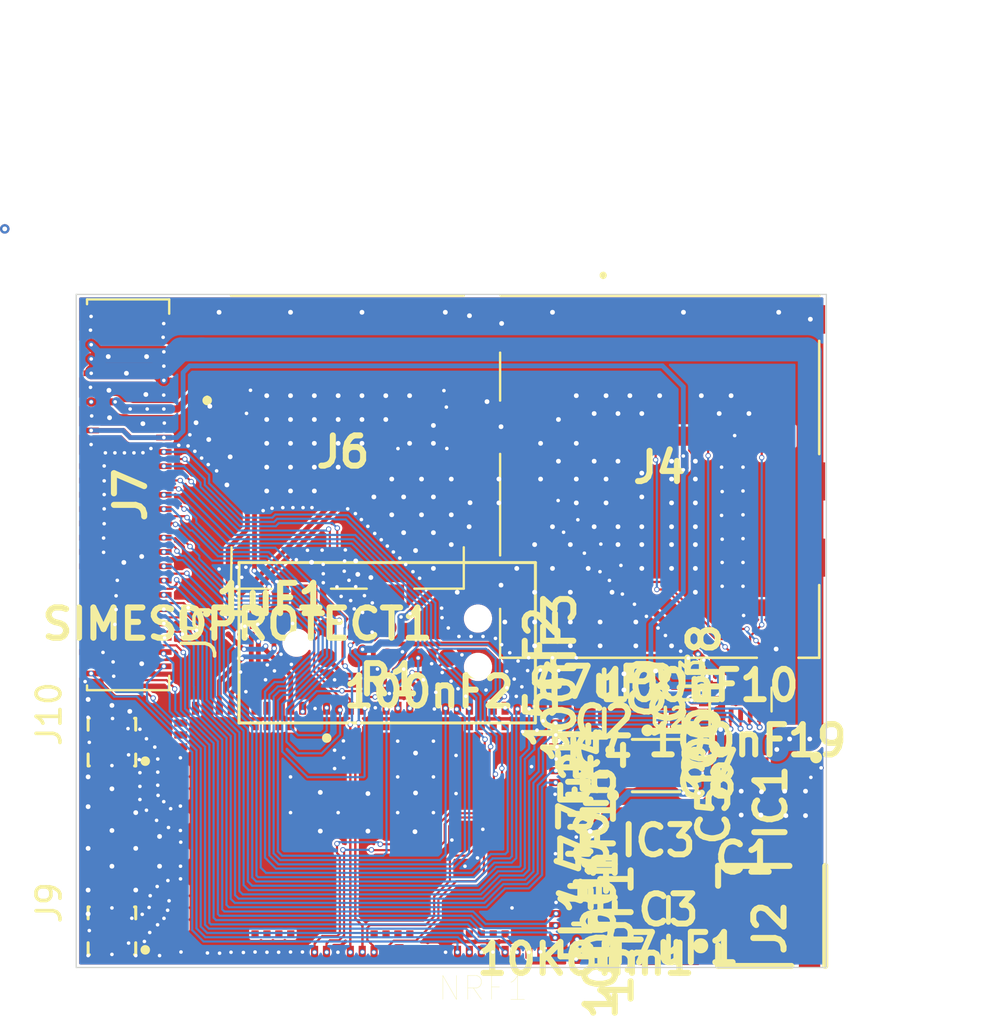
<source format=kicad_pcb>
(kicad_pcb (version 20171130) (host pcbnew "(5.1.6)-1")
  (layers (0 F.Cu signal) (31 B.Cu signal) (34 B.Paste user hide) (35 F.Paste user) (36 B.SilkS user hide) (37 F.SilkS user hide) (38 B.Mask user) (39 F.Mask user hide) (44 Edge.Cuts user))
  (net 0 "")
  (net 1 GND)
  (net 2 VCC)
  (net 3 "Net-(100nF2-Pad1)")
  (net 4 +1V8)
  (net 5 +3V3)
  (net 6 "Net-(100nF15-Pad2)")
  (net 7 "Net-(100nF19-Pad2)")
  (net 8 +5V)
  (net 9 "Net-(10KOhm1-Pad2)")
  (net 10 SIM1.8v)
  (net 11 "Net-(4.7uF1-Pad1)")
  (net 12 +VDC)
  (net 13 DAT0\DO-MISO)
  (net 14 CLK)
  (net 15 CMD\DI-MOSI)
  (net 16 CD\DAT3-CS)
  (net 17 P22)
  (net 18 P28)
  (net 19 P29)
  (net 20 SWDIO)
  (net 21 SWDCLK)
  (net 22 NRESET)
  (net 23 "Net-(J6-PadS6)")
  (net 24 "Net-(J6-PadS3)")
  (net 25 "Net-(J6-PadS2)")
  (net 26 P0)
  (net 27 P1)
  (net 28 P2)
  (net 29 P3)
  (net 30 P4)
  (net 31 P5)
  (net 32 P6)
  (net 33 P7)
  (net 34 P8)
  (net 35 P9)
  (net 36 P10)
  (net 37 MOSI)
  (net 38 MISO)
  (net 39 CS)
  (net 40 P14)
  (net 41 P15)
  (net 42 P16)
  (net 43 P17)
  (net 44 P18)
  (net 45 P19)
  (net 46 P20)
  (net 47 P21)
  (net 48 P23)
  (net 49 P24)
  (net 50 P25)
  (net 51 P26)
  (net 52 P27)
  (net 53 P30)
  (net 54 P31)
  (net 55 "Net-(J9-Pad1)")
  (net 56 "Net-(J10-Pad1)")
  (net 57 "Net-(NRF1-Pad10)")
  (net 58 DATSIM)
  (net 59 CLKSIM)
  (net 60 RSTSIM)
  (net 61 "Net-(IC1-Pad12)")
  (net 62 "Net-(IC1-Pad9)")
  (net 63 "Net-(IC1-Pad4)")
  (net 64 "Net-(IC1-Pad1)")
  (net 65 "Net-(IC3-Pad12)")
  (net 66 "Net-(IC3-Pad9)")
  (net 67 "Net-(IC3-Pad4)")
  (net 68 "Net-(IC3-Pad1)")
  (net 69 "Net-(J4-PadSD1)")
  (net 70 "Net-(J4-PadC8)")
  (net 71 "Net-(J4-PadC1)")
  (net 72 "Net-(J6-PadS5)")
  (net 73 "Net-(J6-Pad2)")
  (net 74 "Net-(J6-Pad1)")
  (net 75 "Net-(NRF1-Pad93)")
  (net 76 "Net-(NRF1-Pad92)")
  (net 77 "Net-(NRF1-Pad91)")
  (net 78 "Net-(NRF1-Pad64)")
  (net 79 "Net-(NRF1-Pad59)")
  (net 80 "Net-(NRF1-Pad58)")
  (net 81 "Net-(NRF1-Pad57)")
  (net 82 "Net-(NRF1-Pad55)")
  (net 83 "Net-(NRF1-Pad54)")
  (net 84 "Net-(NRF1-Pad53)")
  (net 85 "Net-(NRF1-Pad45)")
  (net 86 "Net-(SIMESDPROTECT1-PadC4)")
  (net 87 "Net-(C7-Pad1)")
  (module SamacSys_Parts:DM3NWSFPEJ800 (layer F.Cu) (at 120.13 97.7 180)
    (fp_text reference J4 (at -2.37 -1.31) (layer F.SilkS) (effects (font (size 1.27 1.27) (thickness 0.254))))
    (fp_text value DM3NW-SF-PEJ_800_ hide)
    (pad SD1 smd rect (at -6.69 -7.2 270) (size 0.7 0.8) (layers F.Cu F.Paste F.Mask) (net 69 "Net-(J4-PadSD1)"))
    (pad G7 smd rect (at 4.28 4.7 180) (size 0.6 1.6) (layers F.Cu F.Paste F.Mask) (net 1 GND))
    (pad G6 smd rect (at 4.28 0.35 180) (size 0.6 1.6) (layers F.Cu F.Paste F.Mask) (net 1 GND))
    (pad G5 smd rect (at 4.28 -6.2 180) (size 0.6 1.6) (layers F.Cu F.Paste F.Mask) (net 1 GND))
    (pad G4 smd rect (at -7.27 -8.92 180) (size 0.9 1) (layers F.Cu F.Paste F.Mask) (net 1 GND))
    (pad G3 smd rect (at -9.02 -5.1 180) (size 0.6 1.6) (layers F.Cu F.Paste F.Mask) (net 1 GND))
    (pad G2 smd rect (at -9.02 -1.9 180) (size 0.6 1.6) (layers F.Cu F.Paste F.Mask) (net 1 GND))
    (pad G1 smd rect (at -8.72 4.9 270) (size 1.2 1.2) (layers F.Cu F.Paste F.Mask) (net 1 GND))
    (pad C8 smd rect (at -7.7 0 180) (size 0.64 0.8) (layers F.Cu F.Paste F.Mask) (net 70 "Net-(J4-PadC8)"))
    (pad C7 smd rect (at -6.6 0 180) (size 0.64 0.8) (layers F.Cu F.Paste F.Mask) (net 13 DAT0\DO-MISO))
    (pad C6 smd rect (at -5.5 0 180) (size 0.64 0.8) (layers F.Cu F.Paste F.Mask) (net 1 GND))
    (pad C5 smd rect (at -4.4 0 180) (size 0.64 0.8) (layers F.Cu F.Paste F.Mask) (net 14 CLK))
    (pad C4 smd rect (at -3.3 0 180) (size 0.64 0.8) (layers F.Cu F.Paste F.Mask) (net 5 +3V3))
    (pad C3 smd rect (at -2.2 0 180) (size 0.64 0.8) (layers F.Cu F.Paste F.Mask) (net 15 CMD\DI-MOSI))
    (pad C2 smd rect (at -1.1 0 180) (size 0.64 0.8) (layers F.Cu F.Paste F.Mask) (net 16 CD\DAT3-CS))
    (pad C1 smd rect (at 0 0 180) (size 0.64 0.8) (layers F.Cu F.Paste F.Mask) (net 71 "Net-(J4-PadC1)"))
  )
  (module SamacSys_Parts:1042240820 (layer F.Cu) (at 109.2 98.363 180)
    (fp_text reference J6 (at 0 0) (layer F.SilkS) (effects (font (size 1.27 1.27) (thickness 0.254))))
    (fp_text value 104224-0820 hide)
    (pad S6 smd rect (at -5.1 -0.188 270) (size 0.8 1) (layers F.Cu F.Paste F.Mask) (net 23 "Net-(J6-PadS6)"))
    (pad S5 smd rect (at -5.1 1.012 270) (size 0.8 1) (layers F.Cu F.Paste F.Mask) (net 72 "Net-(J6-PadS5)"))
    (pad S4 smd rect (at 4.7 -0.188 270) (size 0.8 1) (layers F.Cu F.Paste F.Mask) (net 1 GND))
    (pad S3 smd rect (at -5.1 2.212 270) (size 0.8 1) (layers F.Cu F.Paste F.Mask) (net 24 "Net-(J6-PadS3)"))
    (pad S2 smd rect (at 4.7 1.012 270) (size 0.8 1) (layers F.Cu F.Paste F.Mask) (net 25 "Net-(J6-PadS2)"))
    (pad S1 smd rect (at 4.7 2.212 270) (size 0.8 1) (layers F.Cu F.Paste F.Mask) (net 10 SIM1.8v))
    (pad G4 smd rect (at 4.9 5.063 180) (size 1 2.3) (layers F.Cu F.Paste F.Mask) (net 1 GND))
    (pad G3 smd rect (at 4.9 -2.137 180) (size 1 2.3) (layers F.Cu F.Paste F.Mask) (net 1 GND))
    (pad G2 smd rect (at -5.3 -2.137 180) (size 1 2.3) (layers F.Cu F.Paste F.Mask) (net 1 GND))
    (pad G1 smd rect (at -5.3 5.063 180) (size 1 2.3) (layers F.Cu F.Paste F.Mask) (net 1 GND))
    (pad 2 smd rect (at 1.62 -6.063 270) (size 1 1.1) (layers F.Cu F.Paste F.Mask) (net 73 "Net-(J6-Pad2)"))
    (pad 1 smd rect (at -2.02 -6.063 270) (size 1 1.1) (layers F.Cu F.Paste F.Mask) (net 74 "Net-(J6-Pad1)"))
  )
  (module SamacSys_Parts:CAPC0603X33N (layer F.Cu) (at 124.17552 108.16336 180)
    (fp_text reference 100nF10 (at 0 0) (layer F.SilkS) (effects (font (size 1.27 1.27) (thickness 0.254))))
    (fp_text value GRM033R60J104KE19J hide)
    (pad 2 smd rect (at 0.33 0 270) (size 0.42 0.46) (layers F.Cu F.Paste F.Mask) (net 1 GND))
    (pad 1 smd rect (at -0.33 0 270) (size 0.42 0.46) (layers F.Cu F.Paste F.Mask) (net 5 +3V3))
  )
  (module SamacSys_Parts:CM140203CP (layer F.Cu) (at 105.13 105.585)
    (fp_text reference SIMESDPROTECT1 (at -0.36 0) (layer F.SilkS) (effects (font (size 1.27 1.27) (thickness 0.254))))
    (fp_text value CM1402-03CP hide)
    (pad C4 smd circle (at 0.75 0.435 90) (size 0.25 0.25) (layers F.Cu F.Paste F.Mask) (net 86 "Net-(SIMESDPROTECT1-PadC4)"))
    (pad C3 smd circle (at 0.25 0.435 90) (size 0.25 0.25) (layers F.Cu F.Paste F.Mask) (net 58 DATSIM))
    (pad C2 smd circle (at -0.25 0.435 90) (size 0.25 0.25) (layers F.Cu F.Paste F.Mask) (net 59 CLKSIM))
    (pad C1 smd circle (at -0.75 0.435 90) (size 0.25 0.25) (layers F.Cu F.Paste F.Mask) (net 60 RSTSIM))
    (pad B2 smd circle (at 0.5 0 90) (size 0.25 0.25) (layers F.Cu F.Paste F.Mask) (net 1 GND))
    (pad B1 smd circle (at -0.5 0 90) (size 0.25 0.25) (layers F.Cu F.Paste F.Mask) (net 1 GND))
    (pad A4 smd circle (at 0.75 -0.435 90) (size 0.25 0.25) (layers F.Cu F.Paste F.Mask) (net 10 SIM1.8v))
    (pad A3 smd circle (at 0.25 -0.435 90) (size 0.25 0.25) (layers F.Cu F.Paste F.Mask) (net 23 "Net-(J6-PadS6)"))
    (pad A2 smd circle (at -0.25 -0.435 90) (size 0.25 0.25) (layers F.Cu F.Paste F.Mask) (net 24 "Net-(J6-PadS3)"))
    (pad A1 smd circle (at -0.75 -0.435 90) (size 0.25 0.25) (layers F.Cu F.Paste F.Mask) (net 25 "Net-(J6-PadS2)"))
  )
  (module SamacSys_Parts:RESC0603X26N (layer F.Cu) (at 111.148 107.92)
    (fp_text reference R1 (at 0 0) (layer F.SilkS) (effects (font (size 1.27 1.27) (thickness 0.254))))
    (fp_text value CR0201AFW-1001GLF hide)
    (pad 2 smd rect (at 0.412 0 90) (size 0.4 0.625) (layers F.Cu F.Paste F.Mask) (net 3 "Net-(100nF2-Pad1)"))
    (pad 1 smd rect (at -0.412 0 90) (size 0.4 0.625) (layers F.Cu F.Paste F.Mask) (net 22 NRESET))
  )
  (module NRF9160-SICA-R:XCVR_NRF9160-SICA-R (layer F.Cu) (at 110.26 114.24 180)
    (fp_text reference NRF1 (at -4.825 -6.635) (layer F.SilkS) (effects (font (thickness 0.015))))
    (fp_text value NRF9160-SICA-B1A-R)
    (pad 103_35 smd rect (at 6 3.2 180) (size 0.8 0.8) (layers F.Cu F.Paste F.Mask) (net 1 GND))
    (pad 103_34 smd rect (at 4 3.2 180) (size 0.8 0.8) (layers F.Cu F.Paste F.Mask) (net 1 GND))
    (pad 103_33 smd rect (at 2 3.2 180) (size 0.8 0.8) (layers F.Cu F.Paste F.Mask) (net 1 GND))
    (pad 103_32 smd rect (at 0 3.2 180) (size 0.8 0.8) (layers F.Cu F.Paste F.Mask) (net 1 GND))
    (pad 103_31 smd rect (at -2 3.2 180) (size 0.8 0.8) (layers F.Cu F.Paste F.Mask) (net 1 GND))
    (pad 103_30 smd rect (at -4 3.2 180) (size 0.8 0.8) (layers F.Cu F.Paste F.Mask) (net 1 GND))
    (pad 103_28 smd rect (at 6 1.6 180) (size 0.8 0.8) (layers F.Cu F.Paste F.Mask) (net 1 GND))
    (pad 103_27 smd rect (at 4 1.6 180) (size 0.8 0.8) (layers F.Cu F.Paste F.Mask) (net 1 GND))
    (pad 103_26 smd rect (at 2 1.6 180) (size 0.8 0.8) (layers F.Cu F.Paste F.Mask) (net 1 GND))
    (pad 103_25 smd rect (at 0 1.6 180) (size 0.8 0.8) (layers F.Cu F.Paste F.Mask) (net 1 GND))
    (pad 103_24 smd rect (at -2 1.6 180) (size 0.8 0.8) (layers F.Cu F.Paste F.Mask) (net 1 GND))
    (pad 103_23 smd rect (at -4 1.6 180) (size 0.8 0.8) (layers F.Cu F.Paste F.Mask) (net 1 GND))
    (pad 103_21 smd rect (at 6 0 180) (size 0.8 0.8) (layers F.Cu F.Paste F.Mask) (net 1 GND))
    (pad 103_20 smd rect (at 4 0 180) (size 0.8 0.8) (layers F.Cu F.Paste F.Mask) (net 1 GND))
    (pad 103_19 smd rect (at 2 0 180) (size 0.8 0.8) (layers F.Cu F.Paste F.Mask) (net 1 GND))
    (pad 103_18 smd rect (at 0 0 180) (size 0.8 0.8) (layers F.Cu F.Paste F.Mask) (net 1 GND))
    (pad 103_17 smd rect (at -2 0 180) (size 0.8 0.8) (layers F.Cu F.Paste F.Mask) (net 1 GND))
    (pad 103_16 smd rect (at -4 0 180) (size 0.8 0.8) (layers F.Cu F.Paste F.Mask) (net 1 GND))
    (pad 103_14 smd rect (at 6 -1.6 180) (size 0.8 0.8) (layers F.Cu F.Paste F.Mask) (net 1 GND))
    (pad 103_13 smd rect (at 4 -1.6 180) (size 0.8 0.8) (layers F.Cu F.Paste F.Mask) (net 1 GND))
    (pad 103_12 smd rect (at 2 -1.6 180) (size 0.8 0.8) (layers F.Cu F.Paste F.Mask) (net 1 GND))
    (pad 103_11 smd rect (at 0 -1.6 180) (size 0.8 0.8) (layers F.Cu F.Paste F.Mask) (net 1 GND))
    (pad 103_10 smd rect (at -2 -1.6 180) (size 0.8 0.8) (layers F.Cu F.Paste F.Mask) (net 1 GND))
    (pad 103_9 smd rect (at -4 -1.6 180) (size 0.8 0.8) (layers F.Cu F.Paste F.Mask) (net 1 GND))
    (pad 115 smd rect (at 4.75 4.35 180) (size 0.3 0.3) (layers F.Cu F.Paste F.Mask) (net 57 "Net-(NRF1-Pad10)"))
    (pad 114 smd rect (at 4.25 4.35 180) (size 0.3 0.3) (layers F.Cu F.Paste F.Mask) (net 57 "Net-(NRF1-Pad10)"))
    (pad 113 smd rect (at 3.75 4.35 180) (size 0.3 0.3) (layers F.Cu F.Paste F.Mask) (net 57 "Net-(NRF1-Pad10)"))
    (pad 112 smd rect (at 3.25 4.35 180) (size 0.3 0.3) (layers F.Cu F.Paste F.Mask) (net 57 "Net-(NRF1-Pad10)"))
    (pad 111 smd rect (at -0.25 4.35 180) (size 0.3 0.3) (layers F.Cu F.Paste F.Mask) (net 57 "Net-(NRF1-Pad10)"))
    (pad 110 smd rect (at -0.75 4.35 180) (size 0.3 0.3) (layers F.Cu F.Paste F.Mask) (net 57 "Net-(NRF1-Pad10)"))
    (pad 109 smd rect (at -1.25 4.35 180) (size 0.3 0.3) (layers F.Cu F.Paste F.Mask) (net 57 "Net-(NRF1-Pad10)"))
    (pad 108 smd rect (at -1.75 4.35 180) (size 0.3 0.3) (layers F.Cu F.Paste F.Mask) (net 57 "Net-(NRF1-Pad10)"))
    (pad 104 smd rect (at -5.75 4.35 180) (size 0.3 0.3) (layers F.Cu F.Paste F.Mask) (net 57 "Net-(NRF1-Pad10)"))
    (pad 105 smd rect (at -5.25 4.35 180) (size 0.3 0.3) (layers F.Cu F.Paste F.Mask) (net 57 "Net-(NRF1-Pad10)"))
    (pad 106 smd rect (at -4.75 4.35 180) (size 0.3 0.3) (layers F.Cu F.Paste F.Mask) (net 57 "Net-(NRF1-Pad10)"))
    (pad 107 smd rect (at -4.25 4.35 180) (size 0.3 0.3) (layers F.Cu F.Paste F.Mask) (net 57 "Net-(NRF1-Pad10)"))
    (pad 116 smd rect (at 4.75 -4.35 180) (size 0.3 0.3) (layers F.Cu F.Paste F.Mask) (net 57 "Net-(NRF1-Pad10)"))
    (pad 117 smd rect (at 4.25 -4.35 180) (size 0.3 0.3) (layers F.Cu F.Paste F.Mask) (net 57 "Net-(NRF1-Pad10)"))
    (pad 118 smd rect (at 3.75 -4.35 180) (size 0.3 0.3) (layers F.Cu F.Paste F.Mask) (net 57 "Net-(NRF1-Pad10)"))
    (pad 119 smd rect (at 3.25 -4.35 180) (size 0.3 0.3) (layers F.Cu F.Paste F.Mask) (net 57 "Net-(NRF1-Pad10)"))
    (pad 120 smd rect (at -0.25 -4.35 180) (size 0.3 0.3) (layers F.Cu F.Paste F.Mask) (net 57 "Net-(NRF1-Pad10)"))
    (pad 121 smd rect (at -0.75 -4.35 180) (size 0.3 0.3) (layers F.Cu F.Paste F.Mask) (net 57 "Net-(NRF1-Pad10)"))
    (pad 122 smd rect (at -1.25 -4.35 180) (size 0.3 0.3) (layers F.Cu F.Paste F.Mask) (net 57 "Net-(NRF1-Pad10)"))
    (pad 123 smd rect (at -1.75 -4.35 180) (size 0.3 0.3) (layers F.Cu F.Paste F.Mask) (net 57 "Net-(NRF1-Pad10)"))
    (pad 127 smd rect (at -5.75 -4.35 180) (size 0.3 0.3) (layers F.Cu F.Paste F.Mask) (net 57 "Net-(NRF1-Pad10)"))
    (pad 126 smd rect (at -5.25 -4.35 180) (size 0.3 0.3) (layers F.Cu F.Paste F.Mask) (net 57 "Net-(NRF1-Pad10)"))
    (pad 125 smd rect (at -4.75 -4.35 180) (size 0.3 0.3) (layers F.Cu F.Paste F.Mask) (net 57 "Net-(NRF1-Pad10)"))
    (pad 124 smd rect (at -4.25 -4.35 180) (size 0.3 0.3) (layers F.Cu F.Paste F.Mask) (net 57 "Net-(NRF1-Pad10)"))
    (pad 103_7 smd rect (at 6 -3.2 180) (size 0.8 0.8) (layers F.Cu F.Paste F.Mask) (net 1 GND))
    (pad 103_6 smd rect (at 4 -3.2 180) (size 0.8 0.8) (layers F.Cu F.Paste F.Mask) (net 1 GND))
    (pad 103_5 smd rect (at 2 -3.2 180) (size 0.8 0.8) (layers F.Cu F.Paste F.Mask) (net 1 GND))
    (pad 103_29 smd rect (at -6 3.2 180) (size 0.8 0.8) (layers F.Cu F.Paste F.Mask) (net 1 GND))
    (pad 103_22 smd rect (at -6 1.6 180) (size 0.8 0.8) (layers F.Cu F.Paste F.Mask) (net 1 GND))
    (pad 103_1 smd rect (at -6 -3.2 180) (size 0.8 0.8) (layers F.Cu F.Paste F.Mask) (net 1 GND))
    (pad 103_8 smd rect (at -6 -1.6 180) (size 0.8 0.8) (layers F.Cu F.Paste F.Mask) (net 1 GND))
    (pad 103_15 smd rect (at -6 0 180) (size 0.8 0.8) (layers F.Cu F.Paste F.Mask) (net 1 GND))
    (pad 103_2 smd rect (at -4 -3.2 180) (size 0.8 0.8) (layers F.Cu F.Paste F.Mask) (net 1 GND))
    (pad 103_3 smd rect (at -2 -3.2 180) (size 0.8 0.8) (layers F.Cu F.Paste F.Mask) (net 1 GND))
    (pad 103_4 smd rect (at 0 -3.2 180) (size 0.8 0.8) (layers F.Cu F.Paste F.Mask) (net 1 GND))
    (pad 102 smd rect (at -7.25 -5.12 180) (size 0.3 0.54) (layers F.Cu F.Paste F.Mask) (net 2 VCC))
    (pad 101 smd rect (at -6.75 -5.12 180) (size 0.3 0.54) (layers F.Cu F.Paste F.Mask) (net 9 "Net-(10KOhm1-Pad2)"))
    (pad 100 smd rect (at -6.25 -5.12 180) (size 0.3 0.54) (layers F.Cu F.Paste F.Mask) (net 30 P4))
    (pad 99 smd rect (at -5.75 -5.12 180) (size 0.3 0.54) (layers F.Cu F.Paste F.Mask) (net 29 P3))
    (pad 98 smd rect (at -5.25 -5.12 180) (size 0.3 0.54) (layers F.Cu F.Paste F.Mask) (net 1 GND))
    (pad 97 smd rect (at -4.75 -5.12 180) (size 0.3 0.54) (layers F.Cu F.Paste F.Mask) (net 28 P2))
    (pad 96 smd rect (at -4.25 -5.12 180) (size 0.3 0.54) (layers F.Cu F.Paste F.Mask) (net 27 P1))
    (pad 95 smd rect (at -3.75 -5.12 180) (size 0.3 0.54) (layers F.Cu F.Paste F.Mask) (net 26 P0))
    (pad 94 smd rect (at -3.25 -5.12 180) (size 0.3 0.54) (layers F.Cu F.Paste F.Mask) (net 1 GND))
    (pad 93 smd rect (at -2.75 -5.12 180) (size 0.3 0.54) (layers F.Cu F.Paste F.Mask) (net 75 "Net-(NRF1-Pad93)"))
    (pad 92 smd rect (at -2.25 -5.12 180) (size 0.3 0.54) (layers F.Cu F.Paste F.Mask) (net 76 "Net-(NRF1-Pad92)"))
    (pad 91 smd rect (at -1.75 -5.12 180) (size 0.3 0.54) (layers F.Cu F.Paste F.Mask) (net 77 "Net-(NRF1-Pad91)"))
    (pad 90 smd rect (at -1.25 -5.12 180) (size 0.3 0.54) (layers F.Cu F.Paste F.Mask) (net 1 GND))
    (pad 89 smd rect (at -0.75 -5.12 180) (size 0.3 0.54) (layers F.Cu F.Paste F.Mask) (net 54 P31))
    (pad 88 smd rect (at -0.25 -5.12 180) (size 0.3 0.54) (layers F.Cu F.Paste F.Mask) (net 53 P30))
    (pad 87 smd rect (at 0.25 -5.12 180) (size 0.3 0.54) (layers F.Cu F.Paste F.Mask) (net 19 P29))
    (pad 86 smd rect (at 0.75 -5.12 180) (size 0.3 0.54) (layers F.Cu F.Paste F.Mask) (net 18 P28))
    (pad 85 smd rect (at 1.25 -5.12 180) (size 0.3 0.54) (layers F.Cu F.Paste F.Mask) (net 1 GND))
    (pad 84 smd rect (at 1.75 -5.12 180) (size 0.3 0.54) (layers F.Cu F.Paste F.Mask) (net 52 P27))
    (pad 83 smd rect (at 2.25 -5.12 180) (size 0.3 0.54) (layers F.Cu F.Paste F.Mask) (net 51 P26))
    (pad 82 smd rect (at 2.75 -5.12 180) (size 0.3 0.54) (layers F.Cu F.Paste F.Mask) (net 1 GND))
    (pad 81 smd rect (at 3.25 -5.12 180) (size 0.3 0.54) (layers F.Cu F.Paste F.Mask) (net 1 GND))
    (pad 80 smd rect (at 3.75 -5.12 180) (size 0.3 0.54) (layers F.Cu F.Paste F.Mask) (net 1 GND))
    (pad 79 smd rect (at 4.25 -5.12 180) (size 0.3 0.54) (layers F.Cu F.Paste F.Mask) (net 1 GND))
    (pad 78 smd rect (at 4.75 -5.12 180) (size 0.3 0.54) (layers F.Cu F.Paste F.Mask) (net 1 GND))
    (pad 77 smd rect (at 5.25 -5.12 180) (size 0.3 0.54) (layers F.Cu F.Paste F.Mask) (net 1 GND))
    (pad 76 smd rect (at 5.75 -5.12 180) (size 0.3 0.54) (layers F.Cu F.Paste F.Mask) (net 1 GND))
    (pad 75 smd rect (at 6.25 -5.12 180) (size 0.3 0.54) (layers F.Cu F.Paste F.Mask) (net 1 GND))
    (pad 74 smd rect (at 6.75 -5.12 180) (size 0.3 0.54) (layers F.Cu F.Paste F.Mask) (net 1 GND))
    (pad 73 smd rect (at 7.25 -5.12 180) (size 0.3 0.54) (layers F.Cu F.Paste F.Mask) (net 57 "Net-(NRF1-Pad10)"))
    (pad 72 smd rect (at 7.87 -5.12 180) (size 0.54 0.54) (layers F.Cu F.Paste F.Mask) (net 1 GND))
    (pad 71 smd rect (at 7.87 -4.5 180) (size 0.54 0.3) (layers F.Cu F.Paste F.Mask) (net 57 "Net-(NRF1-Pad10)"))
    (pad 70 smd rect (at 7.87 -4 180) (size 0.54 0.3) (layers F.Cu F.Paste F.Mask) (net 57 "Net-(NRF1-Pad10)"))
    (pad 69 smd rect (at 7.87 -3.5 180) (size 0.54 0.3) (layers F.Cu F.Paste F.Mask) (net 57 "Net-(NRF1-Pad10)"))
    (pad 68 smd rect (at 7.87 -3 180) (size 0.54 0.3) (layers F.Cu F.Paste F.Mask) (net 57 "Net-(NRF1-Pad10)"))
    (pad 67 smd rect (at 7.87 -2.5 180) (size 0.54 0.3) (layers F.Cu F.Paste F.Mask) (net 55 "Net-(J9-Pad1)"))
    (pad 66 smd rect (at 7.87 -2 180) (size 0.54 0.3) (layers F.Cu F.Paste F.Mask) (net 1 GND))
    (pad 65 smd rect (at 7.87 -1.5 180) (size 0.54 0.3) (layers F.Cu F.Paste F.Mask) (net 1 GND))
    (pad 64 smd rect (at 7.87 -1 180) (size 0.54 0.3) (layers F.Cu F.Paste F.Mask) (net 78 "Net-(NRF1-Pad64)"))
    (pad 63 smd rect (at 7.87 -0.5 180) (size 0.54 0.3) (layers F.Cu F.Paste F.Mask) (net 1 GND))
    (pad 62 smd rect (at 7.87 0 180) (size 0.54 0.3) (layers F.Cu F.Paste F.Mask) (net 1 GND))
    (pad 61 smd rect (at 7.87 0.5 180) (size 0.54 0.3) (layers F.Cu F.Paste F.Mask) (net 56 "Net-(J10-Pad1)"))
    (pad 60 smd rect (at 7.87 1 180) (size 0.54 0.3) (layers F.Cu F.Paste F.Mask) (net 1 GND))
    (pad 59 smd rect (at 7.87 1.5 180) (size 0.54 0.3) (layers F.Cu F.Paste F.Mask) (net 79 "Net-(NRF1-Pad59)"))
    (pad 58 smd rect (at 7.87 2 180) (size 0.54 0.3) (layers F.Cu F.Paste F.Mask) (net 80 "Net-(NRF1-Pad58)"))
    (pad 57 smd rect (at 7.87 2.5 180) (size 0.54 0.3) (layers F.Cu F.Paste F.Mask) (net 81 "Net-(NRF1-Pad57)"))
    (pad 56 smd rect (at 7.87 3 180) (size 0.54 0.3) (layers F.Cu F.Paste F.Mask) (net 1 GND))
    (pad 55 smd rect (at 7.87 3.5 180) (size 0.54 0.3) (layers F.Cu F.Paste F.Mask) (net 82 "Net-(NRF1-Pad55)"))
    (pad 54 smd rect (at 7.87 4 180) (size 0.54 0.3) (layers F.Cu F.Paste F.Mask) (net 83 "Net-(NRF1-Pad54)"))
    (pad 53 smd rect (at 7.87 4.5 180) (size 0.54 0.3) (layers F.Cu F.Paste F.Mask) (net 84 "Net-(NRF1-Pad53)"))
    (pad 52 smd rect (at 7.87 5.12 180) (size 0.54 0.54) (layers F.Cu F.Paste F.Mask) (net 1 GND))
    (pad 51 smd rect (at 7.25 5.12 180) (size 0.3 0.54) (layers F.Cu F.Paste F.Mask) (net 57 "Net-(NRF1-Pad10)"))
    (pad 50 smd rect (at 6.75 5.12 180) (size 0.3 0.54) (layers F.Cu F.Paste F.Mask) (net 1 GND))
    (pad 49 smd rect (at 6.25 5.12 180) (size 0.3 0.54) (layers F.Cu F.Paste F.Mask) (net 10 SIM1.8v))
    (pad 48 smd rect (at 5.75 5.12 180) (size 0.3 0.54) (layers F.Cu F.Paste F.Mask) (net 58 DATSIM))
    (pad 47 smd rect (at 5.25 5.12 180) (size 0.3 0.54) (layers F.Cu F.Paste F.Mask) (net 1 GND))
    (pad 46 smd rect (at 4.75 5.12 180) (size 0.3 0.54) (layers F.Cu F.Paste F.Mask) (net 59 CLKSIM))
    (pad 45 smd rect (at 4.25 5.12 180) (size 0.3 0.54) (layers F.Cu F.Paste F.Mask) (net 85 "Net-(NRF1-Pad45)"))
    (pad 44 smd rect (at 3.75 5.12 180) (size 0.3 0.54) (layers F.Cu F.Paste F.Mask) (net 1 GND))
    (pad 43 smd rect (at 3.25 5.12 180) (size 0.3 0.54) (layers F.Cu F.Paste F.Mask) (net 60 RSTSIM))
    (pad 42 smd rect (at 2.75 5.12 180) (size 0.3 0.54) (layers F.Cu F.Paste F.Mask) (net 50 P25))
    (pad 41 smd rect (at 2.25 5.12 180) (size 0.3 0.54) (layers F.Cu F.Paste F.Mask) (net 1 GND))
    (pad 40 smd rect (at 1.75 5.12 180) (size 0.3 0.54) (layers F.Cu F.Paste F.Mask) (net 49 P24))
    (pad 39 smd rect (at 1.25 5.12 180) (size 0.3 0.54) (layers F.Cu F.Paste F.Mask) (net 48 P23))
    (pad 38 smd rect (at 0.75 5.12 180) (size 0.3 0.54) (layers F.Cu F.Paste F.Mask) (net 17 P22))
    (pad 37 smd rect (at 0.25 5.12 180) (size 0.3 0.54) (layers F.Cu F.Paste F.Mask) (net 47 P21))
    (pad 36 smd rect (at -0.25 5.12 180) (size 0.3 0.54) (layers F.Cu F.Paste F.Mask) (net 1 GND))
    (pad 35 smd rect (at -0.75 5.12 180) (size 0.3 0.54) (layers F.Cu F.Paste F.Mask) (net 46 P20))
    (pad 34 smd rect (at -1.25 5.12 180) (size 0.3 0.54) (layers F.Cu F.Paste F.Mask) (net 20 SWDIO))
    (pad 33 smd rect (at -1.75 5.12 180) (size 0.3 0.54) (layers F.Cu F.Paste F.Mask) (net 21 SWDCLK))
    (pad 32 smd rect (at -2.25 5.12 180) (size 0.3 0.54) (layers F.Cu F.Paste F.Mask) (net 3 "Net-(100nF2-Pad1)"))
    (pad 31 smd rect (at -2.75 5.12 180) (size 0.3 0.54) (layers F.Cu F.Paste F.Mask) (net 1 GND))
    (pad 30 smd rect (at -3.25 5.12 180) (size 0.3 0.54) (layers F.Cu F.Paste F.Mask) (net 45 P19))
    (pad 29 smd rect (at -3.75 5.12 180) (size 0.3 0.54) (layers F.Cu F.Paste F.Mask) (net 44 P18))
    (pad 28 smd rect (at -4.25 5.12 180) (size 0.3 0.54) (layers F.Cu F.Paste F.Mask) (net 43 P17))
    (pad 27 smd rect (at -4.75 5.12 180) (size 0.3 0.54) (layers F.Cu F.Paste F.Mask) (net 1 GND))
    (pad 26 smd rect (at -5.25 5.12 180) (size 0.3 0.54) (layers F.Cu F.Paste F.Mask) (net 42 P16))
    (pad 25 smd rect (at -5.75 5.12 180) (size 0.3 0.54) (layers F.Cu F.Paste F.Mask) (net 41 P15))
    (pad 24 smd rect (at -6.25 5.12 180) (size 0.3 0.54) (layers F.Cu F.Paste F.Mask) (net 40 P14))
    (pad 23 smd rect (at -6.75 5.12 180) (size 0.3 0.54) (layers F.Cu F.Paste F.Mask) (net 39 CS))
    (pad 22 smd rect (at -7.25 5.12 180) (size 0.3 0.54) (layers F.Cu F.Paste F.Mask) (net 2 VCC))
    (pad 21 smd rect (at -7.87 5.12 180) (size 0.54 0.54) (layers F.Cu F.Paste F.Mask) (net 1 GND))
    (pad 20 smd rect (at -7.87 4.5 180) (size 0.54 0.3) (layers F.Cu F.Paste F.Mask) (net 38 MISO))
    (pad 19 smd rect (at -7.87 4 180) (size 0.54 0.3) (layers F.Cu F.Paste F.Mask) (net 37 MOSI))
    (pad 18 smd rect (at -7.87 3.5 180) (size 0.54 0.3) (layers F.Cu F.Paste F.Mask) (net 36 P10))
    (pad 17 smd rect (at -7.87 3 180) (size 0.54 0.3) (layers F.Cu F.Paste F.Mask) (net 1 GND))
    (pad 16 smd rect (at -7.87 2.5 180) (size 0.54 0.3) (layers F.Cu F.Paste F.Mask) (net 35 P9))
    (pad 15 smd rect (at -7.87 2 180) (size 0.54 0.3) (layers F.Cu F.Paste F.Mask) (net 34 P8))
    (pad 14 smd rect (at -7.87 1.5 180) (size 0.54 0.3) (layers F.Cu F.Paste F.Mask) (net 1 GND))
    (pad 13 smd rect (at -7.87 1 180) (size 0.54 0.3) (layers F.Cu F.Paste F.Mask) (net 11 "Net-(4.7uF1-Pad1)"))
    (pad 12 smd rect (at -7.87 0.5 180) (size 0.54 0.3) (layers F.Cu F.Paste F.Mask) (net 4 +1V8))
    (pad 11 smd rect (at -7.87 0 180) (size 0.54 0.3) (layers F.Cu F.Paste F.Mask) (net 57 "Net-(NRF1-Pad10)"))
    (pad 10 smd rect (at -7.87 -0.5 180) (size 0.54 0.3) (layers F.Cu F.Paste F.Mask) (net 57 "Net-(NRF1-Pad10)"))
    (pad 9 smd rect (at -7.87 -1 180) (size 0.54 0.3) (layers F.Cu F.Paste F.Mask) (net 1 GND))
    (pad 8 smd rect (at -7.87 -1.5 180) (size 0.54 0.3) (layers F.Cu F.Paste F.Mask) (net 57 "Net-(NRF1-Pad10)"))
    (pad 7 smd rect (at -7.87 -2 180) (size 0.54 0.3) (layers F.Cu F.Paste F.Mask) (net 57 "Net-(NRF1-Pad10)"))
    (pad 6 smd rect (at -7.87 -2.5 180) (size 0.54 0.3) (layers F.Cu F.Paste F.Mask) (net 57 "Net-(NRF1-Pad10)"))
    (pad 5 smd rect (at -7.87 -3 180) (size 0.54 0.3) (layers F.Cu F.Paste F.Mask) (net 1 GND))
    (pad 4 smd rect (at -7.87 -3.5 180) (size 0.54 0.3) (layers F.Cu F.Paste F.Mask) (net 33 P7))
    (pad 3 smd rect (at -7.87 -4 180) (size 0.54 0.3) (layers F.Cu F.Paste F.Mask) (net 32 P6))
    (pad 2 smd rect (at -7.87 -4.5 180) (size 0.54 0.3) (layers F.Cu F.Paste F.Mask) (net 31 P5))
    (pad 1 smd rect (at -7.87 -5.12 180) (size 0.54 0.54) (layers F.Cu F.Paste F.Mask) (net 1 GND))
  )
  (module RECE-20449-001E-01:CONN_RECE-20449-001E-01 (layer F.Cu) (at 99.5 110.54 90)
    (fp_text reference J10 (at 1.176785 -2.639005 90) (layer F.SilkS) (effects (font (size 1.00152 1.00152))))
    (fp_text value RECE-20449-001E-01)
    (pad 2 smd rect (at 0.96 0 90) (size 0.58 1.58) (layers F.Cu F.Paste) (net 1 GND))
    (pad 4 smd rect (at -0.96 0 90) (size 0.58 1.58) (layers F.Cu F.Paste) (net 1 GND))
    (pad 1 smd rect (at 0 0.95 90) (size 0.6 0.5) (layers F.Cu F.Paste) (net 56 "Net-(J10-Pad1)"))
    (pad 3 smd rect (at 0 -0.95 90) (size 0.5 0.5) (layers F.Cu F.Paste) (net 1 GND))
  )
  (module RECE-20449-001E-01:CONN_RECE-20449-001E-01 (layer F.Cu) (at 99.5 118.46 90)
    (fp_text reference J9 (at 1.176785 -2.639005 90) (layer F.SilkS) (effects (font (size 1.00152 1.00152))))
    (fp_text value RECE-20449-001E-01)
    (pad 2 smd rect (at 0.96 0 90) (size 0.58 1.58) (layers F.Cu F.Paste) (net 1 GND))
    (pad 4 smd rect (at -0.96 0 90) (size 0.58 1.58) (layers F.Cu F.Paste) (net 1 GND))
    (pad 1 smd rect (at 0 0.95 90) (size 0.6 0.5) (layers F.Cu F.Paste) (net 55 "Net-(J9-Pad1)"))
    (pad 3 smd rect (at 0 -0.95 90) (size 0.5 0.5) (layers F.Cu F.Paste) (net 1 GND))
  )
  (module SamacSys_Parts:5047405100 (layer F.Cu) (at 100.355 100.16 270)
    (fp_text reference J7 (at 0 0.075 90) (layer F.SilkS) (effects (font (size 1.27 1.27) (thickness 0.254))))
    (fp_text value 504740-5100 hide)
    (pad 51 smd rect (at 7.5 1.725 270) (size 0.24 0.65) (layers F.Cu F.Paste F.Mask) (net 26 P0))
    (pad 50 smd rect (at 7.2 -1.325 270) (size 0.24 0.65) (layers F.Cu F.Paste F.Mask) (net 27 P1))
    (pad 49 smd rect (at 6.9 1.725 270) (size 0.24 0.65) (layers F.Cu F.Paste F.Mask) (net 28 P2))
    (pad 48 smd rect (at 6.6 -1.325 270) (size 0.24 0.65) (layers F.Cu F.Paste F.Mask) (net 29 P3))
    (pad 47 smd rect (at 6.3 1.725 270) (size 0.24 0.65) (layers F.Cu F.Paste F.Mask) (net 30 P4))
    (pad 46 smd rect (at 6 -1.325 270) (size 0.24 0.65) (layers F.Cu F.Paste F.Mask) (net 31 P5))
    (pad 45 smd rect (at 5.7 1.725 270) (size 0.24 0.65) (layers F.Cu F.Paste F.Mask) (net 32 P6))
    (pad 44 smd rect (at 5.4 -1.325 270) (size 0.24 0.65) (layers F.Cu F.Paste F.Mask) (net 33 P7))
    (pad 43 smd rect (at 5.1 1.725 270) (size 0.24 0.65) (layers F.Cu F.Paste F.Mask) (net 34 P8))
    (pad 42 smd rect (at 4.8 -1.325 270) (size 0.24 0.65) (layers F.Cu F.Paste F.Mask) (net 35 P9))
    (pad 41 smd rect (at 4.5 1.725 270) (size 0.24 0.65) (layers F.Cu F.Paste F.Mask) (net 36 P10))
    (pad 40 smd rect (at 4.2 -1.325 270) (size 0.24 0.65) (layers F.Cu F.Paste F.Mask) (net 37 MOSI))
    (pad 39 smd rect (at 3.9 1.725 270) (size 0.24 0.65) (layers F.Cu F.Paste F.Mask) (net 38 MISO))
    (pad 38 smd rect (at 3.6 -1.325 270) (size 0.24 0.65) (layers F.Cu F.Paste F.Mask) (net 39 CS))
    (pad 37 smd rect (at 3.3 1.725 270) (size 0.24 0.65) (layers F.Cu F.Paste F.Mask) (net 40 P14))
    (pad 36 smd rect (at 3 -1.325 270) (size 0.24 0.65) (layers F.Cu F.Paste F.Mask) (net 41 P15))
    (pad 35 smd rect (at 2.7 1.725 270) (size 0.24 0.65) (layers F.Cu F.Paste F.Mask) (net 42 P16))
    (pad 34 smd rect (at 2.4 -1.325 270) (size 0.24 0.65) (layers F.Cu F.Paste F.Mask) (net 43 P17))
    (pad 33 smd rect (at 2.1 1.725 270) (size 0.24 0.65) (layers F.Cu F.Paste F.Mask) (net 44 P18))
    (pad 32 smd rect (at 1.8 -1.325 270) (size 0.24 0.65) (layers F.Cu F.Paste F.Mask) (net 45 P19))
    (pad 31 smd rect (at 1.5 1.725 270) (size 0.24 0.65) (layers F.Cu F.Paste F.Mask) (net 46 P20))
    (pad 30 smd rect (at 1.2 -1.325 270) (size 0.24 0.65) (layers F.Cu F.Paste F.Mask) (net 47 P21))
    (pad 29 smd rect (at 0.9 1.725 270) (size 0.24 0.65) (layers F.Cu F.Paste F.Mask) (net 17 P22))
    (pad 28 smd rect (at 0.6 -1.325 270) (size 0.24 0.65) (layers F.Cu F.Paste F.Mask) (net 48 P23))
    (pad 27 smd rect (at 0.3 1.725 270) (size 0.24 0.65) (layers F.Cu F.Paste F.Mask) (net 49 P24))
    (pad 26 smd rect (at 0 -1.325 270) (size 0.24 0.65) (layers F.Cu F.Paste F.Mask) (net 50 P25))
    (pad 25 smd rect (at -0.3 1.725 270) (size 0.24 0.65) (layers F.Cu F.Paste F.Mask) (net 51 P26))
    (pad 24 smd rect (at -0.6 -1.325 270) (size 0.24 0.65) (layers F.Cu F.Paste F.Mask) (net 52 P27))
    (pad 23 smd rect (at -0.9 1.725 270) (size 0.24 0.65) (layers F.Cu F.Paste F.Mask) (net 18 P28))
    (pad 22 smd rect (at -1.2 -1.325 270) (size 0.24 0.65) (layers F.Cu F.Paste F.Mask) (net 19 P29))
    (pad 21 smd rect (at -1.5 1.725 270) (size 0.24 0.65) (layers F.Cu F.Paste F.Mask) (net 53 P30))
    (pad 20 smd rect (at -1.8 -1.325 270) (size 0.24 0.65) (layers F.Cu F.Paste F.Mask) (net 54 P31))
    (pad 19 smd rect (at -2.1 1.725 270) (size 0.24 0.65) (layers F.Cu F.Paste F.Mask) (net 1 GND))
    (pad 18 smd rect (at -2.4 -1.325 270) (size 0.24 0.65) (layers F.Cu F.Paste F.Mask) (net 5 +3V3))
    (pad 17 smd rect (at -2.7 1.725 270) (size 0.24 0.65) (layers F.Cu F.Paste F.Mask) (net 5 +3V3))
    (pad 16 smd rect (at -3 -1.325 270) (size 0.24 0.65) (layers F.Cu F.Paste F.Mask) (net 1 GND))
    (pad 15 smd rect (at -3.3 1.725 270) (size 0.24 0.65) (layers F.Cu F.Paste F.Mask) (net 1 GND))
    (pad 14 smd rect (at -3.6 -1.325 270) (size 0.24 0.65) (layers F.Cu F.Paste F.Mask) (net 4 +1V8))
    (pad 13 smd rect (at -3.9 1.725 270) (size 0.24 0.65) (layers F.Cu F.Paste F.Mask) (net 4 +1V8))
    (pad 12 smd rect (at -4.2 -1.325 270) (size 0.24 0.65) (layers F.Cu F.Paste F.Mask) (net 1 GND))
    (pad 11 smd rect (at -4.5 1.725 270) (size 0.24 0.65) (layers F.Cu F.Paste F.Mask) (net 1 GND))
    (pad 10 smd rect (at -4.8 -1.325 270) (size 0.24 0.65) (layers F.Cu F.Paste F.Mask) (net 8 +5V))
    (pad 9 smd rect (at -5.1 1.725 270) (size 0.24 0.65) (layers F.Cu F.Paste F.Mask) (net 8 +5V))
    (pad 8 smd rect (at -5.4 -1.325 270) (size 0.24 0.65) (layers F.Cu F.Paste F.Mask) (net 8 +5V))
    (pad 7 smd rect (at -5.7 1.725 270) (size 0.24 0.65) (layers F.Cu F.Paste F.Mask) (net 8 +5V))
    (pad 6 smd rect (at -6 -1.325 270) (size 0.24 0.65) (layers F.Cu F.Paste F.Mask) (net 8 +5V))
    (pad 5 smd rect (at -6.3 1.725 270) (size 0.24 0.65) (layers F.Cu F.Paste F.Mask) (net 8 +5V))
    (pad 4 smd rect (at -6.6 -1.325 270) (size 0.24 0.65) (layers F.Cu F.Paste F.Mask) (net 1 GND))
    (pad 3 smd rect (at -6.9 1.725 270) (size 0.24 0.65) (layers F.Cu F.Paste F.Mask) (net 1 GND))
    (pad 2 smd rect (at -7.2 -1.325 270) (size 0.24 0.65) (layers F.Cu F.Paste F.Mask) (net 1 GND))
    (pad 1 smd rect (at -7.5 1.725 270) (size 0.24 0.65) (layers F.Cu F.Paste F.Mask) (net 1 GND))
  )
  (module SamacSys_Parts:TAG-CONNECT_TC2050-IDC-NL (layer F.Cu) (at 108.52 107.005 90)
    (fp_text reference J5 (at 1.08 -5.349 90) (layer F.SilkS) (effects (font (size 1.4 1.4))))
    (fp_text value TC2050-IDC-NL)
    (pad None np_thru_hole circle (at 0.635 -1.27 90) (size 0.991 0.991) (drill 0.991) (layers *.Cu *.Mask))
    (pad None np_thru_hole circle (at -0.38 6.35 90) (size 0.991 0.991) (drill 0.991) (layers *.Cu *.Mask))
    (pad None np_thru_hole circle (at 1.65 6.35 90) (size 0.991 0.991) (drill 0.991) (layers *.Cu *.Mask))
    (pad 10 smd circle (at 1.27 0 90) (size 0.787 0.787) (layers F.Cu F.Mask) (net 17 P22))
    (pad 9 smd circle (at 1.27 1.27 90) (size 0.787 0.787) (layers F.Cu F.Mask) (net 18 P28))
    (pad 8 smd circle (at 1.27 2.54 90) (size 0.787 0.787) (layers F.Cu F.Mask) (net 19 P29))
    (pad 7 smd circle (at 1.27 3.81 90) (size 0.787 0.787) (layers F.Cu F.Mask) (net 1 GND))
    (pad 6 smd circle (at 1.27 5.08 90) (size 0.787 0.787) (layers F.Cu F.Mask) (net 1 GND))
    (pad 5 smd circle (at 0 5.08 90) (size 0.787 0.787) (layers F.Cu F.Mask) (net 20 SWDIO))
    (pad 4 smd circle (at 0 3.81 90) (size 0.787 0.787) (layers F.Cu F.Mask) (net 21 SWDCLK))
    (pad 3 smd circle (at 0 2.54 90) (size 0.787 0.787) (layers F.Cu F.Mask) (net 22 NRESET))
    (pad 2 smd circle (at 0 1.27 90) (size 0.787 0.787) (layers F.Cu F.Mask) (net 4 +1V8))
    (pad 1 smd circle (at 0 0 90) (size 0.787 0.787) (layers F.Cu F.Mask) (net 2 VCC))
  )
  (module SamacSys_Parts:78171-0002 (layer F.Cu) (at 129.4542 119.93512 90)
    (fp_text reference J2 (at 1.59667 -2.327 90) (layer F.SilkS) (effects (font (size 1.27 1.27) (thickness 0.254))))
    (fp_text value 78171-0002 hide)
    (pad 4 smd rect (at 3.875 -0.66 90) (size 0.75 0.9) (layers F.Cu F.Paste F.Mask))
    (pad 3 smd rect (at 0.325 -0.66 90) (size 0.75 0.9) (layers F.Cu F.Paste F.Mask))
    (pad 2 smd rect (at 2.7 -4.41 90) (size 0.7 0.9) (layers F.Cu F.Paste F.Mask) (net 12 +VDC))
    (pad 1 smd rect (at 1.5 -4.41 90) (size 0.7 0.9) (layers F.Cu F.Paste F.Mask) (net 1 GND))
  )
  (module SamacSys_Parts:SON50P160X120X60-5N-D (layer F.Cu) (at 122.8852 108.82376 90)
    (fp_text reference IC5 (at 0 0 90) (layer F.SilkS) (effects (font (size 1.27 1.27) (thickness 0.254))))
    (fp_text value MIC5303-3.3YMT-TR hide)
    (pad 5 smd rect (at 0 0 90) (size 0.55 0.91) (layers F.Cu F.Paste F.Mask) (net 1 GND))
    (pad 4 smd rect (at 0.85 -0.25 180) (size 0.3 0.75) (layers F.Cu F.Paste F.Mask) (net 5 +3V3))
    (pad 3 smd rect (at 0.85 0.25 180) (size 0.3 0.75) (layers F.Cu F.Paste F.Mask) (net 2 VCC))
    (pad 2 smd rect (at -0.85 0.25 180) (size 0.3 0.75) (layers F.Cu F.Paste F.Mask) (net 1 GND))
    (pad 1 smd rect (at -0.85 -0.25 180) (size 0.3 0.75) (layers F.Cu F.Paste F.Mask) (net 2 VCC))
  )
  (module SamacSys_Parts:SON50P300X400X80-13N-D (layer F.Cu) (at 122.43816 114.67592)
    (fp_text reference IC3 (at 0 0) (layer F.SilkS) (effects (font (size 1.27 1.27) (thickness 0.254))))
    (fp_text value LT1763IDE-5#PBF hide)
    (pad 13 smd rect (at 0 0) (size 1.8 3.4) (layers F.Cu F.Paste F.Mask) (net 1 GND))
    (pad 12 smd rect (at 1.5 -1.25 90) (size 0.3 0.8) (layers F.Cu F.Paste F.Mask) (net 65 "Net-(IC3-Pad12)"))
    (pad 11 smd rect (at 1.5 -0.75 90) (size 0.3 0.8) (layers F.Cu F.Paste F.Mask) (net 12 +VDC))
    (pad 10 smd rect (at 1.5 -0.25 90) (size 0.3 0.8) (layers F.Cu F.Paste F.Mask) (net 12 +VDC))
    (pad 9 smd rect (at 1.5 0.25 90) (size 0.3 0.8) (layers F.Cu F.Paste F.Mask) (net 66 "Net-(IC3-Pad9)"))
    (pad 8 smd rect (at 1.5 0.75 90) (size 0.3 0.8) (layers F.Cu F.Paste F.Mask) (net 12 +VDC))
    (pad 7 smd rect (at 1.5 1.25 90) (size 0.3 0.8) (layers F.Cu F.Paste F.Mask) (net 1 GND))
    (pad 6 smd rect (at -1.5 1.25 90) (size 0.3 0.8) (layers F.Cu F.Paste F.Mask) (net 6 "Net-(100nF15-Pad2)"))
    (pad 5 smd rect (at -1.5 0.75 90) (size 0.3 0.8) (layers F.Cu F.Paste F.Mask) (net 2 VCC))
    (pad 4 smd rect (at -1.5 0.25 90) (size 0.3 0.8) (layers F.Cu F.Paste F.Mask) (net 67 "Net-(IC3-Pad4)"))
    (pad 3 smd rect (at -1.5 -0.25 90) (size 0.3 0.8) (layers F.Cu F.Paste F.Mask) (net 2 VCC))
    (pad 2 smd rect (at -1.5 -0.75 90) (size 0.3 0.8) (layers F.Cu F.Paste F.Mask) (net 2 VCC))
    (pad 1 smd rect (at -1.5 -1.25 90) (size 0.3 0.8) (layers F.Cu F.Paste F.Mask) (net 68 "Net-(IC3-Pad1)"))
  )
  (module SamacSys_Parts:SON50P300X400X80-13N-D (layer F.Cu) (at 127.17 113.08 270)
    (fp_text reference IC1 (at 0 0 90) (layer F.SilkS) (effects (font (size 1.27 1.27) (thickness 0.254))))
    (fp_text value LT1763IDE-5#PBF hide)
    (pad 13 smd rect (at 0 0 270) (size 1.8 3.4) (layers F.Cu F.Paste F.Mask) (net 1 GND))
    (pad 12 smd rect (at 1.5 -1.25) (size 0.3 0.8) (layers F.Cu F.Paste F.Mask) (net 61 "Net-(IC1-Pad12)"))
    (pad 11 smd rect (at 1.5 -0.75) (size 0.3 0.8) (layers F.Cu F.Paste F.Mask) (net 12 +VDC))
    (pad 10 smd rect (at 1.5 -0.25) (size 0.3 0.8) (layers F.Cu F.Paste F.Mask) (net 12 +VDC))
    (pad 9 smd rect (at 1.5 0.25) (size 0.3 0.8) (layers F.Cu F.Paste F.Mask) (net 62 "Net-(IC1-Pad9)"))
    (pad 8 smd rect (at 1.5 0.75) (size 0.3 0.8) (layers F.Cu F.Paste F.Mask) (net 12 +VDC))
    (pad 7 smd rect (at 1.5 1.25) (size 0.3 0.8) (layers F.Cu F.Paste F.Mask) (net 1 GND))
    (pad 6 smd rect (at -1.5 1.25) (size 0.3 0.8) (layers F.Cu F.Paste F.Mask) (net 7 "Net-(100nF19-Pad2)"))
    (pad 5 smd rect (at -1.5 0.75) (size 0.3 0.8) (layers F.Cu F.Paste F.Mask) (net 8 +5V))
    (pad 4 smd rect (at -1.5 0.25) (size 0.3 0.8) (layers F.Cu F.Paste F.Mask) (net 63 "Net-(IC1-Pad4)"))
    (pad 3 smd rect (at -1.5 -0.25) (size 0.3 0.8) (layers F.Cu F.Paste F.Mask) (net 8 +5V))
    (pad 2 smd rect (at -1.5 -0.75) (size 0.3 0.8) (layers F.Cu F.Paste F.Mask) (net 8 +5V))
    (pad 1 smd rect (at -1.5 -1.25) (size 0.3 0.8) (layers F.Cu F.Paste F.Mask) (net 64 "Net-(IC1-Pad1)"))
  )
  (module SamacSys_Parts:BEADC1005X55N (layer F.Cu) (at 119.03 118.17 90)
    (fp_text reference FL1 (at 0 0 90) (layer F.SilkS) (effects (font (size 1.27 1.27) (thickness 0.254))))
    (fp_text value MMZ1005S121HTD25 hide)
    (pad 2 smd rect (at 0.65 0 90) (size 0.55 0.6) (layers F.Cu F.Paste F.Mask) (net 2 VCC))
    (pad 1 smd rect (at -0.65 0 90) (size 0.55 0.6) (layers F.Cu F.Paste F.Mask) (net 2 VCC))
  )
  (module SamacSys_Parts:CAPC0603X33N (layer F.Cu) (at 122.00128 108.25988 90)
    (fp_text reference C9 (at 0 0 90) (layer F.SilkS) (effects (font (size 1.27 1.27) (thickness 0.254))))
    (fp_text value GRM033C80J105ME05D hide)
    (pad 2 smd rect (at 0.33 0 180) (size 0.42 0.46) (layers F.Cu F.Paste F.Mask) (net 5 +3V3))
    (pad 1 smd rect (at -0.33 0 180) (size 0.42 0.46) (layers F.Cu F.Paste F.Mask) (net 1 GND))
  )
  (module SamacSys_Parts:CAPC0603X33N (layer F.Cu) (at 124.48012 112.21212 180)
    (fp_text reference C8 (at 0 0) (layer F.SilkS) (effects (font (size 1.27 1.27) (thickness 0.254))))
    (fp_text value GRM033C80J105ME05D hide)
    (pad 2 smd rect (at 0.33 0 270) (size 0.42 0.46) (layers F.Cu F.Paste F.Mask) (net 4 +1V8))
    (pad 1 smd rect (at -0.33 0 270) (size 0.42 0.46) (layers F.Cu F.Paste F.Mask) (net 1 GND))
  )
  (module SamacSys_Parts:CAPC0603X33N (layer F.Cu) (at 124.52076 111.5568)
    (fp_text reference C7 (at 0 0) (layer F.SilkS) (effects (font (size 1.27 1.27) (thickness 0.254))))
    (fp_text value GCM033R71A103KA03D hide)
    (pad 2 smd rect (at 0.33 0 90) (size 0.42 0.46) (layers F.Cu F.Paste F.Mask) (net 1 GND))
    (pad 1 smd rect (at -0.33 0 90) (size 0.42 0.46) (layers F.Cu F.Paste F.Mask) (net 87 "Net-(C7-Pad1)"))
  )
  (module SamacSys_Parts:CAPC0603X33N (layer F.Cu) (at 124.23648 110.50036 90)
    (fp_text reference C6 (at 0 0 90) (layer F.SilkS) (effects (font (size 1.27 1.27) (thickness 0.254))))
    (fp_text value GRM033C80J105ME05D hide)
    (pad 2 smd rect (at 0.33 0 180) (size 0.42 0.46) (layers F.Cu F.Paste F.Mask) (net 1 GND))
    (pad 1 smd rect (at -0.33 0 180) (size 0.42 0.46) (layers F.Cu F.Paste F.Mask) (net 2 VCC))
  )
  (module SamacSys_Parts:CAPC0603X33N (layer F.Cu) (at 124.7648 113.57844 270)
    (fp_text reference C5 (at 0 0 90) (layer F.SilkS) (effects (font (size 1.27 1.27) (thickness 0.254))))
    (fp_text value GRM033C80J105ME05D hide)
    (pad 2 smd rect (at 0.33 0) (size 0.42 0.46) (layers F.Cu F.Paste F.Mask) (net 12 +VDC))
    (pad 1 smd rect (at -0.33 0) (size 0.42 0.46) (layers F.Cu F.Paste F.Mask) (net 1 GND))
  )
  (module SamacSys_Parts:CAPC0603X33N (layer F.Cu) (at 120.08612 110.92688)
    (fp_text reference C4 (at 0 0) (layer F.SilkS) (effects (font (size 1.27 1.27) (thickness 0.254))))
    (fp_text value GRM033C80J105ME05D hide)
    (pad 2 smd rect (at 0.33 0 90) (size 0.42 0.46) (layers F.Cu F.Paste F.Mask) (net 2 VCC))
    (pad 1 smd rect (at -0.33 0 90) (size 0.42 0.46) (layers F.Cu F.Paste F.Mask) (net 1 GND))
  )
  (module SamacSys_Parts:CAPC2012X95N (layer F.Cu) (at 122.86784 117.58168 180)
    (fp_text reference C3 (at 0 0) (layer F.SilkS) (effects (font (size 1.27 1.27) (thickness 0.254))))
    (fp_text value GRM219R60J476ME44D hide)
    (pad 2 smd rect (at 0.82 0 180) (size 0.91 1.39) (layers F.Cu F.Paste F.Mask) (net 2 VCC))
    (pad 1 smd rect (at -0.82 0 180) (size 0.91 1.39) (layers F.Cu F.Paste F.Mask) (net 1 GND))
  )
  (module SamacSys_Parts:CAPC2012X95N (layer F.Cu) (at 120.1746 109.68228 180)
    (fp_text reference C2 (at 0 0) (layer F.SilkS) (effects (font (size 1.27 1.27) (thickness 0.254))))
    (fp_text value GRM219R60J476ME44D hide)
    (pad 2 smd rect (at 0.82 0 180) (size 0.91 1.39) (layers F.Cu F.Paste F.Mask) (net 2 VCC))
    (pad 1 smd rect (at -0.82 0 180) (size 0.91 1.39) (layers F.Cu F.Paste F.Mask) (net 1 GND))
  )
  (module SamacSys_Parts:CAPC0603X33N (layer F.Cu) (at 126.08032 115.40236)
    (fp_text reference C1 (at 0 0) (layer F.SilkS) (effects (font (size 1.27 1.27) (thickness 0.254))))
    (fp_text value GRM033C80J105ME05D hide)
    (pad 2 smd rect (at 0.33 0 90) (size 0.42 0.46) (layers F.Cu F.Paste F.Mask) (net 12 +VDC))
    (pad 1 smd rect (at -0.33 0 90) (size 0.42 0.46) (layers F.Cu F.Paste F.Mask) (net 1 GND))
  )
  (module SamacSys_Parts:CAPC2012X95N (layer F.Cu) (at 120.17 108.03)
    (fp_text reference 47uF2 (at 0 0) (layer F.SilkS) (effects (font (size 1.27 1.27) (thickness 0.254))))
    (fp_text value GRM219R60J476ME44D hide)
    (pad 2 smd rect (at 0.82 0) (size 0.91 1.39) (layers F.Cu F.Paste F.Mask) (net 1 GND))
    (pad 1 smd rect (at -0.82 0) (size 0.91 1.39) (layers F.Cu F.Paste F.Mask) (net 2 VCC))
  )
  (module SamacSys_Parts:CAPC2012X95N (layer F.Cu) (at 122.87208 119.2022 180)
    (fp_text reference 47uF1 (at 0 0) (layer F.SilkS) (effects (font (size 1.27 1.27) (thickness 0.254))))
    (fp_text value GRM219R60J476ME44D hide)
    (pad 2 smd rect (at 0.82 0 180) (size 0.91 1.39) (layers F.Cu F.Paste F.Mask) (net 2 VCC))
    (pad 1 smd rect (at -0.82 0 180) (size 0.91 1.39) (layers F.Cu F.Paste F.Mask) (net 1 GND))
  )
  (module SamacSys_Parts:CAPC0603X55N (layer F.Cu) (at 119.02 114.19 270)
    (fp_text reference 4.7uF2 (at 0 0 90) (layer F.SilkS) (effects (font (size 1.27 1.27) (thickness 0.254))))
    (fp_text value GRM035R60J475ME15D hide)
    (pad 2 smd rect (at 0.332 0) (size 0.44 0.465) (layers F.Cu F.Paste F.Mask) (net 1 GND))
    (pad 1 smd rect (at -0.332 0) (size 0.44 0.465) (layers F.Cu F.Paste F.Mask) (net 4 +1V8))
  )
  (module SamacSys_Parts:CAPC0603X55N (layer F.Cu) (at 118.92788 112.84024 90)
    (fp_text reference 4.7uF1 (at 0 0 90) (layer F.SilkS) (effects (font (size 1.27 1.27) (thickness 0.254))))
    (fp_text value GRM035R60J475ME15D hide)
    (pad 2 smd rect (at 0.332 0 180) (size 0.44 0.465) (layers F.Cu F.Paste F.Mask) (net 1 GND))
    (pad 1 smd rect (at -0.332 0 180) (size 0.44 0.465) (layers F.Cu F.Paste F.Mask) (net 11 "Net-(4.7uF1-Pad1)"))
  )
  (module SamacSys_Parts:CAPC0603X33N (layer F.Cu) (at 106.23 104.55 180)
    (fp_text reference 1uF1 (at 0 0) (layer F.SilkS) (effects (font (size 1.27 1.27) (thickness 0.254))))
    (fp_text value GRM033C80J105ME05D hide)
    (pad 2 smd rect (at 0.33 0 270) (size 0.42 0.46) (layers F.Cu F.Paste F.Mask) (net 10 SIM1.8v))
    (pad 1 smd rect (at -0.33 0 270) (size 0.42 0.46) (layers F.Cu F.Paste F.Mask) (net 1 GND))
  )
  (module SamacSys_Parts:CAPC0603X33N (layer F.Cu) (at 117.53 107.83 90)
    (fp_text reference 15pF2 (at 0 0 90) (layer F.SilkS) (effects (font (size 1.27 1.27) (thickness 0.254))))
    (fp_text value 885392004002 hide)
    (pad 2 smd rect (at 0.33 0 180) (size 0.42 0.46) (layers F.Cu F.Paste F.Mask) (net 1 GND))
    (pad 1 smd rect (at -0.33 0 180) (size 0.42 0.46) (layers F.Cu F.Paste F.Mask) (net 2 VCC))
  )
  (module SamacSys_Parts:CAPC0603X33N (layer F.Cu) (at 120.70588 118.61312 270)
    (fp_text reference 15pF1 (at 0 0 90) (layer F.SilkS) (effects (font (size 1.27 1.27) (thickness 0.254))))
    (fp_text value 885392004002 hide)
    (pad 2 smd rect (at 0.33 0) (size 0.42 0.46) (layers F.Cu F.Paste F.Mask) (net 1 GND))
    (pad 1 smd rect (at -0.33 0) (size 0.42 0.46) (layers F.Cu F.Paste F.Mask) (net 2 VCC))
  )
  (module SamacSys_Parts:RESC0603X26N (layer F.Cu) (at 119.402 119.65 180)
    (fp_text reference 10KOhm1 (at 0 0) (layer F.SilkS) (effects (font (size 1.27 1.27) (thickness 0.254))))
    (fp_text value ERA-1AEB103C hide)
    (pad 2 smd rect (at 0.412 0 270) (size 0.4 0.625) (layers F.Cu F.Paste F.Mask) (net 9 "Net-(10KOhm1-Pad2)"))
    (pad 1 smd rect (at -0.412 0 270) (size 0.4 0.625) (layers F.Cu F.Paste F.Mask) (net 2 VCC))
  )
  (module SamacSys_Parts:CAPC0603X33N (layer F.Cu) (at 126.18 110.48 180)
    (fp_text reference 100nF19 (at 0 0) (layer F.SilkS) (effects (font (size 1.27 1.27) (thickness 0.254))))
    (fp_text value GRM033R60J104KE19J hide)
    (pad 2 smd rect (at 0.33 0 270) (size 0.42 0.46) (layers F.Cu F.Paste F.Mask) (net 7 "Net-(100nF19-Pad2)"))
    (pad 1 smd rect (at -0.33 0 270) (size 0.42 0.46) (layers F.Cu F.Paste F.Mask) (net 8 +5V))
  )
  (module SamacSys_Parts:CAPC0603X33N (layer F.Cu) (at 119.9642 115.72728 270)
    (fp_text reference 100nF15 (at 0 0 90) (layer F.SilkS) (effects (font (size 1.27 1.27) (thickness 0.254))))
    (fp_text value GRM033R60J104KE19J hide)
    (pad 2 smd rect (at 0.33 0) (size 0.42 0.46) (layers F.Cu F.Paste F.Mask) (net 6 "Net-(100nF15-Pad2)"))
    (pad 1 smd rect (at -0.33 0) (size 0.42 0.46) (layers F.Cu F.Paste F.Mask) (net 2 VCC))
  )
  (module SamacSys_Parts:CAPC0603X33N (layer F.Cu) (at 124.36348 109.13852 270)
    (fp_text reference 100nF8 (at 0 0 90) (layer F.SilkS) (effects (font (size 1.27 1.27) (thickness 0.254))))
    (fp_text value GRM033R60J104KE19J hide)
    (pad 2 smd rect (at 0.33 0) (size 0.42 0.46) (layers F.Cu F.Paste F.Mask) (net 1 GND))
    (pad 1 smd rect (at -0.33 0) (size 0.42 0.46) (layers F.Cu F.Paste F.Mask) (net 4 +1V8))
  )
  (module SamacSys_Parts:CAPC0603X33N (layer F.Cu) (at 119.67464 113.4872 90)
    (fp_text reference 100nF4 (at 0 0 90) (layer F.SilkS) (effects (font (size 1.27 1.27) (thickness 0.254))))
    (fp_text value GRM033R60J104KE19J hide)
    (pad 2 smd rect (at 0.33 0 180) (size 0.42 0.46) (layers F.Cu F.Paste F.Mask) (net 1 GND))
    (pad 1 smd rect (at -0.33 0 180) (size 0.42 0.46) (layers F.Cu F.Paste F.Mask) (net 4 +1V8))
  )
  (module SamacSys_Parts:CAPC0603X33N (layer F.Cu) (at 118.3 107.83 90)
    (fp_text reference 100nF3 (at 0 0 90) (layer F.SilkS) (effects (font (size 1.27 1.27) (thickness 0.254))))
    (fp_text value GRM033R60J104KE19J hide)
    (pad 2 smd rect (at 0.33 0 180) (size 0.42 0.46) (layers F.Cu F.Paste F.Mask) (net 1 GND))
    (pad 1 smd rect (at -0.33 0 180) (size 0.42 0.46) (layers F.Cu F.Paste F.Mask) (net 2 VCC))
  )
  (module SamacSys_Parts:CAPC0603X33N (layer F.Cu) (at 112.81 108.43)
    (fp_text reference 100nF2 (at 0 0) (layer F.SilkS) (effects (font (size 1.27 1.27) (thickness 0.254))))
    (fp_text value GRM033R60J104KE19J hide)
    (pad 2 smd rect (at 0.33 0 90) (size 0.42 0.46) (layers F.Cu F.Paste F.Mask) (net 1 GND))
    (pad 1 smd rect (at -0.33 0 90) (size 0.42 0.46) (layers F.Cu F.Paste F.Mask) (net 3 "Net-(100nF2-Pad1)"))
  )
  (module SamacSys_Parts:CAPC0603X33N (layer F.Cu) (at 120.0404 118.59788 270)
    (fp_text reference 100nF1 (at 0 0 90) (layer F.SilkS) (effects (font (size 1.27 1.27) (thickness 0.254))))
    (fp_text value GRM033R60J104KE19J hide)
    (pad 2 smd rect (at 0.33 0) (size 0.42 0.46) (layers F.Cu F.Paste F.Mask) (net 1 GND))
    (pad 1 smd rect (at -0.33 0) (size 0.42 0.46) (layers F.Cu F.Paste F.Mask) (net 2 VCC))
  )
  (module Package_DFN_QFN:Texas_R_PUQFN-N12 (layer F.Cu) (at 125.90008 108.75264 90)
    (fp_text reference U3 (at 0.75 -2 90) (layer F.SilkS))
    (fp_text value TXB0104RUT)
    (pad 1 smd rect (at -0.425 -0.975 90) (size 0.15 0.25) (layers F.Cu F.Paste F.Mask) (net 4 +1V8))
    (pad 12 smd rect (at 0 -0.8) (size 0.6 0.2) (layers F.Cu F.Paste F.Mask) (net 4 +1V8))
    (pad 11 smd rect (at 0.65 -0.8) (size 0.2 0.6) (layers F.Cu F.Paste F.Mask) (net 5 +3V3))
    (pad 10 smd rect (at 0.65 -0.4) (size 0.2 0.6) (layers F.Cu F.Paste F.Mask) (net 14 CLK))
    (pad 9 smd rect (at 0.65 0) (size 0.2 0.6) (layers F.Cu F.Paste F.Mask) (net 15 CMD\DI-MOSI))
    (pad 8 smd rect (at 0.65 0.4) (size 0.2 0.6) (layers F.Cu F.Paste F.Mask) (net 13 DAT0\DO-MISO))
    (pad 7 smd rect (at 0.65 0.8) (size 0.2 0.6) (layers F.Cu F.Paste F.Mask) (net 16 CD\DAT3-CS))
    (pad 6 smd rect (at 0 0.8) (size 0.6 0.2) (layers F.Cu F.Paste F.Mask) (net 1 GND))
    (pad 5 smd rect (at -0.65 0.8) (size 0.2 0.6) (layers F.Cu F.Paste F.Mask) (net 39 CS))
    (pad 4 smd rect (at -0.65 0.4) (size 0.2 0.6) (layers F.Cu F.Paste F.Mask) (net 38 MISO))
    (pad 3 smd rect (at -0.65 0) (size 0.2 0.6) (layers F.Cu F.Paste F.Mask) (net 37 MOSI))
    (pad 2 smd rect (at -0.65 -0.4) (size 0.2 0.6) (layers F.Cu F.Paste F.Mask) (net 36 P10))
    (pad 1 smd rect (at -0.65 -0.8) (size 0.2 0.6) (layers F.Cu F.Paste F.Mask) (net 4 +1V8))
  )
  (module 2022-06-18_10-42-33:MIC5325-1.8YMT-TR (layer F.Cu) (at 122.3518 111.52632)
    (fp_text reference U2 (at 0.54 -2.008) (layer F.SilkS) (effects (font (size 0.8 0.8))))
    (fp_text value MIC5325-1.8YMT-TR)
    (pad 7 smd rect (at 0 0) (size 0.65 1.35) (layers F.Cu F.Mask) (net 1 GND))
    (pad 6 smd roundrect (at 0.995 -0.65) (size 0.74 0.27) (layers F.Cu F.Paste F.Mask) (roundrect_rratio 0.03) (net 2 VCC))
    (pad 5 smd roundrect (at 0.995 0) (size 0.74 0.27) (layers F.Cu F.Paste F.Mask) (roundrect_rratio 0.03) (net 87 "Net-(C7-Pad1)"))
    (pad 4 smd roundrect (at 0.995 0.65) (size 0.74 0.27) (layers F.Cu F.Paste F.Mask) (roundrect_rratio 0.03) (net 4 +1V8))
    (pad 3 smd roundrect (at -0.995 0.65) (size 0.74 0.27) (layers F.Cu F.Paste F.Mask) (roundrect_rratio 0.03) (net 2 VCC))
    (pad 2 smd roundrect (at -0.995 0) (size 0.74 0.27) (layers F.Cu F.Paste F.Mask) (roundrect_rratio 0.03) (net 1 GND))
    (pad 1 smd roundrect (at -0.995 -0.65) (size 0.74 0.27) (layers F.Cu F.Paste F.Mask) (roundrect_rratio 0.03) (net 2 VCC))
  )
  (gr_line (start 98 91.75) (end 98 91.75) (layer Edge.Cuts) (width 0.05))
  (gr_line (start 129.5 91.75) (end 98 91.75) (layer Edge.Cuts) (width 0.05))
  (gr_line (start 129.5 120) (end 129.5 91.75) (layer Edge.Cuts) (width 0.05))
  (gr_line (start 98 120) (end 129.5 120) (layer Edge.Cuts) (width 0.05))
  (gr_line (start 98 91.75) (end 98 120) (layer Edge.Cuts) (width 0.05))
  (via (at 95 89) (size 0.4) (drill 0.2) (layers F.Cu B.Cu) (net 0))
  (via (at 114.5 101.5) (size 0.4) (drill 0.2) (layers F.Cu B.Cu) (net 1))
  (via (at 113.625 105.75) (size 0.226) (drill 0.15) (layers F.Cu B.Cu) (net 1))
  (via (at 112.225 114.3) (size 0.4) (drill 0.2) (layers F.Cu B.Cu) (net 1))
  (via (at 112.25 112.675) (size 0.4) (drill 0.2) (layers F.Cu B.Cu) (net 1))
  (via (at 112.25 111) (size 0.4) (drill 0.2) (layers F.Cu B.Cu) (net 1))
  (via (at 108.25 114.275) (size 0.4) (drill 0.2) (layers F.Cu B.Cu) (net 1))
  (via (at 108.25 112.65) (size 0.4) (drill 0.2) (layers F.Cu B.Cu) (net 1))
  (via (at 110.25 112.7) (size 0.4) (drill 0.2) (layers F.Cu B.Cu) (net 1))
  (via (at 110.25 114.275) (size 0.4) (drill 0.2) (layers F.Cu B.Cu) (net 1))
  (via (at 121 108.35) (size 0.4) (drill 0.2) (layers F.Cu B.Cu) (net 1))
  (via (at 121 107.675) (size 0.4) (drill 0.2) (layers F.Cu B.Cu) (net 1))
  (via (at 128.625 112.6) (size 0.4) (drill 0.2) (layers F.Cu B.Cu) (net 1))
  (via (at 128.625 113.625) (size 0.4) (drill 0.2) (layers F.Cu B.Cu) (net 1))
  (via (at 127.8 113.625) (size 0.4) (drill 0.2) (layers F.Cu B.Cu) (net 1))
  (via (at 127.75 112.6) (size 0.4) (drill 0.2) (layers F.Cu B.Cu) (net 1))
  (via (at 126.775 112.625) (size 0.4) (drill 0.2) (layers F.Cu B.Cu) (net 1))
  (via (at 126.75 113.6) (size 0.4) (drill 0.2) (layers F.Cu B.Cu) (net 1))
  (via (at 125.925 113.6) (size 0.4) (drill 0.2) (layers F.Cu B.Cu) (net 1))
  (via (at 125.925 112.6) (size 0.4) (drill 0.2) (layers F.Cu B.Cu) (net 1))
  (via (at 127.39116 106.63428) (size 0.4) (drill 0.2) (layers F.Cu B.Cu) (net 1))
  (via (at 115.83924 97.30232) (size 0.4) (drill 0.2) (layers F.Cu B.Cu) (net 1))
  (via (at 115.83924 103.95204) (size 0.4) (drill 0.2) (layers F.Cu B.Cu) (net 1))
  (via (at 114.53876 100.49256) (size 0.4) (drill 0.2) (layers F.Cu B.Cu) (net 1))
  (via (at 104.32796 99.7458) (size 0.4) (drill 0.2) (layers F.Cu B.Cu) (net 1))
  (via (at 104.46512 98.56724) (size 0.4) (drill 0.2) (layers F.Cu B.Cu) (net 1))
  (via (at 115.86464 92.96908) (size 0.4) (drill 0.2) (layers F.Cu B.Cu) (net 1))
  (via (at 114.51336 92.64396) (size 0.4) (drill 0.2) (layers F.Cu B.Cu) (net 1))
  (via (at 128.8288 92.79128) (size 0.4) (drill 0.2) (layers F.Cu B.Cu) (net 1))
  (via (at 104 92.5) (size 0.4) (drill 0.2) (layers F.Cu B.Cu) (net 1))
  (via (at 118.26 107.54) (size 0.226) (drill 0.15) (layers F.Cu B.Cu) (net 1))
  (via (at 117.49 107.52) (size 0.226) (drill 0.15) (layers F.Cu B.Cu) (net 1))
  (via (at 125.65 97.675) (size 0.226) (drill 0.15) (layers F.Cu B.Cu) (net 1))
  (via (at 102.375 111.2) (size 0.226) (drill 0.15) (layers F.Cu B.Cu) (net 1))
  (via (at 102.4 119.35) (size 0.226) (drill 0.15) (layers F.Cu B.Cu) (net 1))
  (via (at 107 119.35) (size 0.226) (drill 0.15) (layers F.Cu B.Cu) (net 1))
  (via (at 107.5 119.35) (size 0.226) (drill 0.15) (layers F.Cu B.Cu) (net 1))
  (via (at 115.5 119.35) (size 0.226) (drill 0.15) (layers F.Cu B.Cu) (net 1))
  (via (at 118.125 115.225) (size 0.226) (drill 0.15) (layers F.Cu B.Cu) (net 1))
  (via (at 118.15 111.25) (size 0.226) (drill 0.15) (layers F.Cu B.Cu) (net 1))
  (via (at 110.56 109.1) (size 0.226) (drill 0.15) (layers F.Cu B.Cu) (net 1))
  (via (at 113.1 108.45) (size 0.226) (drill 0.15) (layers F.Cu B.Cu) (net 1))
  (via (at 113.04 109.15) (size 0.226) (drill 0.15) (layers F.Cu B.Cu) (net 1))
  (via (at 108.03 109.13) (size 0.226) (drill 0.15) (layers F.Cu B.Cu) (net 1))
  (via (at 118.11 112.73) (size 0.226) (drill 0.15) (layers F.Cu B.Cu) (net 1))
  (via (at 118.15 117.27) (size 0.226) (drill 0.15) (layers F.Cu B.Cu) (net 1))
  (via (at 113.51 119.36) (size 0.226) (drill 0.15) (layers F.Cu B.Cu) (net 1))
  (via (at 108.99 119.36) (size 0.226) (drill 0.15) (layers F.Cu B.Cu) (net 1))
  (via (at 106.5 119.36) (size 0.226) (drill 0.15) (layers F.Cu B.Cu) (net 1))
  (via (at 106.01 119.36) (size 0.226) (drill 0.15) (layers F.Cu B.Cu) (net 1))
  (via (at 105.51 119.35) (size 0.226) (drill 0.15) (layers F.Cu B.Cu) (net 1))
  (via (at 105.02 119.37) (size 0.226) (drill 0.15) (layers F.Cu B.Cu) (net 1))
  (via (at 104.5 119.36) (size 0.226) (drill 0.15) (layers F.Cu B.Cu) (net 1))
  (via (at 103.51 119.39) (size 0.226) (drill 0.15) (layers F.Cu B.Cu) (net 1))
  (via (at 104.02 119.4) (size 0.226) (drill 0.15) (layers F.Cu B.Cu) (net 1))
  (via (at 102.39 114.74) (size 0.226) (drill 0.15) (layers F.Cu B.Cu) (net 1))
  (via (at 102.38 115.75) (size 0.226) (drill 0.15) (layers F.Cu B.Cu) (net 1))
  (via (at 102.38 116.28) (size 0.226) (drill 0.15) (layers F.Cu B.Cu) (net 1))
  (via (at 119 114.525) (size 0.226) (drill 0.15) (layers F.Cu B.Cu) (net 1))
  (via (at 98.55 118.45) (size 0.226) (drill 0.15) (layers F.Cu B.Cu) (net 1))
  (via (at 99.5 119.45) (size 0.226) (drill 0.15) (layers F.Cu B.Cu) (net 1))
  (via (at 99.5 117.5) (size 0.226) (drill 0.15) (layers F.Cu B.Cu) (net 1))
  (via (at 98.55 110.55) (size 0.226) (drill 0.15) (layers F.Cu B.Cu) (net 1))
  (via (at 99.525 109.55) (size 0.226) (drill 0.15) (layers F.Cu B.Cu) (net 1))
  (via (at 99.5 111.525) (size 0.226) (drill 0.15) (layers F.Cu B.Cu) (net 1))
  (via (at 116.3 117.5) (size 0.226) (drill 0.15) (layers F.Cu B.Cu) (net 1))
  (via (at 114.325 115.75) (size 0.226) (drill 0.15) (layers F.Cu B.Cu) (net 1))
  (via (at 113.95 111.1) (size 0.226) (drill 0.15) (layers F.Cu B.Cu) (net 1))
  (via (at 113.95 112.7) (size 0.226) (drill 0.15) (layers F.Cu B.Cu) (net 1))
  (via (at 102.375 114.25) (size 0.226) (drill 0.15) (layers F.Cu B.Cu) (net 1))
  (via (at 102.375 113.225) (size 0.226) (drill 0.15) (layers F.Cu B.Cu) (net 1))
  (via (at 105.625 105.6) (size 0.226) (drill 0.15) (layers F.Cu B.Cu) (net 1))
  (via (at 98.625 92.675) (size 0.226) (drill 0.15) (layers F.Cu B.Cu) (net 1))
  (via (at 101.675 92.975) (size 0.226) (drill 0.15) (layers F.Cu B.Cu) (net 1))
  (via (at 101.65 93.55) (size 0.226) (drill 0.15) (layers F.Cu B.Cu) (net 1))
  (via (at 98.6 93.25) (size 0.226) (drill 0.15) (layers F.Cu B.Cu) (net 1))
  (via (at 98.6 95.65) (size 0.226) (drill 0.15) (layers F.Cu B.Cu) (net 1))
  (via (at 101.675 95.975) (size 0.226) (drill 0.15) (layers F.Cu B.Cu) (net 1))
  (via (at 98.65 96.85) (size 0.226) (drill 0.15) (layers F.Cu B.Cu) (net 1))
  (via (at 101.7 97.15) (size 0.226) (drill 0.15) (layers F.Cu B.Cu) (net 1))
  (via (at 98.625 98.05) (size 0.226) (drill 0.15) (layers F.Cu B.Cu) (net 1))
  (via (at 99.175 100.75) (size 0.226) (drill 0.15) (layers F.Cu B.Cu) (net 1))
  (via (at 99.175 101.375) (size 0.226) (drill 0.15) (layers F.Cu B.Cu) (net 1))
  (via (at 99.175 100.15) (size 0.226) (drill 0.15) (layers F.Cu B.Cu) (net 1))
  (via (at 99.175 99.575) (size 0.226) (drill 0.15) (layers F.Cu B.Cu) (net 1))
  (via (at 99.175 98.95) (size 0.226) (drill 0.15) (layers F.Cu B.Cu) (net 1))
  (via (at 99.15 101.975) (size 0.226) (drill 0.15) (layers F.Cu B.Cu) (net 1))
  (via (at 99.15 102.575) (size 0.226) (drill 0.15) (layers F.Cu B.Cu) (net 1))
  (via (at 99.725 103.75) (size 0.226) (drill 0.15) (layers F.Cu B.Cu) (net 1))
  (via (at 99.675 104.4) (size 0.226) (drill 0.15) (layers F.Cu B.Cu) (net 1))
  (via (at 99.675 104.975) (size 0.226) (drill 0.15) (layers F.Cu B.Cu) (net 1))
  (via (at 99.625 105.6) (size 0.226) (drill 0.15) (layers F.Cu B.Cu) (net 1))
  (via (at 99.125 106.775) (size 0.226) (drill 0.15) (layers F.Cu B.Cu) (net 1))
  (via (at 99.55 107.175) (size 0.226) (drill 0.15) (layers F.Cu B.Cu) (net 1))
  (via (at 99.575 107.775) (size 0.226) (drill 0.15) (layers F.Cu B.Cu) (net 1))
  (via (at 109.4 100.75) (size 0.226) (drill 0.15) (layers F.Cu B.Cu) (net 1))
  (via (at 103.54564 98.89236) (size 0.226) (drill 0.15) (layers F.Cu B.Cu) (net 1))
  (via (at 103.89616 99.15652) (size 0.226) (drill 0.15) (layers F.Cu B.Cu) (net 1))
  (via (at 103.26624 98.61804) (size 0.226) (drill 0.15) (layers F.Cu B.Cu) (net 1))
  (via (at 102.98176 98.33356) (size 0.226) (drill 0.15) (layers F.Cu B.Cu) (net 1))
  (via (at 102.69728 98.11004) (size 0.226) (drill 0.15) (layers F.Cu B.Cu) (net 1))
  (via (at 102.30612 98.08464) (size 0.226) (drill 0.15) (layers F.Cu B.Cu) (net 1))
  (via (at 101.13772 98.21672) (size 0.226) (drill 0.15) (layers F.Cu B.Cu) (net 1))
  (via (at 100.425 98.4) (size 0.226) (drill 0.15) (layers F.Cu B.Cu) (net 1))
  (via (at 100.025 98.4) (size 0.226) (drill 0.15) (layers F.Cu B.Cu) (net 1))
  (via (at 99.625 98.4) (size 0.226) (drill 0.15) (layers F.Cu B.Cu) (net 1))
  (via (at 99.225 98.4) (size 0.226) (drill 0.15) (layers F.Cu B.Cu) (net 1))
  (via (at 115.075 114.2) (size 0.226) (drill 0.15) (layers F.Cu B.Cu) (net 1))
  (via (at 114.85 115.4) (size 0.226) (drill 0.15) (layers F.Cu B.Cu) (net 1))
  (via (at 117 107) (size 0.226) (drill 0.15) (layers F.Cu B.Cu) (net 1))
  (via (at 118 107) (size 0.226) (drill 0.15) (layers F.Cu B.Cu) (net 1))
  (via (at 119 107) (size 0.226) (drill 0.15) (layers F.Cu B.Cu) (net 1))
  (via (at 126 99) (size 0.226) (drill 0.15) (layers F.Cu B.Cu) (net 1))
  (via (at 126 100) (size 0.226) (drill 0.15) (layers F.Cu B.Cu) (net 1))
  (via (at 126 101) (size 0.226) (drill 0.15) (layers F.Cu B.Cu) (net 1))
  (via (at 126 102) (size 0.226) (drill 0.15) (layers F.Cu B.Cu) (net 1))
  (via (at 126 103) (size 0.226) (drill 0.15) (layers F.Cu B.Cu) (net 1))
  (via (at 126 104) (size 0.226) (drill 0.15) (layers F.Cu B.Cu) (net 1))
  (via (at 107 112) (size 0.226) (drill 0.15) (layers F.Cu B.Cu) (net 1))
  (via (at 107 113.5) (size 0.226) (drill 0.15) (layers F.Cu B.Cu) (net 1))
  (via (at 109 113.5) (size 0.226) (drill 0.15) (layers F.Cu B.Cu) (net 1))
  (via (at 113 110.5) (size 0.226) (drill 0.15) (layers F.Cu B.Cu) (net 1))
  (via (at 111.5 110.5) (size 0.226) (drill 0.15) (layers F.Cu B.Cu) (net 1))
  (via (at 111.5 112) (size 0.226) (drill 0.15) (layers F.Cu B.Cu) (net 1))
  (via (at 113 112) (size 0.226) (drill 0.15) (layers F.Cu B.Cu) (net 1))
  (via (at 113 113.5) (size 0.226) (drill 0.15) (layers F.Cu B.Cu) (net 1))
  (via (at 111.5 113.5) (size 0.226) (drill 0.15) (layers F.Cu B.Cu) (net 1))
  (via (at 117.35 110.04) (size 0.226) (drill 0.15) (layers F.Cu B.Cu) (net 1))
  (via (at 116.74 110.1) (size 0.226) (drill 0.15) (layers F.Cu B.Cu) (net 1))
  (via (at 117.12 111.57) (size 0.226) (drill 0.15) (layers F.Cu B.Cu) (net 1))
  (via (at 108.85 111.65) (size 0.226) (drill 0.15) (layers F.Cu B.Cu) (net 1))
  (via (at 109.23 111.2) (size 0.226) (drill 0.15) (layers F.Cu B.Cu) (net 1))
  (via (at 108.85 110.88) (size 0.226) (drill 0.15) (layers F.Cu B.Cu) (net 1))
  (via (at 109.22 110.49) (size 0.226) (drill 0.15) (layers F.Cu B.Cu) (net 1))
  (via (at 98.5 109.5) (size 0.226) (drill 0.15) (layers F.Cu B.Cu) (net 1))
  (via (at 100.5 119.5) (size 0.226) (drill 0.15) (layers F.Cu B.Cu) (net 1))
  (via (at 98.5 119.5) (size 0.226) (drill 0.15) (layers F.Cu B.Cu) (net 1))
  (via (at 101.5 119.5) (size 0.226) (drill 0.15) (layers F.Cu B.Cu) (net 1))
  (via (at 113.775 114.65) (size 0.226) (drill 0.15) (layers F.Cu B.Cu) (net 1))
  (via (at 98.375 108) (size 0.226) (drill 0.15) (layers F.Cu B.Cu) (net 1))
  (via (at 125.1 99) (size 0.226) (drill 0.15) (layers F.Cu B.Cu) (net 1))
  (via (at 125.125 100.025) (size 0.226) (drill 0.15) (layers F.Cu B.Cu) (net 1))
  (via (at 125.1 101.025) (size 0.226) (drill 0.15) (layers F.Cu B.Cu) (net 1))
  (via (at 125.125 102.025) (size 0.226) (drill 0.15) (layers F.Cu B.Cu) (net 1))
  (via (at 125.125 103) (size 0.226) (drill 0.15) (layers F.Cu B.Cu) (net 1))
  (via (at 125.125 104) (size 0.226) (drill 0.15) (layers F.Cu B.Cu) (net 1))
  (via (at 126.025 105.225) (size 0.226) (drill 0.15) (layers F.Cu B.Cu) (net 1))
  (via (at 117.6 109.65) (size 0.226) (drill 0.15) (layers F.Cu B.Cu) (net 1))
  (via (at 128.85 112.02) (size 0.226) (drill 0.15) (layers F.Cu B.Cu) (net 1))
  (via (at 129.28 111.62) (size 0.226) (drill 0.15) (layers F.Cu B.Cu) (net 1))
  (via (at 115.20932 108.3564) (size 0.226) (drill 0.15) (layers F.Cu B.Cu) (net 1))
  (via (at 116.48 108.62) (size 0.226) (drill 0.15) (layers F.Cu B.Cu) (net 1))
  (via (at 116.078 107.57408) (size 0.226) (drill 0.15) (layers F.Cu B.Cu) (net 1))
  (via (at 116.39296 107.89412) (size 0.226) (drill 0.15) (layers F.Cu B.Cu) (net 1))
  (via (at 116.713 108.21924) (size 0.226) (drill 0.15) (layers F.Cu B.Cu) (net 1))
  (via (at 116.08308 108.25988) (size 0.226) (drill 0.15) (layers F.Cu B.Cu) (net 1))
  (via (at 107 96) (size 0.4) (drill 0.2) (layers F.Cu B.Cu) (net 1))
  (via (at 106 96) (size 0.4) (drill 0.2) (layers F.Cu B.Cu) (net 1))
  (via (at 108 96) (size 0.4) (drill 0.2) (layers F.Cu B.Cu) (net 1))
  (via (at 109 96) (size 0.4) (drill 0.2) (layers F.Cu B.Cu) (net 1))
  (via (at 110 96) (size 0.4) (drill 0.2) (layers F.Cu B.Cu) (net 1))
  (via (at 111 96) (size 0.4) (drill 0.2) (layers F.Cu B.Cu) (net 1))
  (via (at 112 96) (size 0.4) (drill 0.2) (layers F.Cu B.Cu) (net 1))
  (via (at 111 97) (size 0.4) (drill 0.2) (layers F.Cu B.Cu) (net 1))
  (via (at 110 97) (size 0.4) (drill 0.2) (layers F.Cu B.Cu) (net 1))
  (via (at 109 97) (size 0.4) (drill 0.2) (layers F.Cu B.Cu) (net 1))
  (via (at 108 97) (size 0.4) (drill 0.2) (layers F.Cu B.Cu) (net 1))
  (via (at 107 97) (size 0.4) (drill 0.2) (layers F.Cu B.Cu) (net 1))
  (via (at 106 97) (size 0.4) (drill 0.2) (layers F.Cu B.Cu) (net 1))
  (via (at 106 98) (size 0.4) (drill 0.2) (layers F.Cu B.Cu) (net 1))
  (via (at 106 99) (size 0.4) (drill 0.2) (layers F.Cu B.Cu) (net 1))
  (via (at 106 100) (size 0.4) (drill 0.2) (layers F.Cu B.Cu) (net 1))
  (via (at 107 100) (size 0.4) (drill 0.2) (layers F.Cu B.Cu) (net 1))
  (via (at 107 99) (size 0.4) (drill 0.2) (layers F.Cu B.Cu) (net 1))
  (via (at 107 98) (size 0.4) (drill 0.2) (layers F.Cu B.Cu) (net 1))
  (via (at 108 98) (size 0.4) (drill 0.2) (layers F.Cu B.Cu) (net 1))
  (via (at 108 99) (size 0.4) (drill 0.2) (layers F.Cu B.Cu) (net 1))
  (via (at 108 100) (size 0.4) (drill 0.2) (layers F.Cu B.Cu) (net 1))
  (via (at 109 99) (size 0.4) (drill 0.2) (layers F.Cu B.Cu) (net 1))
  (via (at 109 98) (size 0.4) (drill 0.2) (layers F.Cu B.Cu) (net 1))
  (via (at 110 98) (size 0.4) (drill 0.2) (layers F.Cu B.Cu) (net 1))
  (via (at 107 92.5) (size 0.4) (drill 0.2) (layers F.Cu B.Cu) (net 1))
  (via (at 110 92.5) (size 0.4) (drill 0.2) (layers F.Cu B.Cu) (net 1))
  (via (at 113.5 92.5) (size 0.4) (drill 0.2) (layers F.Cu B.Cu) (net 1))
  (via (at 118 92.5) (size 0.4) (drill 0.2) (layers F.Cu B.Cu) (net 1))
  (via (at 123.5 92.5) (size 0.4) (drill 0.2) (layers F.Cu B.Cu) (net 1))
  (via (at 127.5 92.5) (size 0.4) (drill 0.2) (layers F.Cu B.Cu) (net 1))
  (via (at 100.8 97.175) (size 0.4) (drill 0.2) (layers F.Cu B.Cu) (net 1))
  (via (at 99.4 96.925) (size 0.4) (drill 0.2) (layers F.Cu B.Cu) (net 1))
  (via (at 100.925 95.95) (size 0.4) (drill 0.2) (layers F.Cu B.Cu) (net 1))
  (via (at 99.375 95.775) (size 0.4) (drill 0.2) (layers F.Cu B.Cu) (net 1))
  (via (at 104 103.275) (size 0.226) (drill 0.15) (layers F.Cu B.Cu) (net 1))
  (via (at 104.75 104.025) (size 0.226) (drill 0.15) (layers F.Cu B.Cu) (net 1))
  (via (at 104.75 103.2) (size 0.226) (drill 0.15) (layers F.Cu B.Cu) (net 1))
  (via (at 104.95 103.625) (size 0.226) (drill 0.15) (layers F.Cu B.Cu) (net 1))
  (via (at 105.125 103.2) (size 0.226) (drill 0.15) (layers F.Cu B.Cu) (net 1))
  (via (at 106.425 103.8) (size 0.226) (drill 0.15) (layers F.Cu B.Cu) (net 1))
  (via (at 107.24388 102.88524) (size 0.226) (drill 0.15) (layers F.Cu B.Cu) (net 1))
  (via (at 107.71124 102.489) (size 0.226) (drill 0.15) (layers F.Cu B.Cu) (net 1))
  (via (at 108.32592 102.48392) (size 0.226) (drill 0.15) (layers F.Cu B.Cu) (net 1))
  (via (at 108.95 104.025) (size 0.226) (drill 0.15) (layers F.Cu B.Cu) (net 1))
  (via (at 108.37164 103.07828) (size 0.226) (drill 0.15) (layers F.Cu B.Cu) (net 1))
  (via (at 108.375 103.475) (size 0.226) (drill 0.15) (layers F.Cu B.Cu) (net 1))
  (via (at 108.375 103.85) (size 0.226) (drill 0.15) (layers F.Cu B.Cu) (net 1))
  (via (at 109.125 104.425) (size 0.226) (drill 0.15) (layers F.Cu B.Cu) (net 1))
  (via (at 109.525 104.6) (size 0.226) (drill 0.15) (layers F.Cu B.Cu) (net 1))
  (via (at 109.675 104.95) (size 0.226) (drill 0.15) (layers F.Cu B.Cu) (net 1))
  (via (at 110.025 105.1) (size 0.226) (drill 0.15) (layers F.Cu B.Cu) (net 1))
  (via (at 110.425 105.925) (size 0.226) (drill 0.15) (layers F.Cu B.Cu) (net 1))
  (via (at 109.2708 102.94112) (size 0.226) (drill 0.15) (layers F.Cu B.Cu) (net 1))
  (via (at 109.25556 103.36784) (size 0.226) (drill 0.15) (layers F.Cu B.Cu) (net 1))
  (via (at 109.45368 103.74884) (size 0.226) (drill 0.15) (layers F.Cu B.Cu) (net 1))
  (via (at 109.73816 104.01808) (size 0.226) (drill 0.15) (layers F.Cu B.Cu) (net 1))
  (via (at 110.10392 104.394) (size 0.226) (drill 0.15) (layers F.Cu B.Cu) (net 1))
  (via (at 110.43412 104.6988) (size 0.226) (drill 0.15) (layers F.Cu B.Cu) (net 1))
  (via (at 101.96576 113.3348) (size 0.226) (drill 0.15) (layers F.Cu B.Cu) (net 1))
  (via (at 101.6762 113.04016) (size 0.226) (drill 0.15) (layers F.Cu B.Cu) (net 1))
  (via (at 101.43744 112.776) (size 0.226) (drill 0.15) (layers F.Cu B.Cu) (net 1))
  (via (at 101.425 112.35) (size 0.226) (drill 0.15) (layers F.Cu B.Cu) (net 1))
  (via (at 101.425 111.8) (size 0.226) (drill 0.15) (layers F.Cu B.Cu) (net 1))
  (via (at 101.425 111.25) (size 0.226) (drill 0.15) (layers F.Cu B.Cu) (net 1))
  (via (at 101.3 110.75) (size 0.226) (drill 0.15) (layers F.Cu B.Cu) (net 1))
  (via (at 100.95 110.4) (size 0.226) (drill 0.15) (layers F.Cu B.Cu) (net 1))
  (via (at 100.675 110) (size 0.226) (drill 0.15) (layers F.Cu B.Cu) (net 1))
  (via (at 100.175 109.975) (size 0.226) (drill 0.15) (layers F.Cu B.Cu) (net 1))
  (via (at 100.2 111.075) (size 0.226) (drill 0.15) (layers F.Cu B.Cu) (net 1))
  (via (at 100.65 111.275) (size 0.226) (drill 0.15) (layers F.Cu B.Cu) (net 1))
  (via (at 100.675 111.825) (size 0.226) (drill 0.15) (layers F.Cu B.Cu) (net 1))
  (via (at 100.675 112.4) (size 0.226) (drill 0.15) (layers F.Cu B.Cu) (net 1))
  (via (at 100.675 112.95) (size 0.226) (drill 0.15) (layers F.Cu B.Cu) (net 1))
  (via (at 111.15 108.5) (size 0.226) (drill 0.15) (layers F.Cu B.Cu) (net 1))
  (via (at 108.85 107.925) (size 0.226) (drill 0.15) (layers F.Cu B.Cu) (net 1))
  (via (at 110.65 107.475) (size 0.226) (drill 0.15) (layers F.Cu B.Cu) (net 1))
  (via (at 111.75492 107.47756) (size 0.226) (drill 0.15) (layers F.Cu B.Cu) (net 1))
  (via (at 111.7 106.75) (size 0.226) (drill 0.15) (layers F.Cu B.Cu) (net 1))
  (via (at 112.925 107.25) (size 0.226) (drill 0.15) (layers F.Cu B.Cu) (net 1))
  (via (at 112.575 107.925) (size 0.226) (drill 0.15) (layers F.Cu B.Cu) (net 1))
  (via (at 113.37036 107.6198) (size 0.226) (drill 0.15) (layers F.Cu B.Cu) (net 1))
  (via (at 113.7412 107.98556) (size 0.226) (drill 0.15) (layers F.Cu B.Cu) (net 1))
  (via (at 114.03584 108.30052) (size 0.226) (drill 0.15) (layers F.Cu B.Cu) (net 1))
  (via (at 114.36096 108.61548) (size 0.226) (drill 0.15) (layers F.Cu B.Cu) (net 1))
  (via (at 114.1984 106.87812) (size 0.226) (drill 0.15) (layers F.Cu B.Cu) (net 1))
  (via (at 107.0864 105.5624) (size 0.226) (drill 0.15) (layers F.Cu B.Cu) (net 1))
  (via (at 106.59872 106.85272) (size 0.226) (drill 0.15) (layers F.Cu B.Cu) (net 1))
  (via (at 107.0356 107.27944) (size 0.226) (drill 0.15) (layers F.Cu B.Cu) (net 1))
  (via (at 106.025 107.3) (size 0.226) (drill 0.15) (layers F.Cu B.Cu) (net 1))
  (via (at 105.95 107.925) (size 0.226) (drill 0.15) (layers F.Cu B.Cu) (net 1))
  (via (at 106.325 107.55) (size 0.226) (drill 0.15) (layers F.Cu B.Cu) (net 1))
  (via (at 105.125 108.425) (size 0.226) (drill 0.15) (layers F.Cu B.Cu) (net 1))
  (via (at 104.9 107.6) (size 0.226) (drill 0.15) (layers F.Cu B.Cu) (net 1))
  (via (at 101.85 116.35) (size 0.226) (drill 0.15) (layers F.Cu B.Cu) (net 1))
  (via (at 101.4 116.6) (size 0.226) (drill 0.15) (layers F.Cu B.Cu) (net 1))
  (via (at 101.10724 116.98732) (size 0.226) (drill 0.15) (layers F.Cu B.Cu) (net 1))
  (via (at 100.77196 117.76964) (size 0.226) (drill 0.15) (layers F.Cu B.Cu) (net 1))
  (via (at 100.33508 117.9322) (size 0.226) (drill 0.15) (layers F.Cu B.Cu) (net 1))
  (via (at 100.2 118.975) (size 0.226) (drill 0.15) (layers F.Cu B.Cu) (net 1))
  (via (at 101.68636 117.93728) (size 0.226) (drill 0.15) (layers F.Cu B.Cu) (net 1))
  (via (at 101.83876 117.59692) (size 0.226) (drill 0.15) (layers F.Cu B.Cu) (net 1))
  (via (at 101.9 117.2) (size 0.226) (drill 0.15) (layers F.Cu B.Cu) (net 1))
  (via (at 100.95 113.4) (size 0.226) (drill 0.15) (layers F.Cu B.Cu) (net 1))
  (via (at 101.375 113.825) (size 0.226) (drill 0.15) (layers F.Cu B.Cu) (net 1))
  (via (at 101.875 114.125) (size 0.226) (drill 0.15) (layers F.Cu B.Cu) (net 1))
  (via (at 101.06152 117.48008) (size 0.226) (drill 0.15) (layers F.Cu B.Cu) (net 1))
  (via (at 109.30128 102.47376) (size 0.226) (drill 0.15) (layers F.Cu B.Cu) (net 1))
  (via (at 105.85 100.825) (size 0.226) (drill 0.15) (layers F.Cu B.Cu) (net 1))
  (via (at 106.225 100.725) (size 0.226) (drill 0.15) (layers F.Cu B.Cu) (net 1))
  (via (at 106.675 100.7) (size 0.226) (drill 0.15) (layers F.Cu B.Cu) (net 1))
  (via (at 107.1 100.7) (size 0.226) (drill 0.15) (layers F.Cu B.Cu) (net 1))
  (via (at 107.525 100.7) (size 0.226) (drill 0.15) (layers F.Cu B.Cu) (net 1))
  (via (at 107.9 100.7) (size 0.226) (drill 0.15) (layers F.Cu B.Cu) (net 1))
  (via (at 109.725 100.95) (size 0.226) (drill 0.15) (layers F.Cu B.Cu) (net 1))
  (via (at 109.975 101.2) (size 0.226) (drill 0.15) (layers F.Cu B.Cu) (net 1))
  (via (at 110.24616 101.48316) (size 0.226) (drill 0.15) (layers F.Cu B.Cu) (net 1))
  (via (at 110.53572 101.78288) (size 0.226) (drill 0.15) (layers F.Cu B.Cu) (net 1))
  (via (at 110.81004 102.04704) (size 0.226) (drill 0.15) (layers F.Cu B.Cu) (net 1))
  (via (at 111.06404 102.3112) (size 0.226) (drill 0.15) (layers F.Cu B.Cu) (net 1))
  (via (at 111.31804 102.56012) (size 0.226) (drill 0.15) (layers F.Cu B.Cu) (net 1))
  (via (at 111.58728 102.81412) (size 0.226) (drill 0.15) (layers F.Cu B.Cu) (net 1))
  (via (at 111.8362 103.08336) (size 0.226) (drill 0.15) (layers F.Cu B.Cu) (net 1))
  (via (at 112.141 103.38816) (size 0.226) (drill 0.15) (layers F.Cu B.Cu) (net 1))
  (via (at 112.4204 103.66248) (size 0.226) (drill 0.15) (layers F.Cu B.Cu) (net 1))
  (via (at 113.34496 104.91724) (size 0.226) (drill 0.15) (layers F.Cu B.Cu) (net 1))
  (via (at 113.3602 105.31856) (size 0.226) (drill 0.15) (layers F.Cu B.Cu) (net 1))
  (via (at 114.0714 106.10596) (size 0.226) (drill 0.15) (layers F.Cu B.Cu) (net 1))
  (via (at 114.5794 106.10596) (size 0.226) (drill 0.15) (layers F.Cu B.Cu) (net 1))
  (via (at 115.08232 106.10596) (size 0.226) (drill 0.15) (layers F.Cu B.Cu) (net 1))
  (via (at 115.60556 106.18724) (size 0.226) (drill 0.15) (layers F.Cu B.Cu) (net 1))
  (via (at 115.86464 106.4514) (size 0.226) (drill 0.15) (layers F.Cu B.Cu) (net 1))
  (via (at 116.205 106.79176) (size 0.226) (drill 0.15) (layers F.Cu B.Cu) (net 1))
  (via (at 116.55552 107.1372) (size 0.226) (drill 0.15) (layers F.Cu B.Cu) (net 1))
  (via (at 116.95684 107.53852) (size 0.226) (drill 0.15) (layers F.Cu B.Cu) (net 1))
  (via (at 100.8634 118.90756) (size 0.226) (drill 0.15) (layers F.Cu B.Cu) (net 1))
  (via (at 101.08692 118.53164) (size 0.226) (drill 0.15) (layers F.Cu B.Cu) (net 1))
  (via (at 101.41712 118.20652) (size 0.226) (drill 0.15) (layers F.Cu B.Cu) (net 1))
  (via (at 111.25 99.5) (size 0.4) (drill 0.2) (layers F.Cu B.Cu) (net 1))
  (via (at 112.5 99.5) (size 0.4) (drill 0.2) (layers F.Cu B.Cu) (net 1))
  (via (at 110.5 100.25) (size 0.4) (drill 0.2) (layers F.Cu B.Cu) (net 1))
  (via (at 111.75 100.25) (size 0.4) (drill 0.2) (layers F.Cu B.Cu) (net 1))
  (via (at 113 100.25) (size 0.4) (drill 0.2) (layers F.Cu B.Cu) (net 1))
  (via (at 113.75 99.5) (size 0.4) (drill 0.2) (layers F.Cu B.Cu) (net 1))
  (via (at 113.75 101) (size 0.4) (drill 0.2) (layers F.Cu B.Cu) (net 1))
  (via (at 112.5 101) (size 0.4) (drill 0.2) (layers F.Cu B.Cu) (net 1))
  (via (at 111.25 101) (size 0.4) (drill 0.2) (layers F.Cu B.Cu) (net 1))
  (via (at 111.75 101.75) (size 0.4) (drill 0.2) (layers F.Cu B.Cu) (net 1))
  (via (at 113 101.75) (size 0.4) (drill 0.2) (layers F.Cu B.Cu) (net 1))
  (via (at 115.75 99.5) (size 0.4) (drill 0.2) (layers F.Cu B.Cu) (net 1))
  (via (at 112 98) (size 0.4) (drill 0.2) (layers F.Cu B.Cu) (net 1))
  (via (at 113 97.25) (size 0.4) (drill 0.2) (layers F.Cu B.Cu) (net 1))
  (via (at 113 98) (size 0.4) (drill 0.2) (layers F.Cu B.Cu) (net 1))
  (via (at 115.25 96.25) (size 0.4) (drill 0.2) (layers F.Cu B.Cu) (net 1))
  (via (at 112.25 102.5) (size 0.4) (drill 0.2) (layers F.Cu B.Cu) (net 1))
  (via (at 113 103.25) (size 0.4) (drill 0.2) (layers F.Cu B.Cu) (net 1))
  (via (at 113.75 102.25) (size 0.4) (drill 0.2) (layers F.Cu B.Cu) (net 1))
  (via (at 115.75 100.5) (size 0.4) (drill 0.2) (layers F.Cu B.Cu) (net 1))
  (via (at 114 104.25) (size 0.4) (drill 0.2) (layers F.Cu B.Cu) (net 1))
  (via (at 117.25 102.25) (size 0.4) (drill 0.2) (layers F.Cu B.Cu) (net 1))
  (via (at 118 101.5) (size 0.4) (drill 0.2) (layers F.Cu B.Cu) (net 1))
  (via (at 118.75 102.25) (size 0.4) (drill 0.2) (layers F.Cu B.Cu) (net 1))
  (via (at 119.5 103.25) (size 0.4) (drill 0.2) (layers F.Cu B.Cu) (net 1))
  (via (at 116.5 103.25) (size 0.4) (drill 0.2) (layers F.Cu B.Cu) (net 1))
  (via (at 118 103.25) (size 0.4) (drill 0.2) (layers F.Cu B.Cu) (net 1))
  (via (at 117.25 104.25) (size 0.4) (drill 0.2) (layers F.Cu B.Cu) (net 1))
  (via (at 117.25 105.5) (size 0.4) (drill 0.2) (layers F.Cu B.Cu) (net 1))
  (via (at 116 105.5) (size 0.4) (drill 0.2) (layers F.Cu B.Cu) (net 1))
  (via (at 118.75 105.5) (size 0.4) (drill 0.2) (layers F.Cu B.Cu) (net 1))
  (via (at 120 105.5) (size 0.4) (drill 0.2) (layers F.Cu B.Cu) (net 1))
  (via (at 121.5 105.5) (size 0.4) (drill 0.2) (layers F.Cu B.Cu) (net 1))
  (via (at 120.5 104.25) (size 0.4) (drill 0.2) (layers F.Cu B.Cu) (net 1))
  (via (at 118.75 104.25) (size 0.4) (drill 0.2) (layers F.Cu B.Cu) (net 1))
  (via (at 117.25 106.5) (size 0.4) (drill 0.2) (layers F.Cu B.Cu) (net 1))
  (via (at 118.75 106.5) (size 0.4) (drill 0.2) (layers F.Cu B.Cu) (net 1))
  (via (at 120 106.5) (size 0.4) (drill 0.2) (layers F.Cu B.Cu) (net 1))
  (via (at 121.5 106.5) (size 0.4) (drill 0.2) (layers F.Cu B.Cu) (net 1))
  (via (at 123 106.5) (size 0.4) (drill 0.2) (layers F.Cu B.Cu) (net 1))
  (via (at 121.75 103.25) (size 0.4) (drill 0.2) (layers F.Cu B.Cu) (net 1))
  (via (at 121.75 102.25) (size 0.4) (drill 0.2) (layers F.Cu B.Cu) (net 1))
  (via (at 121.75 101.5) (size 0.4) (drill 0.2) (layers F.Cu B.Cu) (net 1))
  (via (at 121.75 100.25) (size 0.4) (drill 0.2) (layers F.Cu B.Cu) (net 1))
  (via (at 121.75 99.25) (size 0.4) (drill 0.2) (layers F.Cu B.Cu) (net 1))
  (via (at 120.75 102.25) (size 0.4) (drill 0.2) (layers F.Cu B.Cu) (net 1))
  (via (at 119.75 101.5) (size 0.4) (drill 0.2) (layers F.Cu B.Cu) (net 1))
  (via (at 120.75 101.5) (size 0.4) (drill 0.2) (layers F.Cu B.Cu) (net 1))
  (via (at 120.25 100.5) (size 0.4) (drill 0.2) (layers F.Cu B.Cu) (net 1))
  (via (at 119 100.5) (size 0.4) (drill 0.2) (layers F.Cu B.Cu) (net 1))
  (via (at 119 99.5) (size 0.4) (drill 0.2) (layers F.Cu B.Cu) (net 1))
  (via (at 117.5 99.5) (size 0.4) (drill 0.2) (layers F.Cu B.Cu) (net 1))
  (via (at 120.25 99.5) (size 0.4) (drill 0.2) (layers F.Cu B.Cu) (net 1))
  (via (at 119.75 98.75) (size 0.4) (drill 0.2) (layers F.Cu B.Cu) (net 1))
  (via (at 118.25 98.75) (size 0.4) (drill 0.2) (layers F.Cu B.Cu) (net 1))
  (via (at 117.5 98) (size 0.4) (drill 0.2) (layers F.Cu B.Cu) (net 1))
  (via (at 119 98) (size 0.4) (drill 0.2) (layers F.Cu B.Cu) (net 1))
  (via (at 119 96) (size 0.4) (drill 0.2) (layers F.Cu B.Cu) (net 1))
  (via (at 118.25 97) (size 0.4) (drill 0.2) (layers F.Cu B.Cu) (net 1))
  (via (at 120.25 96) (size 0.4) (drill 0.2) (layers F.Cu B.Cu) (net 1))
  (via (at 121.25 96) (size 0.4) (drill 0.2) (layers F.Cu B.Cu) (net 1))
  (via (at 122.5 96) (size 0.4) (drill 0.2) (layers F.Cu B.Cu) (net 1))
  (via (at 124.25 96) (size 0.4) (drill 0.2) (layers F.Cu B.Cu) (net 1))
  (via (at 125.5 96) (size 0.4) (drill 0.2) (layers F.Cu B.Cu) (net 1))
  (via (at 126.25 96.75) (size 0.4) (drill 0.2) (layers F.Cu B.Cu) (net 1))
  (via (at 125 96.75) (size 0.4) (drill 0.2) (layers F.Cu B.Cu) (net 1))
  (via (at 121.75 96.75) (size 0.4) (drill 0.2) (layers F.Cu B.Cu) (net 1))
  (via (at 120.75 96.75) (size 0.4) (drill 0.2) (layers F.Cu B.Cu) (net 1))
  (via (at 119.75 96.75) (size 0.4) (drill 0.2) (layers F.Cu B.Cu) (net 1))
  (via (at 120.75 98.75) (size 0.4) (drill 0.2) (layers F.Cu B.Cu) (net 1))
  (via (at 123 98.75) (size 0.4) (drill 0.2) (layers F.Cu B.Cu) (net 1))
  (via (at 124 98.75) (size 0.4) (drill 0.2) (layers F.Cu B.Cu) (net 1))
  (via (at 124 99.5) (size 0.4) (drill 0.2) (layers F.Cu B.Cu) (net 1))
  (via (at 123 99.5) (size 0.4) (drill 0.2) (layers F.Cu B.Cu) (net 1))
  (via (at 123 100.5) (size 0.4) (drill 0.2) (layers F.Cu B.Cu) (net 1))
  (via (at 124 100.5) (size 0.4) (drill 0.2) (layers F.Cu B.Cu) (net 1))
  (via (at 124 101.5) (size 0.4) (drill 0.2) (layers F.Cu B.Cu) (net 1))
  (via (at 123 101.5) (size 0.4) (drill 0.2) (layers F.Cu B.Cu) (net 1))
  (via (at 123 102.25) (size 0.4) (drill 0.2) (layers F.Cu B.Cu) (net 1))
  (via (at 124 102.25) (size 0.4) (drill 0.2) (layers F.Cu B.Cu) (net 1))
  (via (at 124 103.25) (size 0.4) (drill 0.2) (layers F.Cu B.Cu) (net 1))
  (via (at 123 103.25) (size 0.4) (drill 0.2) (layers F.Cu B.Cu) (net 1))
  (via (at 124 104.25) (size 0.4) (drill 0.2) (layers F.Cu B.Cu) (net 1))
  (via (at 98.5 116.75) (size 0.4) (drill 0.2) (layers F.Cu B.Cu) (net 1))
  (via (at 100.5 116.75) (size 0.4) (drill 0.2) (layers F.Cu B.Cu) (net 1))
  (via (at 99.5 115.75) (size 0.4) (drill 0.2) (layers F.Cu B.Cu) (net 1))
  (via (at 99.5 114.25) (size 0.4) (drill 0.2) (layers F.Cu B.Cu) (net 1))
  (via (at 99.5 112.5) (size 0.4) (drill 0.2) (layers F.Cu B.Cu) (net 1))
  (via (at 98.5 113.25) (size 0.4) (drill 0.2) (layers F.Cu B.Cu) (net 1))
  (via (at 98.5 115) (size 0.4) (drill 0.2) (layers F.Cu B.Cu) (net 1))
  (via (at 100.5 115) (size 0.4) (drill 0.2) (layers F.Cu B.Cu) (net 1))
  (via (at 100.5 113.5) (size 0.4) (drill 0.2) (layers F.Cu B.Cu) (net 1))
  (via (at 101.5 114.5) (size 0.4) (drill 0.2) (layers F.Cu B.Cu) (net 1))
  (via (at 101.5 115.75) (size 0.4) (drill 0.2) (layers F.Cu B.Cu) (net 1))
  (via (at 98.5 112) (size 0.4) (drill 0.2) (layers F.Cu B.Cu) (net 1))
  (via (at 98.5 117.75) (size 0.4) (drill 0.2) (layers F.Cu B.Cu) (net 1))
  (via (at 98.5 108.75) (size 0.4) (drill 0.2) (layers F.Cu B.Cu) (net 1))
  (via (at 100.25 109.25) (size 0.4) (drill 0.2) (layers F.Cu B.Cu) (net 1))
  (via (at 99.5 109) (size 0.4) (drill 0.2) (layers F.Cu B.Cu) (net 1))
  (via (at 100.75 107.25) (size 0.4) (drill 0.2) (layers F.Cu B.Cu) (net 1))
  (via (at 100 103) (size 0.4) (drill 0.2) (layers F.Cu B.Cu) (net 1))
  (via (at 100.75 102.75) (size 0.4) (drill 0.2) (layers F.Cu B.Cu) (net 1))
  (via (at 103.56596 97.8408) (size 0.4) (drill 0.2) (layers F.Cu B.Cu) (net 1))
  (via (at 107.88396 102.99192) (size 0.4) (drill 0.2) (layers F.Cu B.Cu) (net 1))
  (via (at 110.37316 103.632) (size 0.4) (drill 0.2) (layers F.Cu B.Cu) (net 1))
  (via (at 109.73816 102.93604) (size 0.4) (drill 0.2) (layers F.Cu B.Cu) (net 1))
  (via (at 109.82452 103.49992) (size 0.4) (drill 0.2) (layers F.Cu B.Cu) (net 1))
  (via (at 123.70308 107.01528) (size 0.226) (drill 0.15) (layers F.Cu B.Cu) (net 1))
  (via (at 123.38304 106.72572) (size 0.226) (drill 0.15) (layers F.Cu B.Cu) (net 1))
  (via (at 122.74296 106.06532) (size 0.226) (drill 0.15) (layers F.Cu B.Cu) (net 1))
  (via (at 122.43308 105.75036) (size 0.226) (drill 0.15) (layers F.Cu B.Cu) (net 1))
  (via (at 121.9454 105.26268) (size 0.226) (drill 0.15) (layers F.Cu B.Cu) (net 1))
  (via (at 121.44248 104.75468) (size 0.226) (drill 0.15) (layers F.Cu B.Cu) (net 1))
  (via (at 120.93448 104.32796) (size 0.226) (drill 0.15) (layers F.Cu B.Cu) (net 1))
  (via (at 120.39092 103.75392) (size 0.226) (drill 0.15) (layers F.Cu B.Cu) (net 1))
  (via (at 119.99468 103.38816) (size 0.226) (drill 0.15) (layers F.Cu B.Cu) (net 1))
  (via (at 120.87352 103.124) (size 0.226) (drill 0.15) (layers F.Cu B.Cu) (net 1))
  (via (at 120.03024 102.22992) (size 0.226) (drill 0.15) (layers F.Cu B.Cu) (net 1))
  (via (at 119.06504 101.20884) (size 0.226) (drill 0.15) (layers F.Cu B.Cu) (net 1))
  (via (at 118.237 100.40112) (size 0.226) (drill 0.15) (layers F.Cu B.Cu) (net 1))
  (via (at 100.80244 98.39452) (size 0.22) (drill 0.15) (layers F.Cu B.Cu) (net 1))
  (via (at 119.33936 102.61092) (size 0.22) (drill 0.15) (layers F.Cu B.Cu) (net 1))
  (via (at 118.4656 101.73208) (size 0.22) (drill 0.15) (layers F.Cu B.Cu) (net 1))
  (via (at 113.44148 95.78848) (size 0.22) (drill 0.15) (layers F.Cu B.Cu) (net 1))
  (via (at 113.54308 96.47936) (size 0.22) (drill 0.15) (layers F.Cu B.Cu) (net 1))
  (via (at 113.5634 98.21672) (size 0.22) (drill 0.15) (layers F.Cu B.Cu) (net 1))
  (via (at 111.51108 98.2218) (size 0.22) (drill 0.15) (layers F.Cu B.Cu) (net 1))
  (via (at 105.31856 95.77324) (size 0.22) (drill 0.15) (layers F.Cu B.Cu) (net 1))
  (via (at 105.15092 96.74352) (size 0.22) (drill 0.15) (layers F.Cu B.Cu) (net 1))
  (via (at 103.61168 96.4438) (size 0.4) (drill 0.2) (layers F.Cu B.Cu) (net 1))
  (via (at 103.03256 97.13468) (size 0.4) (drill 0.2) (layers F.Cu B.Cu) (net 1))
  (via (at 102.77348 97.64268) (size 0.226) (drill 0.15) (layers F.Cu B.Cu) (net 1))
  (segment (start 115.381499 106.421499) (end 117.12 108.16) (width 0.2) (layer F.Cu) (net 2))
  (segment (start 110.476499 106.724919) (end 110.779919 106.421499) (width 0.2) (layer F.Cu) (net 2))
  (segment (start 110.476499 107.182083) (end 110.476499 106.724919) (width 0.2) (layer F.Cu) (net 2))
  (segment (start 109.928582 107.73) (end 110.476499 107.182083) (width 0.2) (layer F.Cu) (net 2))
  (segment (start 117.12 108.16) (end 117.53 108.16) (width 0.2) (layer F.Cu) (net 2))
  (segment (start 110.779919 106.421499) (end 115.381499 106.421499) (width 0.2) (layer F.Cu) (net 2))
  (segment (start 109.245 107.73) (end 109.928582 107.73) (width 0.2) (layer F.Cu) (net 2))
  (segment (start 108.52 107.005) (end 109.245 107.73) (width 0.2) (layer F.Cu) (net 2))
  (segment (start 117.51 119.35) (end 117.5 119.34) (width 0.2) (layer F.Cu) (net 2))
  (segment (start 117.51 119.36) (end 117.51 119.35) (width 0.2) (layer F.Cu) (net 2))
  (segment (start 119.03 118.82) (end 119.814 119.604) (width 0.3) (layer F.Cu) (net 2))
  (segment (start 117.5 119.34) (end 118.59 119.34) (width 0.2) (layer B.Cu) (net 2))
  (segment (start 119.814 119.604) (end 119.814 119.62499) (width 0.3) (layer F.Cu) (net 2))
  (via (at 119.03 118.82) (size 0.226) (drill 0.15) (layers F.Cu B.Cu) (net 2))
  (segment (start 119.03 118.9) (end 118.59 119.34) (width 0.2) (layer B.Cu) (net 2))
  (segment (start 119.03 118.82) (end 119.03 118.9) (width 0.2) (layer B.Cu) (net 2))
  (via (at 117.5 119.34) (size 0.226) (drill 0.15) (layers F.Cu B.Cu) (net 2))
  (segment (start 120.248159 113.041081) (end 120.49252 112.79672) (width 0.4) (layer F.Cu) (net 2))
  (segment (start 120.248159 113.710199) (end 120.248159 113.041081) (width 0.4) (layer F.Cu) (net 2))
  (segment (start 120.46388 113.92592) (end 120.248159 113.710199) (width 0.4) (layer F.Cu) (net 2))
  (segment (start 120.49252 112.79672) (end 120.49252 112.18672) (width 0.4) (layer F.Cu) (net 2))
  (segment (start 120.69064 118.26788) (end 120.70588 118.28312) (width 0.4) (layer F.Cu) (net 2))
  (segment (start 120.0404 118.26788) (end 120.69064 118.26788) (width 0.4) (layer F.Cu) (net 2))
  (segment (start 120.70588 118.28312) (end 121.3464 118.28312) (width 0.4) (layer F.Cu) (net 2))
  (segment (start 120.46668 110.87632) (end 120.41612 110.92688) (width 0.4) (layer F.Cu) (net 2))
  (segment (start 121.3568 110.87632) (end 120.46668 110.87632) (width 0.4) (layer F.Cu) (net 2))
  (segment (start 120.41612 112.11032) (end 120.49252 112.18672) (width 0.4) (layer F.Cu) (net 2))
  (segment (start 120.41612 110.92688) (end 120.41612 112.11032) (width 0.4) (layer F.Cu) (net 2))
  (segment (start 120.48212 112.17632) (end 120.41612 112.11032) (width 0.4) (layer F.Cu) (net 2))
  (segment (start 121.3568 112.17632) (end 120.48212 112.17632) (width 0.4) (layer F.Cu) (net 2))
  (segment (start 120.41612 110.667281) (end 119.431119 109.68228) (width 0.4) (layer F.Cu) (net 2))
  (segment (start 119.431119 109.68228) (end 119.3546 109.68228) (width 0.4) (layer F.Cu) (net 2))
  (segment (start 120.41612 110.92688) (end 120.41612 110.667281) (width 0.4) (layer F.Cu) (net 2))
  (segment (start 124.19052 110.87632) (end 124.23648 110.83036) (width 0.4) (layer F.Cu) (net 2))
  (segment (start 123.3468 110.87632) (end 124.19052 110.87632) (width 0.4) (layer F.Cu) (net 2))
  (segment (start 121.472562 110.87632) (end 121.3568 110.87632) (width 0.4) (layer F.Cu) (net 2))
  (segment (start 121.787563 110.561319) (end 121.472562 110.87632) (width 0.4) (layer F.Cu) (net 2))
  (segment (start 123.3468 110.87632) (end 123.031799 110.561319) (width 0.4) (layer F.Cu) (net 2))
  (segment (start 122.804119 110.561319) (end 122.6352 110.3924) (width 0.4) (layer F.Cu) (net 2))
  (segment (start 122.6352 110.3924) (end 122.6352 109.67376) (width 0.4) (layer F.Cu) (net 2))
  (segment (start 122.804119 110.561319) (end 121.787563 110.561319) (width 0.4) (layer F.Cu) (net 2))
  (segment (start 123.031799 110.561319) (end 122.804119 110.561319) (width 0.4) (layer F.Cu) (net 2))
  (segment (start 123.1352 107.426758) (end 123.1352 107.97376) (width 0.4) (layer F.Cu) (net 2))
  (segment (start 122.753441 107.044999) (end 123.1352 107.426758) (width 0.4) (layer F.Cu) (net 2))
  (segment (start 120.180203 107.044999) (end 122.753441 107.044999) (width 0.4) (layer F.Cu) (net 2))
  (segment (start 119.35 107.875202) (end 120.180203 107.044999) (width 0.4) (layer F.Cu) (net 2))
  (segment (start 119.35 108.03) (end 119.35 107.875202) (width 0.4) (layer F.Cu) (net 2))
  (segment (start 122.04784 117.58168) (end 121.3464 118.28312) (width 0.5) (layer F.Cu) (net 2))
  (segment (start 120.05564 118.28312) (end 120.0404 118.26788) (width 0.5) (layer F.Cu) (net 2))
  (segment (start 121.3464 118.28312) (end 120.05564 118.28312) (width 0.5) (layer F.Cu) (net 2))
  (segment (start 119.77788 118.26788) (end 119.03 117.52) (width 0.5) (layer F.Cu) (net 2))
  (segment (start 120.0404 118.26788) (end 119.77788 118.26788) (width 0.5) (layer F.Cu) (net 2))
  (segment (start 119.572198 115.39728) (end 119.9642 115.39728) (width 0.5) (layer F.Cu) (net 2))
  (segment (start 119.03 115.939478) (end 119.572198 115.39728) (width 0.5) (layer F.Cu) (net 2))
  (segment (start 119.03 117.52) (end 119.03 115.939478) (width 0.5) (layer F.Cu) (net 2))
  (segment (start 119.99284 115.42592) (end 120.93816 115.42592) (width 0.5) (layer F.Cu) (net 2))
  (segment (start 119.9642 115.39728) (end 119.99284 115.42592) (width 0.5) (layer F.Cu) (net 2))
  (segment (start 120.20556 114.42592) (end 120.93816 114.42592) (width 0.5) (layer F.Cu) (net 2))
  (segment (start 119.9642 114.66728) (end 120.20556 114.42592) (width 0.5) (layer F.Cu) (net 2))
  (segment (start 119.9642 115.39728) (end 119.9642 114.66728) (width 0.5) (layer F.Cu) (net 2))
  (segment (start 120.93816 114.42592) (end 120.93816 113.92592) (width 0.5) (layer F.Cu) (net 2))
  (segment (start 120.93816 113.92592) (end 120.46388 113.92592) (width 0.4) (layer F.Cu) (net 2))
  (segment (start 119.3546 108.0346) (end 119.35 108.03) (width 0.5) (layer F.Cu) (net 2))
  (segment (start 119.3546 109.68228) (end 119.3546 108.0346) (width 0.5) (layer F.Cu) (net 2))
  (segment (start 119.22 108.16) (end 118.3 108.16) (width 0.5) (layer F.Cu) (net 2))
  (segment (start 119.35 108.03) (end 119.22 108.16) (width 0.5) (layer F.Cu) (net 2))
  (segment (start 118.3 108.16) (end 117.53 108.16) (width 0.5) (layer F.Cu) (net 2))
  (segment (start 117.51 108.18) (end 117.51 109.12) (width 0.5) (layer F.Cu) (net 2))
  (segment (start 117.53 108.16) (end 117.51 108.18) (width 0.5) (layer F.Cu) (net 2))
  (segment (start 122.05208 117.58592) (end 122.04784 117.58168) (width 0.5) (layer F.Cu) (net 2))
  (segment (start 122.05208 119.2022) (end 122.05208 117.58592) (width 0.5) (layer F.Cu) (net 2))
  (segment (start 111.97 107.92) (end 112.48 108.43) (width 0.2) (layer F.Cu) (net 3))
  (segment (start 111.56 107.92) (end 111.97 107.92) (width 0.2) (layer F.Cu) (net 3))
  (segment (start 112.48 109.09) (end 112.51 109.12) (width 0.2) (layer F.Cu) (net 3))
  (segment (start 112.48 108.43) (end 112.48 109.09) (width 0.2) (layer F.Cu) (net 3))
  (segment (start 119.022 113.86) (end 119.02 113.858) (width 0.2) (layer F.Cu) (net 4))
  (segment (start 119.79 113.86) (end 119.022 113.86) (width 0.2) (layer F.Cu) (net 4))
  (via (at 101.68 96.56) (size 0.226) (drill 0.15) (layers F.Cu B.Cu) (net 4))
  (via (at 98.63 96.26) (size 0.226) (drill 0.15) (layers F.Cu B.Cu) (net 4))
  (segment (start 109.79 107.005) (end 109.915 107.005) (width 0.2) (layer F.Cu) (net 4))
  (segment (start 109.915 107.005) (end 109.96 106.96) (width 0.2) (layer F.Cu) (net 4))
  (segment (start 101.96 96.56) (end 101.68 96.56) (width 0.2) (layer B.Cu) (net 4))
  (via (at 119.583122 114.284682) (size 0.4) (drill 0.2) (layers F.Cu B.Cu) (net 4))
  (segment (start 119.67464 114.12244) (end 119.580001 114.217079) (width 0.5) (layer F.Cu) (net 4))
  (segment (start 119.67464 113.8172) (end 119.67464 114.12244) (width 0.5) (layer F.Cu) (net 4))
  (segment (start 119.0608 113.8172) (end 119.02 113.858) (width 0.5) (layer F.Cu) (net 4))
  (segment (start 119.67464 113.8172) (end 119.0608 113.8172) (width 0.5) (layer F.Cu) (net 4))
  (segment (start 118.911999 113.749999) (end 118.139999 113.749999) (width 0.5) (layer F.Cu) (net 4))
  (segment (start 118.139999 113.749999) (end 118.13 113.74) (width 0.5) (layer F.Cu) (net 4))
  (segment (start 119.02 113.858) (end 118.911999 113.749999) (width 0.5) (layer F.Cu) (net 4))
  (segment (start 124.41936 108.75264) (end 124.36348 108.80852) (width 0.3) (layer F.Cu) (net 4))
  (segment (start 125.10008 108.75264) (end 124.41936 108.75264) (width 0.3) (layer F.Cu) (net 4))
  (segment (start 125.10008 108.75264) (end 125.10008 109.40264) (width 0.3) (layer F.Cu) (net 4))
  (segment (start 124.15012 112.67948) (end 124.15012 112.21212) (width 0.4) (layer F.Cu) (net 4))
  (segment (start 123.3826 112.21212) (end 123.3468 112.17632) (width 0.4) (layer F.Cu) (net 4))
  (segment (start 124.15012 112.21212) (end 123.3826 112.21212) (width 0.4) (layer F.Cu) (net 4))
  (via (at 125.05944 110.0074) (size 0.4) (drill 0.2) (layers F.Cu B.Cu) (net 4))
  (segment (start 125.05944 109.44328) (end 125.10008 109.40264) (width 0.4) (layer F.Cu) (net 4))
  (segment (start 125.05944 110.0074) (end 125.05944 109.44328) (width 0.4) (layer F.Cu) (net 4))
  (segment (start 99.7 96.26) (end 99.63496 96.26) (width 0.2) (layer B.Cu) (net 4))
  (segment (start 99.7 96.26) (end 100 96.56) (width 0.4) (layer B.Cu) (net 4))
  (segment (start 100 96.56) (end 101.96 96.56) (width 0.4) (layer B.Cu) (net 4))
  (segment (start 98.635001 96.265001) (end 98.63 96.26) (width 0.4) (layer F.Cu) (net 4))
  (via (at 100.98088 96.56) (size 0.25) (drill 0.15) (layers F.Cu B.Cu) (net 4))
  (segment (start 100.2646 96.56) (end 100 96.56) (width 0.2) (layer B.Cu) (net 4))
  (via (at 100.2646 96.56) (size 0.25) (drill 0.15) (layers F.Cu B.Cu) (net 4))
  (segment (start 99.63496 96.26) (end 99.63496 96.26) (width 0.2) (layer B.Cu) (net 4))
  (via (at 99.63496 96.26) (size 0.25) (drill 0.15) (layers F.Cu B.Cu) (net 4))
  (via (at 110.02264 106.64444) (size 0.25) (drill 0.15) (layers F.Cu B.Cu) (net 4))
  (segment (start 110.02264 106.77236) (end 109.79 107.005) (width 0.4) (layer F.Cu) (net 4))
  (segment (start 110.02264 106.64444) (end 110.02264 106.77236) (width 0.4) (layer F.Cu) (net 4))
  (via (at 111.64 105.288558) (size 0.25) (drill 0.15) (layers F.Cu B.Cu) (net 4))
  (segment (start 111.866202 105.288558) (end 111.64 105.288558) (width 0.3) (layer F.Cu) (net 4))
  (via (at 112.014 105.14076) (size 0.25) (drill 0.15) (layers F.Cu B.Cu) (net 4))
  (segment (start 111.866202 105.288558) (end 112.014 105.14076) (width 0.3) (layer B.Cu) (net 4))
  (segment (start 111.64 105.288558) (end 111.866202 105.288558) (width 0.3) (layer B.Cu) (net 4))
  (segment (start 112.014 105.14076) (end 111.866202 105.288558) (width 0.3) (layer F.Cu) (net 4))
  (segment (start 111.4402 106.38004) (end 110.770164 106.38004) (width 0.3) (layer B.Cu) (net 4))
  (segment (start 111.64 105.288558) (end 111.64 106.18024) (width 0.3) (layer B.Cu) (net 4))
  (segment (start 111.64 106.18024) (end 111.4402 106.38004) (width 0.3) (layer B.Cu) (net 4))
  (segment (start 110.505764 106.64444) (end 110.770164 106.38004) (width 0.3) (layer B.Cu) (net 4))
  (segment (start 110.02264 106.64444) (end 110.505764 106.64444) (width 0.3) (layer B.Cu) (net 4))
  (segment (start 98.63 96.26) (end 99.63496 96.26) (width 0.3) (layer F.Cu) (net 4))
  (segment (start 99.63496 96.26) (end 99.90004 96.52508) (width 0.3) (layer F.Cu) (net 4))
  (segment (start 100.22968 96.52508) (end 100.2646 96.56) (width 0.3) (layer F.Cu) (net 4))
  (segment (start 99.90004 96.52508) (end 100.22968 96.52508) (width 0.3) (layer F.Cu) (net 4))
  (segment (start 100.2646 96.56) (end 100.98088 96.56) (width 0.3) (layer F.Cu) (net 4))
  (segment (start 100.98088 96.56) (end 101.68 96.56) (width 0.3) (layer F.Cu) (net 4))
  (segment (start 101.68 96.56) (end 102.24072 96.56) (width 0.3) (layer F.Cu) (net 4))
  (segment (start 102.24072 96.56) (end 103.37072 95.43) (width 0.3) (layer F.Cu) (net 4))
  (segment (start 103.37072 95.43) (end 105.143798 95.43) (width 0.3) (layer F.Cu) (net 4))
  (segment (start 105.143798 95.43) (end 105.150559 95.423239) (width 0.3) (layer F.Cu) (net 4))
  (segment (start 116.013239 95.423239) (end 116.02 95.43) (width 0.3) (layer F.Cu) (net 4))
  (segment (start 105.150559 95.423239) (end 116.013239 95.423239) (width 0.3) (layer F.Cu) (net 4))
  (segment (start 116.698279 95.423239) (end 116.85 95.57496) (width 0.3) (layer F.Cu) (net 4))
  (segment (start 116.013239 95.423239) (end 116.698279 95.423239) (width 0.3) (layer F.Cu) (net 4))
  (segment (start 113.187081 104.112919) (end 113.041841 104.112919) (width 0.3) (layer F.Cu) (net 4))
  (segment (start 113.041841 104.112919) (end 112.014 105.14076) (width 0.3) (layer F.Cu) (net 4))
  (segment (start 116.85 100.45) (end 113.187081 104.112919) (width 0.3) (layer F.Cu) (net 4))
  (segment (start 116.85 95.57496) (end 116.85 100.45) (width 0.3) (layer F.Cu) (net 4))
  (segment (start 119.689361 102.490207) (end 121.293434 104.09428) (width 0.3) (layer F.Cu) (net 4))
  (segment (start 119.689361 102.356401) (end 119.689361 102.490207) (width 0.3) (layer F.Cu) (net 4))
  (segment (start 116.85 100.45) (end 117.78296 100.45) (width 0.3) (layer F.Cu) (net 4))
  (segment (start 117.78296 100.45) (end 119.689361 102.356401) (width 0.3) (layer F.Cu) (net 4))
  (segment (start 121.293434 104.09428) (end 121.30532 104.09428) (width 0.3) (layer F.Cu) (net 4))
  (segment (start 121.30532 104.09428) (end 123.86564 106.6546) (width 0.3) (layer F.Cu) (net 4))
  (segment (start 121.188324 112.67948) (end 119.583122 114.284682) (width 0.3) (layer B.Cu) (net 4))
  (via (at 123.4948 112.67948) (size 0.25) (drill 0.15) (layers F.Cu B.Cu) (net 4))
  (segment (start 124.15012 112.67948) (end 123.4948 112.67948) (width 0.3) (layer F.Cu) (net 4))
  (segment (start 124.15012 112.67948) (end 124.15012 112.67948) (width 0.3) (layer B.Cu) (net 4))
  (segment (start 123.4948 112.67948) (end 121.188324 112.67948) (width 0.3) (layer B.Cu) (net 4))
  (segment (start 124.15012 112.67948) (end 123.4948 112.67948) (width 0.3) (layer B.Cu) (net 4))
  (via (at 124.15012 112.67948) (size 0.25) (drill 0.15) (layers F.Cu B.Cu) (net 4))
  (segment (start 124.15012 112.67948) (end 124.333 112.67948) (width 0.3) (layer B.Cu) (net 4))
  (segment (start 124.333 112.67948) (end 124.50572 112.50676) (width 0.3) (layer B.Cu) (net 4))
  (segment (start 124.50572 112.50676) (end 124.50572 111.29772) (width 0.3) (layer B.Cu) (net 4))
  (segment (start 125.05944 110.744) (end 125.05944 110.0074) (width 0.3) (layer B.Cu) (net 4))
  (segment (start 124.50572 111.29772) (end 125.05944 110.744) (width 0.3) (layer B.Cu) (net 4))
  (via (at 124.11456 106.85272) (size 0.25) (drill 0.15) (layers F.Cu B.Cu) (net 4))
  (segment (start 123.91644 106.6546) (end 124.11456 106.85272) (width 0.3) (layer F.Cu) (net 4))
  (segment (start 123.86564 106.6546) (end 123.91644 106.6546) (width 0.3) (layer F.Cu) (net 4))
  (via (at 124.359859 107.095101) (size 0.25) (drill 0.15) (layers F.Cu B.Cu) (net 4))
  (segment (start 125.05944 107.794683) (end 124.359859 107.095101) (width 0.3) (layer B.Cu) (net 4))
  (segment (start 124.117478 106.85272) (end 124.359859 107.095101) (width 0.3) (layer F.Cu) (net 4))
  (segment (start 124.11456 106.85272) (end 124.117478 106.85272) (width 0.3) (layer F.Cu) (net 4))
  (segment (start 124.92508 109.22764) (end 125.10008 109.40264) (width 0.3) (layer F.Cu) (net 4))
  (segment (start 124.92508 109.17764) (end 124.92508 109.22764) (width 0.3) (layer F.Cu) (net 4))
  (via (at 123.84024 108.7882) (size 0.25) (drill 0.15) (layers F.Cu B.Cu) (net 4))
  (segment (start 124.36348 108.80852) (end 123.86056 108.80852) (width 0.3) (layer F.Cu) (net 4))
  (segment (start 123.86056 108.80852) (end 123.84024 108.7882) (width 0.3) (layer F.Cu) (net 4))
  (segment (start 125.05944 108.156117) (end 125.05944 107.794683) (width 0.3) (layer B.Cu) (net 4))
  (segment (start 124.427357 108.7882) (end 125.05944 108.156117) (width 0.3) (layer B.Cu) (net 4))
  (segment (start 123.84024 108.7882) (end 124.427357 108.7882) (width 0.3) (layer B.Cu) (net 4))
  (via (at 101.68 97.76) (size 0.226) (drill 0.15) (layers F.Cu B.Cu) (net 5))
  (segment (start 102.22 97.76) (end 101.68 97.76) (width 0.2) (layer B.Cu) (net 5))
  (segment (start 102.49 97.49) (end 102.22 97.76) (width 0.2) (layer B.Cu) (net 5))
  (via (at 98.63 97.46) (size 0.226) (drill 0.15) (layers F.Cu B.Cu) (net 5))
  (segment (start 122.04516 107.97376) (end 122.00128 107.92988) (width 0.3) (layer F.Cu) (net 5))
  (via (at 122.33148 107.55376) (size 0.4) (drill 0.2) (layers F.Cu B.Cu) (net 5))
  (segment (start 122.34 107.56228) (end 122.33148 107.55376) (width 0.3) (layer F.Cu) (net 5))
  (segment (start 122.34 107.97376) (end 122.04516 107.97376) (width 0.3) (layer F.Cu) (net 5))
  (segment (start 122.34 107.97376) (end 122.34 107.56228) (width 0.3) (layer F.Cu) (net 5))
  (segment (start 122.6352 107.97376) (end 122.34 107.97376) (width 0.3) (layer F.Cu) (net 5))
  (segment (start 122.33148 107.55376) (end 122.94108 108.16336) (width 0.3) (layer B.Cu) (net 5))
  (segment (start 124.56624 108.10264) (end 124.50552 108.16336) (width 0.3) (layer F.Cu) (net 5))
  (segment (start 122.94108 108.16336) (end 124.50064 108.16336) (width 0.3) (layer B.Cu) (net 5))
  (via (at 124.49048 107.77728) (size 0.25) (drill 0.15) (layers F.Cu B.Cu) (net 5))
  (segment (start 124.50064 108.16336) (end 124.49048 108.1532) (width 0.3) (layer B.Cu) (net 5))
  (segment (start 124.49048 108.1532) (end 124.49048 107.77728) (width 0.3) (layer B.Cu) (net 5))
  (segment (start 124.49048 108.14832) (end 124.50552 108.16336) (width 0.3) (layer F.Cu) (net 5))
  (segment (start 124.49048 107.77728) (end 124.49048 108.14832) (width 0.3) (layer F.Cu) (net 5))
  (segment (start 125.03936 108.16336) (end 125.10008 108.10264) (width 0.3) (layer F.Cu) (net 5))
  (segment (start 124.50552 108.16336) (end 125.03936 108.16336) (width 0.3) (layer F.Cu) (net 5))
  (segment (start 102.49 95.02548) (end 102.76547 94.75001) (width 0.2) (layer B.Cu) (net 5))
  (segment (start 102.49 97.49) (end 102.49 95.02548) (width 0.2) (layer B.Cu) (net 5))
  (segment (start 102.76547 94.75001) (end 103.032309 94.75001) (width 0.2) (layer B.Cu) (net 5))
  (via (at 123.4948 98.53168) (size 0.22) (drill 0.15) (layers F.Cu B.Cu) (net 5))
  (segment (start 122.130079 105.604919) (end 123.4948 104.240198) (width 0.2) (layer B.Cu) (net 5))
  (segment (start 122.33148 107.55376) (end 122.130079 107.352359) (width 0.2) (layer B.Cu) (net 5))
  (segment (start 122.130079 107.352359) (end 122.130079 105.604919) (width 0.2) (layer B.Cu) (net 5))
  (segment (start 123.4948 97.7648) (end 123.43 97.7) (width 0.2) (layer F.Cu) (net 5))
  (segment (start 123.4948 95.6267) (end 122.61811 94.75001) (width 0.2) (layer B.Cu) (net 5))
  (segment (start 103.032309 94.75001) (end 122.61811 94.75001) (width 0.2) (layer B.Cu) (net 5))
  (segment (start 123.4948 98.53168) (end 123.4948 99.1108) (width 0.2) (layer F.Cu) (net 5))
  (via (at 123.4948 99.1108) (size 0.22) (drill 0.15) (layers F.Cu B.Cu) (net 5))
  (segment (start 123.4948 99.1108) (end 123.4948 98.53168) (width 0.2) (layer B.Cu) (net 5))
  (segment (start 123.4948 99.1108) (end 123.54052 99.1108) (width 0.2) (layer B.Cu) (net 5))
  (segment (start 123.54052 99.1108) (end 123.609999 99.041321) (width 0.2) (layer B.Cu) (net 5))
  (segment (start 123.609999 99.041321) (end 123.609999 98.433519) (width 0.2) (layer B.Cu) (net 5))
  (segment (start 123.4948 98.53168) (end 123.4948 98.31832) (width 0.2) (layer B.Cu) (net 5))
  (segment (start 123.609999 98.433519) (end 123.4948 98.31832) (width 0.2) (layer B.Cu) (net 5))
  (segment (start 123.4948 98.31832) (end 123.4948 95.6267) (width 0.2) (layer B.Cu) (net 5))
  (segment (start 123.4948 99.35464) (end 123.4948 99.31908) (width 0.2) (layer B.Cu) (net 5))
  (segment (start 123.4948 99.35464) (end 123.4948 99.1108) (width 0.2) (layer B.Cu) (net 5))
  (segment (start 123.4948 104.240198) (end 123.4948 99.35464) (width 0.2) (layer B.Cu) (net 5))
  (segment (start 123.609999 99.203881) (end 123.609999 99.041321) (width 0.2) (layer B.Cu) (net 5))
  (segment (start 123.4948 99.31908) (end 123.609999 99.203881) (width 0.2) (layer B.Cu) (net 5))
  (segment (start 123.4948 99.1108) (end 123.54052 99.1108) (width 0.2) (layer F.Cu) (net 5))
  (segment (start 123.54052 99.1108) (end 123.609999 99.041321) (width 0.2) (layer F.Cu) (net 5))
  (segment (start 123.609999 98.519879) (end 123.4948 98.40468) (width 0.2) (layer F.Cu) (net 5))
  (segment (start 123.609999 99.041321) (end 123.609999 98.519879) (width 0.2) (layer F.Cu) (net 5))
  (segment (start 123.4948 98.53168) (end 123.4948 98.40468) (width 0.2) (layer F.Cu) (net 5))
  (segment (start 123.4948 98.40468) (end 123.4948 97.7648) (width 0.2) (layer F.Cu) (net 5))
  (segment (start 101.68 97.76) (end 100.26444 97.76) (width 0.2) (layer B.Cu) (net 5))
  (segment (start 99.96444 97.46) (end 98.63 97.46) (width 0.2) (layer B.Cu) (net 5))
  (segment (start 100.26444 97.76) (end 99.96444 97.46) (width 0.2) (layer B.Cu) (net 5))
  (segment (start 98.63 97.46) (end 99.98476 97.46) (width 0.2) (layer F.Cu) (net 5))
  (segment (start 99.98476 97.46) (end 100.28428 97.75952) (width 0.2) (layer F.Cu) (net 5))
  (segment (start 100.28428 97.75952) (end 101.33076 97.75952) (width 0.2) (layer F.Cu) (net 5))
  (segment (start 125.92 110.55) (end 125.85 110.48) (width 0.3) (layer F.Cu) (net 7))
  (segment (start 125.92 111.58) (end 125.92 110.55) (width 0.3) (layer F.Cu) (net 7))
  (segment (start 127.05 110.48) (end 127.42 110.85) (width 0.3) (layer F.Cu) (net 8))
  (segment (start 101.88 94.36) (end 101.68 94.16) (width 0.3) (layer B.Cu) (net 8))
  (via (at 101.68 94.16) (size 0.226) (drill 0.15) (layers F.Cu B.Cu) (net 8))
  (via (at 101.68 94.76) (size 0.226) (drill 0.15) (layers F.Cu B.Cu) (net 8))
  (segment (start 101.88 94.36) (end 101.88 94.56) (width 0.3) (layer B.Cu) (net 8))
  (segment (start 101.88 94.56) (end 101.68 94.76) (width 0.3) (layer B.Cu) (net 8))
  (via (at 101.68 95.36) (size 0.226) (drill 0.15) (layers F.Cu B.Cu) (net 8))
  (segment (start 101.68 94.76) (end 101.68 95.36) (width 0.3) (layer B.Cu) (net 8))
  (via (at 98.63 94.46) (size 0.226) (drill 0.15) (layers F.Cu B.Cu) (net 8))
  (segment (start 101.68 94.76) (end 98.93 94.76) (width 0.3) (layer B.Cu) (net 8))
  (segment (start 98.93 94.76) (end 98.63 94.46) (width 0.3) (layer B.Cu) (net 8))
  (via (at 98.63 95.06) (size 0.226) (drill 0.15) (layers F.Cu B.Cu) (net 8))
  (segment (start 98.93 94.76) (end 98.63 95.06) (width 0.3) (layer B.Cu) (net 8))
  (via (at 98.63 93.86) (size 0.226) (drill 0.15) (layers F.Cu B.Cu) (net 8))
  (segment (start 101.68 94.16) (end 98.93 94.16) (width 0.3) (layer B.Cu) (net 8))
  (segment (start 98.93 94.16) (end 98.63 93.86) (width 0.3) (layer B.Cu) (net 8))
  (segment (start 127.92 111.35) (end 127.42 110.85) (width 0.3) (layer F.Cu) (net 8))
  (segment (start 128.81 110.41) (end 128.81 110.41) (width 0.5) (layer B.Cu) (net 8))
  (segment (start 129.02499 110.19501) (end 129.02499 94.38499) (width 0.5) (layer B.Cu) (net 8))
  (segment (start 129.02499 94.38499) (end 128.7 94.06) (width 0.5) (layer B.Cu) (net 8))
  (segment (start 102.18 94.06) (end 101.88 94.36) (width 0.5) (layer B.Cu) (net 8))
  (segment (start 98.93 94.16) (end 98.63 93.86) (width 0.5) (layer F.Cu) (net 8))
  (segment (start 101.68 94.16) (end 98.93 94.16) (width 0.5) (layer F.Cu) (net 8))
  (segment (start 98.63 95.06) (end 98.63 94.98) (width 0.5) (layer F.Cu) (net 8))
  (segment (start 98.63 94.98) (end 99 94.61) (width 0.5) (layer F.Cu) (net 8))
  (segment (start 101.53 94.61) (end 101.68 94.76) (width 0.5) (layer F.Cu) (net 8))
  (segment (start 99.28 94.61) (end 98.78 94.61) (width 0.5) (layer F.Cu) (net 8))
  (segment (start 99.28 94.61) (end 101.53 94.61) (width 0.5) (layer F.Cu) (net 8))
  (segment (start 98.78 94.61) (end 98.63 94.46) (width 0.5) (layer F.Cu) (net 8))
  (segment (start 99 94.61) (end 99.28 94.61) (width 0.5) (layer F.Cu) (net 8))
  (segment (start 101.38 95.06) (end 101.68 95.36) (width 0.5) (layer F.Cu) (net 8))
  (segment (start 98.63 95.06) (end 101.38 95.06) (width 0.5) (layer F.Cu) (net 8))
  (segment (start 98.93 94.58) (end 98.93 94.57) (width 0.5) (layer B.Cu) (net 8))
  (segment (start 98.93 94.58) (end 98.93 94.16) (width 0.3) (layer B.Cu) (net 8))
  (segment (start 98.93 94.76) (end 98.93 94.58) (width 0.3) (layer B.Cu) (net 8))
  (segment (start 99.14 94.36) (end 99.34548 94.36) (width 0.5) (layer B.Cu) (net 8))
  (segment (start 98.93 94.57) (end 99.14 94.36) (width 0.5) (layer B.Cu) (net 8))
  (segment (start 101.38 95.06) (end 101.68 94.76) (width 0.5) (layer B.Cu) (net 8))
  (segment (start 98.63 95.06) (end 100.10852 95.06) (width 0.5) (layer B.Cu) (net 8))
  (segment (start 128.81 110.41) (end 129.02499 110.19501) (width 0.5) (layer B.Cu) (net 8))
  (segment (start 127.92 111.35) (end 127.05 110.48) (width 0.4) (layer F.Cu) (net 8))
  (segment (start 127.92 111.58) (end 127.92 111.35) (width 0.4) (layer F.Cu) (net 8))
  (segment (start 127.05 110.48) (end 126.51 110.48) (width 0.4) (layer F.Cu) (net 8))
  (segment (start 127.86 110.41) (end 128.80212 110.41) (width 0.5) (layer F.Cu) (net 8))
  (segment (start 128.80212 110.41) (end 128.81 110.41) (width 0.5) (layer F.Cu) (net 8))
  (segment (start 127.92 111.33) (end 127.07 110.48) (width 0.5) (layer F.Cu) (net 8))
  (segment (start 127.07 110.48) (end 126.51 110.48) (width 0.5) (layer F.Cu) (net 8))
  (segment (start 127.92 111.58) (end 127.92 111.33) (width 0.5) (layer F.Cu) (net 8))
  (segment (start 127.42 110.85) (end 127.86 110.41) (width 0.5) (layer F.Cu) (net 8))
  (segment (start 127.42 111.58) (end 127.42 110.85) (width 0.5) (layer F.Cu) (net 8))
  (segment (start 126.42 110.57) (end 126.51 110.48) (width 0.5) (layer F.Cu) (net 8))
  (segment (start 126.42 111.58) (end 126.42 110.57) (width 0.5) (layer F.Cu) (net 8))
  (segment (start 126.982002 110.48) (end 126.51 110.48) (width 0.5) (layer F.Cu) (net 8))
  (segment (start 127.42 110.917998) (end 126.982002 110.48) (width 0.5) (layer F.Cu) (net 8))
  (segment (start 127.42 111.58) (end 127.42 110.917998) (width 0.5) (layer F.Cu) (net 8))
  (segment (start 127.342001 110.839999) (end 127.42 110.917998) (width 0.5) (layer F.Cu) (net 8))
  (segment (start 126.497999 110.839999) (end 127.342001 110.839999) (width 0.5) (layer F.Cu) (net 8))
  (segment (start 126.42 110.917998) (end 126.497999 110.839999) (width 0.5) (layer F.Cu) (net 8))
  (segment (start 126.42 111.58) (end 126.42 110.917998) (width 0.5) (layer F.Cu) (net 8))
  (segment (start 127.79 110.48) (end 127.86 110.41) (width 0.5) (layer F.Cu) (net 8))
  (segment (start 126.982002 110.48) (end 127.79 110.48) (width 0.5) (layer F.Cu) (net 8))
  (segment (start 127.92 110.917998) (end 128.078758 110.75924) (width 0.5) (layer F.Cu) (net 8))
  (segment (start 127.92 111.58) (end 127.92 110.917998) (width 0.5) (layer F.Cu) (net 8))
  (segment (start 127.660001 110.707999) (end 127.660001 110.85) (width 1) (layer F.Cu) (net 8))
  (segment (start 128.80212 110.41) (end 127.958 110.41) (width 1) (layer F.Cu) (net 8))
  (via (at 128.80212 110.41) (size 0.4) (drill 0.2) (layers F.Cu B.Cu) (net 8))
  (via (at 127.958 110.41) (size 0.4) (drill 0.2) (layers F.Cu B.Cu) (net 8))
  (segment (start 127.660001 110.707999) (end 127.958 110.41) (width 1) (layer F.Cu) (net 8))
  (segment (start 127.958 110.41) (end 128.67 110.41) (width 1) (layer B.Cu) (net 8))
  (segment (start 128.80212 110.41) (end 128.80212 94.16212) (width 1) (layer B.Cu) (net 8))
  (segment (start 128.80212 94.16212) (end 128.7 94.06) (width 1) (layer B.Cu) (net 8))
  (segment (start 103.31812 94.06) (end 103.20908 94.06) (width 1) (layer B.Cu) (net 8))
  (segment (start 128.7 94.06) (end 103.31812 94.06) (width 1) (layer B.Cu) (net 8))
  (segment (start 103.20908 94.06) (end 102.18 94.06) (width 0.5) (layer B.Cu) (net 8))
  (segment (start 102.38 94.06) (end 101.68 94.76) (width 1) (layer B.Cu) (net 8))
  (segment (start 103.20908 94.06) (end 102.38 94.06) (width 1) (layer B.Cu) (net 8))
  (segment (start 99.34548 94.36) (end 100.95584 94.36) (width 0.5) (layer B.Cu) (net 8))
  (via (at 99.34548 94.36) (size 0.4) (drill 0.2) (layers F.Cu B.Cu) (net 8))
  (segment (start 100.10852 95.06) (end 101.38 95.06) (width 0.5) (layer B.Cu) (net 8))
  (via (at 100.10852 95.06) (size 0.4) (drill 0.2) (layers F.Cu B.Cu) (net 8))
  (segment (start 100.95584 94.36) (end 101.88 94.36) (width 0.5) (layer B.Cu) (net 8))
  (via (at 100.95584 94.36) (size 0.4) (drill 0.2) (layers F.Cu B.Cu) (net 8))
  (segment (start 127.958 110.41) (end 127.57784 110.41) (width 1) (layer B.Cu) (net 8))
  (via (at 127.42 110.85) (size 0.4) (drill 0.2) (layers F.Cu B.Cu) (net 8))
  (segment (start 127.57784 110.41) (end 127.42 110.56784) (width 1) (layer B.Cu) (net 8))
  (segment (start 127.42 110.56784) (end 127.42 110.85) (width 1) (layer B.Cu) (net 8))
  (via (at 117.01 119.36) (size 0.226) (drill 0.15) (layers F.Cu B.Cu) (net 9))
  (segment (start 117.1 119.63) (end 117.01 119.54) (width 0.2) (layer B.Cu) (net 9))
  (segment (start 117.01 119.54) (end 117.01 119.36) (width 0.2) (layer B.Cu) (net 9))
  (via (at 118.99 119.65) (size 0.226) (drill 0.15) (layers F.Cu B.Cu) (net 9))
  (segment (start 117.11 119.65) (end 118.99 119.65) (width 0.2) (layer B.Cu) (net 9))
  (segment (start 117.1 119.64) (end 117.11 119.65) (width 0.2) (layer B.Cu) (net 9))
  (segment (start 117.1 119.63) (end 117.1 119.64) (width 0.2) (layer B.Cu) (net 9))
  (segment (start 104.01 109.12) (end 104.01 108.857998) (width 0.2) (layer F.Cu) (net 10))
  (via (at 106.1 104.02) (size 0.226) (drill 0.15) (layers F.Cu B.Cu) (net 10))
  (segment (start 105.9 104.55) (end 105.9 104.22) (width 0.2) (layer F.Cu) (net 10))
  (segment (start 105.9 104.22) (end 106.1 104.02) (width 0.2) (layer F.Cu) (net 10))
  (segment (start 106.1 104.02) (end 106.1 103.97) (width 0.2) (layer B.Cu) (net 10))
  (segment (start 106.1 103.97) (end 105.48887 103.35887) (width 0.2) (layer B.Cu) (net 10))
  (segment (start 105.48887 103.35887) (end 105.48887 96.48087) (width 0.2) (layer F.Cu) (net 10))
  (segment (start 105.48887 96.48087) (end 105.159 96.151) (width 0.2) (layer F.Cu) (net 10))
  (segment (start 105.159 96.151) (end 104.5 96.151) (width 0.2) (layer F.Cu) (net 10))
  (segment (start 105.88 104.57) (end 105.9 104.55) (width 0.2) (layer F.Cu) (net 10))
  (segment (start 105.88 105.15) (end 105.88 104.57) (width 0.2) (layer F.Cu) (net 10))
  (via (at 105.479677 103.349677) (size 0.226) (drill 0.15) (layers F.Cu B.Cu) (net 10))
  (segment (start 105.48887 103.35887) (end 105.479677 103.349677) (width 0.09) (layer B.Cu) (net 10))
  (segment (start 106.305726 106.615604) (end 106.305726 105.575726) (width 0.2) (layer F.Cu) (net 10))
  (segment (start 106.305726 105.575726) (end 105.88 105.15) (width 0.2) (layer F.Cu) (net 10))
  (via (at 106.314919 106.606411) (size 0.226) (drill 0.15) (layers F.Cu B.Cu) (net 10))
  (segment (start 106.305726 106.615604) (end 106.314919 106.606411) (width 0.09) (layer B.Cu) (net 10))
  (segment (start 104.01 109.12) (end 104.01 107.982235) (width 0.2) (layer F.Cu) (net 10))
  (segment (start 105.032236 106.96) (end 104.959798 107.032438) (width 0.2) (layer B.Cu) (net 10))
  (via (at 104.959798 107.032438) (size 0.22) (drill 0.15) (layers F.Cu B.Cu) (net 10))
  (segment (start 106.305726 106.615604) (end 106.305726 106.70441) (width 0.2) (layer B.Cu) (net 10))
  (segment (start 104.01 107.982235) (end 104.959798 107.032438) (width 0.2) (layer F.Cu) (net 10))
  (segment (start 106.050136 106.96) (end 105.032236 106.96) (width 0.2) (layer B.Cu) (net 10))
  (segment (start 106.305726 106.70441) (end 106.050136 106.96) (width 0.2) (layer B.Cu) (net 10))
  (segment (start 118.95 113.24) (end 119.05 113.14) (width 0.2) (layer F.Cu) (net 11))
  (segment (start 118.13 113.24) (end 118.95 113.24) (width 0.2) (layer F.Cu) (net 11))
  (segment (start 127.42 115.28) (end 127.42 114.58) (width 0.4) (layer F.Cu) (net 12))
  (segment (start 127.92 115.21) (end 127.92 114.58) (width 0.4) (layer F.Cu) (net 12))
  (segment (start 127.85 115.28) (end 127.92 115.21) (width 0.4) (layer F.Cu) (net 12))
  (segment (start 124.600162 115.42592) (end 123.93816 115.42592) (width 0.5) (layer F.Cu) (net 12))
  (segment (start 125.0442 117.23512) (end 125.0442 115.869958) (width 0.5) (layer F.Cu) (net 12))
  (segment (start 124.600162 115.42592) (end 124.7648 115.261282) (width 0.5) (layer F.Cu) (net 12))
  (segment (start 124.74732 113.92592) (end 123.93816 113.92592) (width 0.5) (layer F.Cu) (net 12))
  (segment (start 124.7648 113.90844) (end 124.74732 113.92592) (width 0.5) (layer F.Cu) (net 12))
  (segment (start 124.7648 114.35588) (end 124.0082 114.35588) (width 0.5) (layer F.Cu) (net 12))
  (segment (start 124.7648 114.35588) (end 124.7648 113.90844) (width 0.5) (layer F.Cu) (net 12))
  (segment (start 124.0082 114.35588) (end 123.93816 114.42592) (width 0.5) (layer F.Cu) (net 12))
  (segment (start 124.7648 115.261282) (end 124.7648 114.35588) (width 0.5) (layer F.Cu) (net 12))
  (segment (start 126.252321 115.952361) (end 126.41032 115.794362) (width 0.5) (layer F.Cu) (net 12))
  (segment (start 125.126603 115.952361) (end 126.252321 115.952361) (width 0.5) (layer F.Cu) (net 12))
  (segment (start 126.41032 115.794362) (end 126.41032 115.40236) (width 0.5) (layer F.Cu) (net 12))
  (segment (start 125.0442 115.869958) (end 125.126603 115.952361) (width 0.5) (layer F.Cu) (net 12))
  (segment (start 126.41032 114.58968) (end 126.42 114.58) (width 0.5) (layer F.Cu) (net 12))
  (segment (start 126.41032 115.40236) (end 126.41032 114.58968) (width 0.5) (layer F.Cu) (net 12))
  (segment (start 127.72764 115.40236) (end 127.85 115.28) (width 0.5) (layer F.Cu) (net 12))
  (segment (start 127.92 115.262) (end 127.92 114.58) (width 0.5) (layer F.Cu) (net 12))
  (segment (start 127.77964 115.40236) (end 127.92 115.262) (width 0.5) (layer F.Cu) (net 12))
  (segment (start 127.72764 115.40236) (end 127.77964 115.40236) (width 0.5) (layer F.Cu) (net 12))
  (segment (start 127.46228 115.40236) (end 127.46228 114.62228) (width 0.5) (layer F.Cu) (net 12))
  (segment (start 127.46228 114.62228) (end 127.42 114.58) (width 0.5) (layer F.Cu) (net 12))
  (segment (start 127.46228 115.40236) (end 127.72764 115.40236) (width 0.5) (layer F.Cu) (net 12))
  (segment (start 126.41032 115.40236) (end 127.46228 115.40236) (width 0.5) (layer F.Cu) (net 12))
  (segment (start 125.0442 117.23512) (end 125.0442 117.10924) (width 0.5) (layer F.Cu) (net 12))
  (segment (start 125.0442 117.10924) (end 124.7394 116.80444) (width 0.5) (layer F.Cu) (net 12))
  (segment (start 124.7394 116.80444) (end 124.7394 115.68176) (width 0.5) (layer F.Cu) (net 12))
  (segment (start 124.7394 115.68176) (end 124.797701 115.623459) (width 0.5) (layer F.Cu) (net 12))
  (segment (start 125.0442 115.869958) (end 124.797701 115.623459) (width 0.5) (layer F.Cu) (net 12))
  (segment (start 124.797701 115.623459) (end 124.600162 115.42592) (width 0.5) (layer F.Cu) (net 12))
  (segment (start 127.92 115.54408) (end 127.92 115.21) (width 0.5) (layer F.Cu) (net 12))
  (segment (start 127.73152 115.73256) (end 127.92 115.54408) (width 0.5) (layer F.Cu) (net 12))
  (segment (start 125.0442 115.540682) (end 124.7648 115.261282) (width 0.5) (layer F.Cu) (net 12))
  (segment (start 125.0442 115.869958) (end 125.0442 115.540682) (width 0.5) (layer F.Cu) (net 12))
  (segment (start 126.22896 117.23512) (end 127.73152 115.73256) (width 1) (layer F.Cu) (net 12))
  (segment (start 125.0442 117.23512) (end 126.22896 117.23512) (width 1) (layer F.Cu) (net 12))
  (segment (start 125.0442 117.160482) (end 125.979362 116.22532) (width 1) (layer F.Cu) (net 12))
  (segment (start 125.0442 117.23512) (end 125.0442 117.160482) (width 1) (layer F.Cu) (net 12))
  (segment (start 127.084681 115.570001) (end 127.17272 115.570001) (width 1) (layer F.Cu) (net 12))
  (segment (start 125.979362 116.22532) (end 126.429362 116.22532) (width 1) (layer F.Cu) (net 12))
  (segment (start 126.429362 116.22532) (end 127.084681 115.570001) (width 1) (layer F.Cu) (net 12))
  (segment (start 124.7394 115.61064) (end 125.15596 115.19408) (width 0.5) (layer F.Cu) (net 12))
  (segment (start 124.7394 115.68176) (end 124.7394 115.61064) (width 0.5) (layer F.Cu) (net 12))
  (segment (start 125.15596 114.277962) (end 125.10516 114.227162) (width 0.5) (layer F.Cu) (net 12))
  (segment (start 125.083522 114.227162) (end 124.7648 113.90844) (width 0.5) (layer F.Cu) (net 12))
  (segment (start 125.10516 114.227162) (end 125.083522 114.227162) (width 0.5) (layer F.Cu) (net 12))
  (segment (start 125.0442 115.7224) (end 125.180319 115.586281) (width 0.5) (layer F.Cu) (net 12))
  (segment (start 125.0442 115.869958) (end 125.0442 115.7224) (width 0.5) (layer F.Cu) (net 12))
  (segment (start 125.180319 114.923799) (end 125.15596 114.89944) (width 0.5) (layer F.Cu) (net 12))
  (segment (start 125.180319 115.586281) (end 125.180319 114.923799) (width 0.5) (layer F.Cu) (net 12))
  (segment (start 125.15596 115.19408) (end 125.15596 114.89944) (width 0.5) (layer F.Cu) (net 12))
  (segment (start 125.15596 114.89944) (end 125.15596 114.277962) (width 0.5) (layer F.Cu) (net 12))
  (segment (start 126.30008 108.10264) (end 126.30008 106.09976) (width 0.09) (layer F.Cu) (net 13))
  (via (at 126.78664 105.6132) (size 0.22) (drill 0.15) (layers F.Cu B.Cu) (net 13))
  (segment (start 126.30008 106.09976) (end 126.78664 105.6132) (width 0.09) (layer F.Cu) (net 13))
  (via (at 126.78664 98.59772) (size 0.22) (drill 0.15) (layers F.Cu B.Cu) (net 13))
  (segment (start 126.78664 105.6132) (end 126.78664 98.59772) (width 0.09) (layer B.Cu) (net 13))
  (segment (start 126.78664 97.75664) (end 126.73 97.7) (width 0.09) (layer F.Cu) (net 13))
  (segment (start 126.78664 98.59772) (end 126.78664 97.75664) (width 0.09) (layer F.Cu) (net 13))
  (via (at 125.2474 106.54284) (size 0.22) (drill 0.15) (layers F.Cu B.Cu) (net 14))
  (segment (start 125.50008 108.10264) (end 125.50008 106.79552) (width 0.09) (layer F.Cu) (net 14))
  (segment (start 125.50008 106.79552) (end 125.2474 106.54284) (width 0.09) (layer F.Cu) (net 14))
  (via (at 124.5362 98.51644) (size 0.22) (drill 0.15) (layers F.Cu B.Cu) (net 14))
  (segment (start 125.2474 106.54284) (end 124.5362 105.83164) (width 0.09) (layer B.Cu) (net 14))
  (segment (start 124.5362 105.83164) (end 124.5362 98.51644) (width 0.09) (layer B.Cu) (net 14))
  (segment (start 124.5362 97.7062) (end 124.53 97.7) (width 0.09) (layer F.Cu) (net 14))
  (segment (start 124.5362 98.51644) (end 124.5362 97.7062) (width 0.09) (layer F.Cu) (net 14))
  (via (at 122.38228 104.13492) (size 0.22) (drill 0.15) (layers F.Cu B.Cu) (net 15))
  (via (at 122.33148 98.69424) (size 0.22) (drill 0.15) (layers F.Cu B.Cu) (net 15))
  (segment (start 122.38228 104.13492) (end 122.38228 98.74504) (width 0.09) (layer B.Cu) (net 15))
  (segment (start 122.38228 98.74504) (end 122.33148 98.69424) (width 0.09) (layer B.Cu) (net 15))
  (segment (start 122.33148 97.70148) (end 122.33 97.7) (width 0.09) (layer F.Cu) (net 15))
  (segment (start 122.33148 98.69424) (end 122.33148 97.70148) (width 0.09) (layer F.Cu) (net 15))
  (segment (start 122.38228 104.13492) (end 122.77344 104.13492) (width 0.09) (layer F.Cu) (net 15))
  (segment (start 122.77344 104.13492) (end 124.85624 106.21772) (width 0.09) (layer F.Cu) (net 15))
  (segment (start 124.85624 106.21772) (end 125.70968 106.21772) (width 0.09) (layer F.Cu) (net 15))
  (segment (start 125.70968 106.21772) (end 125.90008 106.40812) (width 0.09) (layer F.Cu) (net 15))
  (segment (start 125.90008 106.40812) (end 125.90008 107.69356) (width 0.09) (layer F.Cu) (net 15))
  (segment (start 125.90008 108.10264) (end 125.90008 107.69356) (width 0.09) (layer F.Cu) (net 15))
  (segment (start 125.90008 107.69356) (end 125.90008 107.65272) (width 0.09) (layer F.Cu) (net 15))
  (segment (start 121.23 103.225802) (end 121.82348 103.819282) (width 0.09) (layer F.Cu) (net 16))
  (segment (start 121.23 97.7) (end 121.23 103.225802) (width 0.09) (layer F.Cu) (net 16))
  (via (at 126.16688 105.791) (size 0.22) (drill 0.15) (layers F.Cu B.Cu) (net 16))
  (via (at 126.54508 106.27868) (size 0.22) (drill 0.15) (layers F.Cu B.Cu) (net 16))
  (segment (start 126.16688 105.791) (end 126.16688 105.90048) (width 0.09) (layer B.Cu) (net 16))
  (segment (start 126.16688 105.90048) (end 126.54508 106.27868) (width 0.09) (layer B.Cu) (net 16))
  (segment (start 126.70008 106.43368) (end 126.70008 108.10264) (width 0.09) (layer F.Cu) (net 16))
  (segment (start 126.54508 106.27868) (end 126.70008 106.43368) (width 0.09) (layer F.Cu) (net 16))
  (segment (start 124.684092 105.791) (end 122.712374 103.819282) (width 0.09) (layer F.Cu) (net 16))
  (segment (start 122.712374 103.819282) (end 121.82348 103.819282) (width 0.09) (layer F.Cu) (net 16))
  (segment (start 126.16688 105.791) (end 124.684092 105.791) (width 0.09) (layer F.Cu) (net 16))
  (segment (start 98.63 101.06) (end 102.47 101.06) (width 0.09) (layer F.Cu) (net 17))
  (segment (start 108.825 105.43) (end 108.52 105.735) (width 0.09) (layer F.Cu) (net 17))
  (segment (start 109.06 105.43) (end 108.825 105.43) (width 0.09) (layer F.Cu) (net 17))
  (segment (start 109.51 109.12) (end 109.51 109.085) (width 0.09) (layer F.Cu) (net 17))
  (segment (start 109.385001 108.635001) (end 109.047199 108.635001) (width 0.09) (layer F.Cu) (net 17))
  (segment (start 109.51 109.12) (end 109.51 108.76) (width 0.09) (layer F.Cu) (net 17))
  (segment (start 109.51 108.76) (end 109.385001 108.635001) (width 0.09) (layer F.Cu) (net 17))
  (segment (start 107.991499 106.263501) (end 107.991499 107.579301) (width 0.09) (layer F.Cu) (net 17))
  (segment (start 107.991499 107.579301) (end 108.318599 107.906401) (width 0.09) (layer F.Cu) (net 17))
  (segment (start 108.52 105.735) (end 107.991499 106.263501) (width 0.09) (layer F.Cu) (net 17))
  (segment (start 109.047199 108.635001) (end 108.318599 107.906401) (width 0.09) (layer F.Cu) (net 17))
  (via (at 102.656729 101.117311) (size 0.226) (drill 0.15) (layers F.Cu B.Cu) (net 17))
  (segment (start 102.599418 101.06) (end 102.47 101.06) (width 0.09) (layer F.Cu) (net 17))
  (segment (start 102.656729 101.117311) (end 102.599418 101.06) (width 0.09) (layer F.Cu) (net 17))
  (segment (start 109.049011 105.43) (end 109.047001 105.42799) (width 0.09) (layer B.Cu) (net 17))
  (segment (start 106.088079 102.565221) (end 108.952858 105.43) (width 0.09) (layer B.Cu) (net 17))
  (segment (start 108.952858 105.43) (end 109.049011 105.43) (width 0.09) (layer B.Cu) (net 17))
  (via (at 109.047001 105.42799) (size 0.226) (drill 0.15) (layers F.Cu B.Cu) (net 17))
  (segment (start 102.656729 101.117311) (end 102.766171 101.226753) (width 0.09) (layer B.Cu) (net 17))
  (segment (start 102.766171 101.226753) (end 102.766171 101.301599) (width 0.09) (layer B.Cu) (net 17))
  (segment (start 102.766171 101.301599) (end 104.029792 102.56522) (width 0.09) (layer B.Cu) (net 17))
  (segment (start 104.029792 102.56522) (end 106.088079 102.565221) (width 0.09) (layer B.Cu) (net 17))
  (via (at 109.51 119.36) (size 0.226) (drill 0.15) (layers F.Cu B.Cu) (net 18))
  (segment (start 109.51 119.36) (end 109.51 109.8) (width 0.1) (layer F.Cu) (net 18))
  (segment (start 109.58 109.73) (end 109.58 107.79) (width 0.1) (layer B.Cu) (net 18))
  (segment (start 109.58 107.79) (end 109.58 107.654878) (width 0.09) (layer B.Cu) (net 18))
  (segment (start 109.58 107.654878) (end 109.283196 107.358074) (width 0.09) (layer B.Cu) (net 18))
  (segment (start 109.183197 106.341803) (end 109.79 105.735) (width 0.09) (layer F.Cu) (net 18))
  (segment (start 109.183197 107.258075) (end 109.183197 106.341803) (width 0.09) (layer F.Cu) (net 18))
  (segment (start 109.283196 107.358074) (end 109.183197 107.258075) (width 0.09) (layer F.Cu) (net 18))
  (segment (start 108.65 101.610181) (end 108.65 104.36) (width 0.09) (layer F.Cu) (net 18))
  (segment (start 109.79 105.5) (end 109.79 105.735) (width 0.09) (layer F.Cu) (net 18))
  (segment (start 108.65 104.36) (end 109.79 105.5) (width 0.09) (layer F.Cu) (net 18))
  (via (at 109.51 109.8) (size 0.226) (drill 0.15) (layers F.Cu B.Cu) (net 18))
  (segment (start 109.58 109.73) (end 109.51 109.8) (width 0.09) (layer B.Cu) (net 18))
  (segment (start 98.63 99.26) (end 102.34488 99.26) (width 0.09) (layer F.Cu) (net 18))
  (segment (start 102.34488 99.26) (end 102.401742 99.26) (width 0.09) (layer F.Cu) (net 18))
  (via (at 109.292389 107.348881) (size 0.226) (drill 0.15) (layers F.Cu B.Cu) (net 18))
  (segment (start 109.283196 107.358074) (end 109.292389 107.348881) (width 0.09) (layer F.Cu) (net 18))
  (via (at 102.830758 99.607242) (size 0.22) (drill 0.15) (layers F.Cu B.Cu) (net 18))
  (segment (start 102.401742 99.26) (end 102.483516 99.26) (width 0.09) (layer F.Cu) (net 18))
  (segment (start 102.483516 99.26) (end 102.830758 99.607242) (width 0.09) (layer F.Cu) (net 18))
  (segment (start 102.956882 99.81514) (end 104.801742 101.66) (width 0.09) (layer B.Cu) (net 18))
  (segment (start 102.830758 99.607242) (end 102.956882 99.733366) (width 0.09) (layer B.Cu) (net 18))
  (segment (start 104.801742 101.66) (end 108.600181 101.66) (width 0.09) (layer B.Cu) (net 18))
  (segment (start 102.956882 99.733366) (end 102.956882 99.81514) (width 0.09) (layer B.Cu) (net 18))
  (via (at 108.600181 101.600181) (size 0.22) (drill 0.15) (layers F.Cu B.Cu) (net 18))
  (segment (start 108.65 101.610181) (end 108.610181 101.610181) (width 0.09) (layer F.Cu) (net 18))
  (segment (start 108.610181 101.610181) (end 108.600181 101.600181) (width 0.09) (layer F.Cu) (net 18))
  (via (at 110.02 119.35) (size 0.226) (drill 0.15) (layers F.Cu B.Cu) (net 19))
  (segment (start 110.01 119.36) (end 110.02 119.35) (width 0.2) (layer F.Cu) (net 19))
  (segment (start 110.02 118.252002) (end 109.719999 117.952001) (width 0.1) (layer F.Cu) (net 19))
  (segment (start 110.02 119.35) (end 110.02 118.252002) (width 0.1) (layer F.Cu) (net 19))
  (segment (start 109.719999 117.952001) (end 109.719999 110.179998) (width 0.1) (layer F.Cu) (net 19))
  (segment (start 109.867762 109.69403) (end 109.867762 107.809048) (width 0.1) (layer B.Cu) (net 19))
  (segment (start 109.867762 107.809048) (end 109.867762 107.200116) (width 0.09) (layer B.Cu) (net 19))
  (segment (start 109.504203 106.836557) (end 109.504203 106.496281) (width 0.09) (layer B.Cu) (net 19))
  (segment (start 109.867762 107.200116) (end 109.504203 106.836557) (width 0.09) (layer B.Cu) (net 19))
  (segment (start 109.749317 106.263501) (end 110.531499 106.263501) (width 0.09) (layer F.Cu) (net 19))
  (segment (start 109.516537 106.496281) (end 109.749317 106.263501) (width 0.09) (layer F.Cu) (net 19))
  (segment (start 110.531499 106.263501) (end 111.06 105.735) (width 0.09) (layer F.Cu) (net 19))
  (segment (start 109.504203 106.496281) (end 109.516537 106.496281) (width 0.09) (layer F.Cu) (net 19))
  (segment (start 102.53 98.96) (end 101.68 98.96) (width 0.09) (layer B.Cu) (net 19))
  (segment (start 103.22 99.823686) (end 103.22 99.65) (width 0.09) (layer B.Cu) (net 19))
  (segment (start 104.876304 101.47999) (end 103.22 99.823686) (width 0.09) (layer B.Cu) (net 19))
  (segment (start 106.38001 101.47999) (end 104.876304 101.47999) (width 0.09) (layer B.Cu) (net 19))
  (via (at 101.68 98.96) (size 0.226) (drill 0.15) (layers F.Cu B.Cu) (net 19))
  (segment (start 103.22 99.65) (end 102.53 98.96) (width 0.09) (layer B.Cu) (net 19))
  (segment (start 106.48482 101.37518) (end 106.38001 101.47999) (width 0.09) (layer B.Cu) (net 19))
  (via (at 109.859762 109.73308) (size 0.226) (drill 0.15) (layers F.Cu B.Cu) (net 19))
  (segment (start 109.867762 109.69403) (end 109.867762 109.72508) (width 0.09) (layer B.Cu) (net 19))
  (segment (start 109.867762 109.72508) (end 109.859762 109.73308) (width 0.09) (layer B.Cu) (net 19))
  (segment (start 109.859762 109.73308) (end 109.859762 110.024235) (width 0.09) (layer F.Cu) (net 19))
  (segment (start 109.859762 109.73308) (end 109.859762 110.040235) (width 0.09) (layer F.Cu) (net 19))
  (segment (start 109.719999 110.179998) (end 109.859762 110.040235) (width 0.09) (layer F.Cu) (net 19))
  (segment (start 109.504203 106.496281) (end 109.504203 106.487533) (width 0.09) (layer F.Cu) (net 19))
  (via (at 109.517202 106.474534) (size 0.226) (drill 0.15) (layers F.Cu B.Cu) (net 19))
  (segment (start 109.504203 106.487533) (end 109.517202 106.474534) (width 0.09) (layer F.Cu) (net 19))
  (via (at 108.963613 101.558399) (size 0.226) (drill 0.15) (layers F.Cu B.Cu) (net 19))
  (segment (start 108.754394 101.34918) (end 108.963613 101.558399) (width 0.09) (layer B.Cu) (net 19))
  (segment (start 106.48482 101.37518) (end 106.51082 101.34918) (width 0.09) (layer B.Cu) (net 19))
  (segment (start 106.51082 101.34918) (end 108.754394 101.34918) (width 0.09) (layer B.Cu) (net 19))
  (segment (start 108.963613 103.638613) (end 109.0885 103.7635) (width 0.09) (layer F.Cu) (net 19))
  (segment (start 111.06 105.735) (end 109.0885 103.7635) (width 0.09) (layer F.Cu) (net 19))
  (segment (start 108.963613 101.558399) (end 108.963613 103.638613) (width 0.09) (layer F.Cu) (net 19))
  (segment (start 113.6 107.005) (end 112.985 107.62) (width 0.1) (layer F.Cu) (net 20))
  (segment (start 112.985 107.62) (end 112.12 107.62) (width 0.1) (layer F.Cu) (net 20))
  (via (at 111.51 109.12) (size 0.226) (drill 0.15) (layers F.Cu B.Cu) (net 20))
  (segment (start 112.12 107.62) (end 111.51 108.23) (width 0.1) (layer B.Cu) (net 20))
  (segment (start 111.51 108.23) (end 111.51 109.12) (width 0.1) (layer B.Cu) (net 20))
  (via (at 112.107 107.62) (size 0.226) (drill 0.15) (layers F.Cu B.Cu) (net 20))
  (segment (start 112.12 107.62) (end 112.107 107.62) (width 0.09) (layer B.Cu) (net 20))
  (segment (start 112.33 107.005) (end 112.355 107.005) (width 0.1) (layer F.Cu) (net 21))
  (via (at 112.36 107.01) (size 0.226) (drill 0.15) (layers F.Cu B.Cu) (net 21))
  (segment (start 112.355 107.005) (end 112.36 107.01) (width 0.1) (layer F.Cu) (net 21))
  (segment (start 112.36 107.01) (end 112.36 107.77) (width 0.1) (layer B.Cu) (net 21))
  (segment (start 112.36 107.77) (end 112.01 108.12) (width 0.1) (layer B.Cu) (net 21))
  (via (at 112.01 109.12) (size 0.226) (drill 0.15) (layers F.Cu B.Cu) (net 21))
  (segment (start 112.01 108.12) (end 112.01 109.12) (width 0.1) (layer B.Cu) (net 21))
  (segment (start 111.06 107.596) (end 110.736 107.92) (width 0.2) (layer F.Cu) (net 22))
  (segment (start 111.06 107.005) (end 111.06 107.596) (width 0.2) (layer F.Cu) (net 22))
  (segment (start 111.116998 98.551) (end 114.3 98.551) (width 0.2) (layer F.Cu) (net 23))
  (segment (start 105.38 104.287998) (end 111.116998 98.551) (width 0.2) (layer F.Cu) (net 23))
  (segment (start 105.38 105.15) (end 105.38 104.287998) (width 0.2) (layer F.Cu) (net 23))
  (segment (start 113.106862 96.151) (end 114.3 96.151) (width 0.2) (layer F.Cu) (net 24))
  (segment (start 105.089991 104.167871) (end 113.106862 96.151) (width 0.2) (layer F.Cu) (net 24))
  (segment (start 105.089991 104.167871) (end 105.089991 104.170009) (width 0.2) (layer F.Cu) (net 24))
  (segment (start 104.88 104.38) (end 104.88 105.15) (width 0.2) (layer F.Cu) (net 24))
  (segment (start 105.089991 104.170009) (end 104.88 104.38) (width 0.2) (layer F.Cu) (net 24))
  (segment (start 105.190001 98.041001) (end 104.5 97.351) (width 0.2) (layer F.Cu) (net 25))
  (segment (start 104.38 102.412002) (end 105.190001 101.602001) (width 0.2) (layer F.Cu) (net 25))
  (segment (start 105.190001 101.602001) (end 105.190001 98.041001) (width 0.2) (layer F.Cu) (net 25))
  (segment (start 104.38 105.15) (end 104.38 102.412002) (width 0.2) (layer F.Cu) (net 25))
  (segment (start 102.87 118.43) (end 103.35 118.91) (width 0.09) (layer B.Cu) (net 26))
  (segment (start 103.35 118.91) (end 113.95 118.91) (width 0.09) (layer B.Cu) (net 26))
  (segment (start 113.95 118.91) (end 114.01 118.97) (width 0.09) (layer B.Cu) (net 26))
  (segment (start 100.54 108.63) (end 102.87 110.96) (width 0.09) (layer B.Cu) (net 26))
  (segment (start 99.59 108.63) (end 100.54 108.63) (width 0.09) (layer B.Cu) (net 26))
  (segment (start 98.63 107.66) (end 98.63 107.67) (width 0.09) (layer F.Cu) (net 26))
  (segment (start 98.63 107.67) (end 98.7 107.74) (width 0.09) (layer F.Cu) (net 26))
  (segment (start 114.01 118.97) (end 114.01 119.36) (width 0.09) (layer B.Cu) (net 26))
  (segment (start 102.87 110.96) (end 102.87 118.43) (width 0.09) (layer B.Cu) (net 26))
  (via (at 114.01 119.36) (size 0.226) (drill 0.15) (layers F.Cu B.Cu) (net 26))
  (via (at 98.63 107.66) (size 0.226) (drill 0.15) (layers F.Cu B.Cu) (net 26))
  (segment (start 99.59 108.63) (end 99.59 108.62) (width 0.09) (layer B.Cu) (net 26))
  (segment (start 99.59 108.62) (end 98.63 107.66) (width 0.09) (layer B.Cu) (net 26))
  (segment (start 101.68 107.36) (end 101.69 107.37) (width 0.09) (layer F.Cu) (net 27))
  (via (at 114.51 119.36) (size 0.226) (drill 0.15) (layers F.Cu B.Cu) (net 27))
  (segment (start 100.97 108.07) (end 101.68 107.36) (width 0.09) (layer B.Cu) (net 27))
  (segment (start 100.97 108.805428) (end 100.97 108.07) (width 0.09) (layer B.Cu) (net 27))
  (segment (start 103.05001 110.885438) (end 100.97 108.805428) (width 0.09) (layer B.Cu) (net 27))
  (segment (start 114.51 119.36) (end 114.51 119.215428) (width 0.09) (layer B.Cu) (net 27))
  (via (at 101.68 107.36) (size 0.226) (drill 0.15) (layers F.Cu B.Cu) (net 27))
  (segment (start 103.424562 118.72999) (end 103.05001 118.355438) (width 0.09) (layer B.Cu) (net 27))
  (segment (start 114.51 119.215428) (end 114.024563 118.729991) (width 0.09) (layer B.Cu) (net 27))
  (segment (start 103.05001 118.355438) (end 103.05001 110.885438) (width 0.09) (layer B.Cu) (net 27))
  (segment (start 114.024563 118.729991) (end 103.424562 118.72999) (width 0.09) (layer B.Cu) (net 27))
  (segment (start 99.045 107.06) (end 99.29 107.305) (width 0.09) (layer F.Cu) (net 28))
  (segment (start 98.63 107.06) (end 99.045 107.06) (width 0.09) (layer F.Cu) (net 28))
  (segment (start 99.29 107.305) (end 99.29 107.99) (width 0.09) (layer F.Cu) (net 28))
  (segment (start 99.29 107.99) (end 99.72 108.42) (width 0.09) (layer F.Cu) (net 28))
  (segment (start 99.72 108.42) (end 100.933457 108.42) (width 0.09) (layer F.Cu) (net 28))
  (segment (start 100.933457 108.42) (end 101.205 108.691543) (width 0.09) (layer F.Cu) (net 28))
  (segment (start 101.205 108.785856) (end 103.23002 110.810876) (width 0.09) (layer B.Cu) (net 28))
  (segment (start 103.23002 110.810876) (end 103.23002 118.280876) (width 0.09) (layer B.Cu) (net 28))
  (segment (start 103.23002 118.280876) (end 103.499125 118.549981) (width 0.09) (layer B.Cu) (net 28))
  (via (at 115.01 119.36) (size 0.226) (drill 0.15) (layers F.Cu B.Cu) (net 28))
  (segment (start 103.499125 118.549981) (end 114.199981 118.549981) (width 0.09) (layer B.Cu) (net 28))
  (segment (start 114.199981 118.549981) (end 115.01 119.36) (width 0.09) (layer B.Cu) (net 28))
  (via (at 101.23 108.691543) (size 0.226) (drill 0.15) (layers F.Cu B.Cu) (net 28))
  (segment (start 101.205 108.785856) (end 101.205 108.716543) (width 0.09) (layer B.Cu) (net 28))
  (segment (start 101.205 108.716543) (end 101.23 108.691543) (width 0.09) (layer B.Cu) (net 28))
  (via (at 101.67 106.83) (size 0.226) (drill 0.15) (layers F.Cu B.Cu) (net 29))
  (segment (start 101.68 106.76) (end 101.68 106.82) (width 0.09) (layer F.Cu) (net 29))
  (segment (start 101.68 106.82) (end 101.67 106.83) (width 0.09) (layer F.Cu) (net 29))
  (segment (start 115.54 118.89) (end 116.01 119.36) (width 0.09) (layer B.Cu) (net 29))
  (segment (start 103.573687 118.369971) (end 114.367773 118.369971) (width 0.09) (layer B.Cu) (net 29))
  (segment (start 114.367773 118.369971) (end 114.887802 118.89) (width 0.09) (layer B.Cu) (net 29))
  (segment (start 101.67 106.83) (end 101.925001 107.085001) (width 0.09) (layer B.Cu) (net 29))
  (segment (start 114.887802 118.89) (end 115.54 118.89) (width 0.09) (layer B.Cu) (net 29))
  (segment (start 103.41003 110.736314) (end 103.41003 118.206314) (width 0.09) (layer B.Cu) (net 29))
  (segment (start 103.41003 118.206314) (end 103.573687 118.369971) (width 0.09) (layer B.Cu) (net 29))
  (via (at 116.01 119.36) (size 0.226) (drill 0.15) (layers F.Cu B.Cu) (net 29))
  (segment (start 101.925001 109.251285) (end 103.41003 110.736314) (width 0.09) (layer B.Cu) (net 29))
  (segment (start 101.875001 108.434801) (end 101.875001 108.177919) (width 0.09) (layer B.Cu) (net 29))
  (segment (start 101.875001 108.177919) (end 102.07999 107.97293) (width 0.09) (layer B.Cu) (net 29))
  (segment (start 101.925001 109.251285) (end 101.925001 108.484801) (width 0.09) (layer B.Cu) (net 29))
  (segment (start 101.925001 108.484801) (end 101.875001 108.434801) (width 0.09) (layer B.Cu) (net 29))
  (segment (start 102.07999 107.23999) (end 101.925001 107.085001) (width 0.09) (layer B.Cu) (net 29))
  (segment (start 102.07999 107.97293) (end 102.07999 107.23999) (width 0.09) (layer B.Cu) (net 29))
  (segment (start 98.63 106.46) (end 99.33 106.46) (width 0.09) (layer F.Cu) (net 30))
  (segment (start 99.33 106.46) (end 99.89 107.02) (width 0.09) (layer F.Cu) (net 30))
  (segment (start 99.89 107.02) (end 99.89 107.94) (width 0.09) (layer F.Cu) (net 30))
  (segment (start 99.89 107.94) (end 101.790001 107.94) (width 0.09) (layer F.Cu) (net 30))
  (segment (start 101.790001 107.94) (end 102.160001 108.31) (width 0.09) (layer F.Cu) (net 30))
  (segment (start 115.85999 118.70999) (end 116.51 119.36) (width 0.09) (layer B.Cu) (net 30))
  (segment (start 114.962364 118.70999) (end 115.85999 118.70999) (width 0.09) (layer B.Cu) (net 30))
  (segment (start 114.442336 118.189962) (end 114.962364 118.70999) (width 0.09) (layer B.Cu) (net 30))
  (segment (start 103.659961 118.189961) (end 114.442336 118.189962) (width 0.09) (layer B.Cu) (net 30))
  (via (at 116.51 119.36) (size 0.226) (drill 0.15) (layers F.Cu B.Cu) (net 30))
  (segment (start 102.160001 108.31) (end 102.160001 109.231713) (width 0.09) (layer B.Cu) (net 30))
  (segment (start 102.160001 109.231713) (end 103.59004 110.661752) (width 0.09) (layer B.Cu) (net 30))
  (segment (start 103.59004 110.661752) (end 103.59004 118.12004) (width 0.09) (layer B.Cu) (net 30))
  (segment (start 103.59004 118.12004) (end 103.659961 118.189961) (width 0.09) (layer B.Cu) (net 30))
  (via (at 102.135002 108.31) (size 0.226) (drill 0.15) (layers F.Cu B.Cu) (net 30))
  (segment (start 102.160001 108.31) (end 102.135002 108.31) (width 0.09) (layer B.Cu) (net 30))
  (via (at 118.11 118.75) (size 0.226) (drill 0.15) (layers F.Cu B.Cu) (net 31))
  (segment (start 118.13 118.74) (end 118.12 118.74) (width 0.09) (layer F.Cu) (net 31))
  (segment (start 118.12 118.74) (end 118.11 118.75) (width 0.09) (layer F.Cu) (net 31))
  (segment (start 117.88998 118.52998) (end 115.036926 118.52998) (width 0.09) (layer B.Cu) (net 31))
  (segment (start 103.770049 110.587189) (end 102.395002 109.212142) (width 0.09) (layer B.Cu) (net 31))
  (segment (start 114.516897 118.009953) (end 103.869952 118.009952) (width 0.09) (layer B.Cu) (net 31))
  (segment (start 115.036926 118.52998) (end 114.516897 118.009953) (width 0.09) (layer B.Cu) (net 31))
  (segment (start 103.869952 118.009952) (end 103.77005 117.91005) (width 0.09) (layer B.Cu) (net 31))
  (segment (start 102.395002 109.212142) (end 102.395002 108.105002) (width 0.09) (layer B.Cu) (net 31))
  (segment (start 103.77005 117.91005) (end 103.770049 110.587189) (width 0.09) (layer B.Cu) (net 31))
  (segment (start 118.11 118.75) (end 117.88998 118.52998) (width 0.09) (layer B.Cu) (net 31))
  (via (at 101.71176 106.16692) (size 0.226) (drill 0.15) (layers F.Cu B.Cu) (net 31))
  (segment (start 101.68 106.16) (end 101.70484 106.16) (width 0.09) (layer F.Cu) (net 31))
  (segment (start 101.70484 106.16) (end 101.71176 106.16692) (width 0.09) (layer F.Cu) (net 31))
  (segment (start 102.395002 107.023654) (end 102.395002 108.105002) (width 0.09) (layer B.Cu) (net 31))
  (segment (start 101.71176 106.340412) (end 102.395002 107.023654) (width 0.09) (layer B.Cu) (net 31))
  (segment (start 101.71176 106.16692) (end 101.71176 106.340412) (width 0.09) (layer B.Cu) (net 31))
  (segment (start 98.63 105.86) (end 99.02 105.86) (width 0.09) (layer F.Cu) (net 32))
  (segment (start 99.02 105.86) (end 99.64 106.48) (width 0.09) (layer F.Cu) (net 32))
  (segment (start 99.64 106.48) (end 102.205 106.48) (width 0.09) (layer F.Cu) (net 32))
  (segment (start 118.02003 118.34997) (end 118.13 118.24) (width 0.09) (layer B.Cu) (net 32))
  (segment (start 103.950058 117.760058) (end 104.019943 117.829943) (width 0.09) (layer B.Cu) (net 32))
  (segment (start 114.59146 117.829944) (end 115.111486 118.34997) (width 0.09) (layer B.Cu) (net 32))
  (via (at 118.13 118.24) (size 0.226) (drill 0.15) (layers F.Cu B.Cu) (net 32))
  (segment (start 104.019943 117.829943) (end 114.59146 117.829944) (width 0.09) (layer B.Cu) (net 32))
  (segment (start 102.575012 109.13758) (end 103.950058 110.512628) (width 0.09) (layer B.Cu) (net 32))
  (segment (start 102.495 106.77) (end 102.575012 106.850012) (width 0.09) (layer B.Cu) (net 32))
  (segment (start 102.575012 106.850012) (end 102.575012 109.13758) (width 0.09) (layer B.Cu) (net 32))
  (segment (start 115.111486 118.34997) (end 118.02003 118.34997) (width 0.09) (layer B.Cu) (net 32))
  (segment (start 103.950058 110.512628) (end 103.950058 117.760058) (width 0.09) (layer B.Cu) (net 32))
  (via (at 102.497729 106.775653) (size 0.226) (drill 0.15) (layers F.Cu B.Cu) (net 32))
  (segment (start 102.495 106.77) (end 102.495 106.772924) (width 0.09) (layer B.Cu) (net 32))
  (segment (start 102.495 106.772924) (end 102.497729 106.775653) (width 0.09) (layer B.Cu) (net 32))
  (segment (start 102.205 106.482924) (end 102.205 106.48) (width 0.09) (layer F.Cu) (net 32))
  (segment (start 102.497729 106.775653) (end 102.205 106.482924) (width 0.09) (layer F.Cu) (net 32))
  (via (at 118.15 117.74) (size 0.226) (drill 0.15) (layers F.Cu B.Cu) (net 33))
  (segment (start 118.13 117.74) (end 118.15 117.74) (width 0.09) (layer F.Cu) (net 33))
  (segment (start 102.21 106.137198) (end 102.21 106.09) (width 0.09) (layer B.Cu) (net 33))
  (segment (start 102.755022 106.68222) (end 102.21 106.137198) (width 0.09) (layer B.Cu) (net 33))
  (segment (start 102.755022 109.063019) (end 102.755022 106.68222) (width 0.09) (layer B.Cu) (net 33))
  (segment (start 103.791001 110.098998) (end 102.755022 109.063019) (width 0.09) (layer B.Cu) (net 33))
  (segment (start 117.71004 118.16996) (end 115.186048 118.16996) (width 0.09) (layer B.Cu) (net 33))
  (segment (start 117.77 118.11) (end 117.71004 118.16996) (width 0.09) (layer B.Cu) (net 33))
  (segment (start 118.15 117.74) (end 117.78 118.11) (width 0.09) (layer B.Cu) (net 33))
  (segment (start 115.186048 118.16996) (end 114.666021 117.649935) (width 0.09) (layer B.Cu) (net 33))
  (segment (start 114.666021 117.649935) (end 113 117.649934) (width 0.09) (layer B.Cu) (net 33))
  (segment (start 113 117.649934) (end 104.219934 117.649934) (width 0.09) (layer B.Cu) (net 33))
  (segment (start 117.78 118.11) (end 117.77 118.11) (width 0.09) (layer B.Cu) (net 33))
  (segment (start 104.130067 110.438065) (end 103.791001 110.098998) (width 0.09) (layer B.Cu) (net 33))
  (segment (start 104.219934 117.649934) (end 104.130068 117.560068) (width 0.09) (layer B.Cu) (net 33))
  (segment (start 104.130068 117.560068) (end 104.130067 110.438065) (width 0.09) (layer B.Cu) (net 33))
  (via (at 101.68 105.56) (size 0.226) (drill 0.15) (layers F.Cu B.Cu) (net 33))
  (segment (start 102.21 106.09) (end 101.68 105.56) (width 0.09) (layer B.Cu) (net 33))
  (segment (start 98.63 105.26) (end 98.76 105.26) (width 0.09) (layer F.Cu) (net 34))
  (segment (start 98.76 105.26) (end 99.404999 105.904999) (width 0.09) (layer F.Cu) (net 34))
  (segment (start 99.404999 105.904999) (end 102.325001 105.904999) (width 0.09) (layer F.Cu) (net 34))
  (segment (start 117.56 112.43) (end 117.75 112.24) (width 0.09) (layer B.Cu) (net 34))
  (segment (start 117.56 116.12) (end 117.56 112.43) (width 0.09) (layer B.Cu) (net 34))
  (segment (start 117.75 112.24) (end 118.13 112.24) (width 0.09) (layer B.Cu) (net 34))
  (segment (start 102.94 108.22) (end 102.94 108.993425) (width 0.09) (layer B.Cu) (net 34))
  (segment (start 102.935032 108.215032) (end 102.94 108.22) (width 0.09) (layer B.Cu) (net 34))
  (segment (start 104.310076 117.370076) (end 104.409924 117.469924) (width 0.09) (layer B.Cu) (net 34))
  (via (at 118.13 112.24) (size 0.226) (drill 0.15) (layers F.Cu B.Cu) (net 34))
  (segment (start 102.935032 106.48269) (end 102.935032 108.215032) (width 0.09) (layer B.Cu) (net 34))
  (segment (start 117 116.68) (end 117.56 116.12) (width 0.09) (layer B.Cu) (net 34))
  (segment (start 102.94 108.993425) (end 104.310076 110.363504) (width 0.09) (layer B.Cu) (net 34))
  (segment (start 104.409924 117.469924) (end 115.220075 117.469925) (width 0.09) (layer B.Cu) (net 34))
  (segment (start 104.310076 110.363504) (end 104.310076 117.370076) (width 0.09) (layer B.Cu) (net 34))
  (segment (start 115.220075 117.469925) (end 116.01 116.68) (width 0.09) (layer B.Cu) (net 34))
  (segment (start 116.01 116.68) (end 117 116.68) (width 0.09) (layer B.Cu) (net 34))
  (segment (start 102.935032 106.48269) (end 102.932108 106.48269) (width 0.09) (layer B.Cu) (net 34))
  (via (at 102.458689 106.009271) (size 0.226) (drill 0.15) (layers F.Cu B.Cu) (net 34))
  (segment (start 102.932108 106.48269) (end 102.458689 106.009271) (width 0.09) (layer B.Cu) (net 34))
  (segment (start 102.354417 105.904999) (end 102.325001 105.904999) (width 0.09) (layer F.Cu) (net 34))
  (segment (start 102.458689 106.009271) (end 102.354417 105.904999) (width 0.09) (layer F.Cu) (net 34))
  (via (at 118.14 111.74) (size 0.226) (drill 0.15) (layers F.Cu B.Cu) (net 35))
  (segment (start 118.13 111.74) (end 118.14 111.74) (width 0.09) (layer F.Cu) (net 35))
  (segment (start 103.12001 106.319866) (end 101.760144 104.96) (width 0.09) (layer B.Cu) (net 35))
  (segment (start 117.995428 111.74) (end 117.37999 112.355438) (width 0.09) (layer B.Cu) (net 35))
  (segment (start 101.760144 104.96) (end 101.68 104.96) (width 0.09) (layer B.Cu) (net 35))
  (segment (start 104.490086 117.120086) (end 104.490085 110.288941) (width 0.09) (layer B.Cu) (net 35))
  (segment (start 117.37999 116.045438) (end 116.925438 116.49999) (width 0.09) (layer B.Cu) (net 35))
  (segment (start 117.37999 112.355438) (end 117.37999 116.045438) (width 0.09) (layer B.Cu) (net 35))
  (segment (start 103.12001 108.918866) (end 103.12001 106.319866) (width 0.09) (layer B.Cu) (net 35))
  (segment (start 115.935437 116.499991) (end 115.145512 117.289915) (width 0.09) (layer B.Cu) (net 35))
  (segment (start 118.14 111.74) (end 117.995428 111.74) (width 0.09) (layer B.Cu) (net 35))
  (segment (start 116.925438 116.49999) (end 115.935437 116.499991) (width 0.09) (layer B.Cu) (net 35))
  (segment (start 115.145512 117.289915) (end 104.659915 117.289915) (width 0.09) (layer B.Cu) (net 35))
  (segment (start 104.659915 117.289915) (end 104.490086 117.120086) (width 0.09) (layer B.Cu) (net 35))
  (segment (start 104.490085 110.288941) (end 103.12001 108.918866) (width 0.09) (layer B.Cu) (net 35))
  (via (at 101.68 104.96) (size 0.226) (drill 0.15) (layers F.Cu B.Cu) (net 35))
  (via (at 118.19 110.74) (size 0.226) (drill 0.15) (layers F.Cu B.Cu) (net 36))
  (segment (start 118.13 110.74) (end 118.19 110.74) (width 0.09) (layer F.Cu) (net 36))
  (segment (start 98.63 104.66) (end 98.88 104.66) (width 0.09) (layer F.Cu) (net 36))
  (segment (start 98.88 104.66) (end 99.524999 105.304999) (width 0.09) (layer F.Cu) (net 36))
  (segment (start 117.76 110.74) (end 118.19 110.74) (width 0.09) (layer B.Cu) (net 36))
  (segment (start 117.6 110.9) (end 117.76 110.74) (width 0.09) (layer B.Cu) (net 36))
  (segment (start 117.6 111.85) (end 117.6 110.9) (width 0.09) (layer B.Cu) (net 36))
  (segment (start 104.670094 116.960094) (end 104.819905 117.109905) (width 0.09) (layer B.Cu) (net 36))
  (segment (start 104.670094 110.21438) (end 104.670094 116.960094) (width 0.09) (layer B.Cu) (net 36))
  (segment (start 103.30002 108.844304) (end 104.670094 110.21438) (width 0.09) (layer B.Cu) (net 36))
  (segment (start 117.19998 112.25002) (end 117.6 111.85) (width 0.09) (layer B.Cu) (net 36))
  (segment (start 115.07095 117.109905) (end 115.860876 116.319982) (width 0.09) (layer B.Cu) (net 36))
  (segment (start 103.30002 106.167534) (end 103.30002 108.844304) (width 0.09) (layer B.Cu) (net 36))
  (segment (start 104.819905 117.109905) (end 115.07095 117.109905) (width 0.09) (layer B.Cu) (net 36))
  (segment (start 116.850874 116.319982) (end 117.19998 115.970876) (width 0.09) (layer B.Cu) (net 36))
  (segment (start 117.19998 115.970876) (end 117.19998 112.25002) (width 0.09) (layer B.Cu) (net 36))
  (segment (start 115.860876 116.319982) (end 116.850874 116.319982) (width 0.09) (layer B.Cu) (net 36))
  (via (at 103.052777 105.846983) (size 0.226) (drill 0.15) (layers F.Cu B.Cu) (net 36))
  (segment (start 103.30002 106.167534) (end 103.30002 106.094226) (width 0.09) (layer B.Cu) (net 36))
  (segment (start 103.30002 106.094226) (end 103.052777 105.846983) (width 0.09) (layer B.Cu) (net 36))
  (segment (start 102.510793 105.304999) (end 102.373839 105.304999) (width 0.09) (layer F.Cu) (net 36))
  (segment (start 103.052777 105.846983) (end 102.510793 105.304999) (width 0.09) (layer F.Cu) (net 36))
  (segment (start 99.524999 105.304999) (end 102.373839 105.304999) (width 0.09) (layer F.Cu) (net 36))
  (segment (start 102.373839 105.304999) (end 102.437485 105.304999) (width 0.09) (layer F.Cu) (net 36))
  (segment (start 118.19 110.74) (end 118.501317 110.428683) (width 0.09) (layer B.Cu) (net 36))
  (segment (start 118.501317 110.296803) (end 118.99524 109.80288) (width 0.09) (layer B.Cu) (net 36))
  (segment (start 118.501317 110.428683) (end 118.501317 110.296803) (width 0.09) (layer B.Cu) (net 36))
  (segment (start 118.99524 109.80288) (end 119.31396 109.80288) (width 0.09) (layer B.Cu) (net 36))
  (segment (start 119.31396 109.80288) (end 124.768158 109.80288) (width 0.09) (layer B.Cu) (net 36))
  (segment (start 124.768158 109.80288) (end 124.898639 109.672399) (width 0.09) (layer B.Cu) (net 36))
  (segment (start 124.898639 109.672399) (end 125.220241 109.672399) (width 0.09) (layer B.Cu) (net 36))
  (via (at 125.47444 109.991849) (size 0.25) (drill 0.15) (layers F.Cu B.Cu) (net 36))
  (segment (start 125.220241 109.672399) (end 125.47444 109.926598) (width 0.09) (layer B.Cu) (net 36))
  (segment (start 125.47444 109.926598) (end 125.47444 109.991849) (width 0.09) (layer B.Cu) (net 36))
  (segment (start 125.47444 109.42828) (end 125.50008 109.40264) (width 0.09) (layer F.Cu) (net 36))
  (segment (start 125.47444 109.991849) (end 125.47444 109.42828) (width 0.09) (layer F.Cu) (net 36))
  (via (at 118.14 110.24) (size 0.226) (drill 0.15) (layers F.Cu B.Cu) (net 37))
  (segment (start 118.13 110.24) (end 118.14 110.24) (width 0.09) (layer F.Cu) (net 37))
  (segment (start 104.850103 110.139817) (end 103.48003 108.769744) (width 0.09) (layer B.Cu) (net 37))
  (segment (start 104.850104 116.790104) (end 104.850103 110.139817) (width 0.09) (layer B.Cu) (net 37))
  (segment (start 118.14 110.24) (end 118.005428 110.24) (width 0.09) (layer B.Cu) (net 37))
  (segment (start 117.41999 110.825438) (end 117.41999 111.775438) (width 0.09) (layer B.Cu) (net 37))
  (segment (start 118.005428 110.24) (end 117.41999 110.825438) (width 0.09) (layer B.Cu) (net 37))
  (segment (start 117.41999 111.775438) (end 117.01997 112.175458) (width 0.09) (layer B.Cu) (net 37))
  (segment (start 116.776312 116.139972) (end 115.786313 116.139973) (width 0.09) (layer B.Cu) (net 37))
  (segment (start 117.01997 112.175458) (end 117.01997 115.896314) (width 0.09) (layer B.Cu) (net 37))
  (segment (start 104.989895 116.929895) (end 104.850104 116.790104) (width 0.09) (layer B.Cu) (net 37))
  (segment (start 117.01997 115.896314) (end 116.776312 116.139972) (width 0.09) (layer B.Cu) (net 37))
  (segment (start 115.786313 116.139973) (end 114.996389 116.929895) (width 0.09) (layer B.Cu) (net 37))
  (segment (start 114.996389 116.929895) (end 104.989895 116.929895) (width 0.09) (layer B.Cu) (net 37))
  (segment (start 101.802664 104.36) (end 101.68 104.36) (width 0.09) (layer B.Cu) (net 37))
  (via (at 101.68 104.36) (size 0.226) (drill 0.15) (layers F.Cu B.Cu) (net 37))
  (segment (start 101.802664 104.36) (end 102.585452 105.142788) (width 0.09) (layer B.Cu) (net 37))
  (segment (start 103.480029 105.923509) (end 103.480029 106.130931) (width 0.09) (layer B.Cu) (net 37))
  (segment (start 102.585452 105.142788) (end 102.699308 105.142788) (width 0.09) (layer B.Cu) (net 37))
  (segment (start 102.699308 105.142788) (end 103.480029 105.923509) (width 0.09) (layer B.Cu) (net 37))
  (segment (start 103.48003 108.769744) (end 103.480029 106.130931) (width 0.09) (layer B.Cu) (net 37))
  (segment (start 103.480029 106.130931) (end 103.480029 106.092971) (width 0.09) (layer B.Cu) (net 37))
  (segment (start 118.299806 110.24) (end 118.916936 109.62287) (width 0.09) (layer B.Cu) (net 37))
  (segment (start 118.14 110.24) (end 118.299806 110.24) (width 0.09) (layer B.Cu) (net 37))
  (segment (start 118.916936 109.62287) (end 119.31396 109.62287) (width 0.09) (layer B.Cu) (net 37))
  (segment (start 119.31396 109.62287) (end 119.32412 109.62287) (width 0.09) (layer B.Cu) (net 37))
  (via (at 125.89764 109.97184) (size 0.25) (drill 0.15) (layers F.Cu B.Cu) (net 37))
  (segment (start 125.418189 109.492389) (end 125.89764 109.97184) (width 0.09) (layer B.Cu) (net 37))
  (segment (start 124.824077 109.492389) (end 125.418189 109.492389) (width 0.09) (layer B.Cu) (net 37))
  (segment (start 119.31396 109.62287) (end 124.693596 109.62287) (width 0.09) (layer B.Cu) (net 37))
  (segment (start 124.693596 109.62287) (end 124.824077 109.492389) (width 0.09) (layer B.Cu) (net 37))
  (segment (start 125.89764 109.40508) (end 125.90008 109.40264) (width 0.09) (layer F.Cu) (net 37))
  (segment (start 125.89764 109.97184) (end 125.89764 109.40508) (width 0.09) (layer F.Cu) (net 37))
  (via (at 118.13 109.74) (size 0.226) (drill 0.15) (layers F.Cu B.Cu) (net 38))
  (segment (start 98.63 104.06) (end 98.78 104.06) (width 0.09) (layer F.Cu) (net 38))
  (segment (start 98.78 104.06) (end 99.424999 104.704999) (width 0.09) (layer F.Cu) (net 38))
  (segment (start 99.424999 104.704999) (end 102.517629 104.704999) (width 0.09) (layer F.Cu) (net 38))
  (segment (start 116.700036 115.959964) (end 116.83996 115.82004) (width 0.09) (layer B.Cu) (net 38))
  (segment (start 105.030112 116.540112) (end 105.239885 116.749885) (width 0.09) (layer B.Cu) (net 38))
  (segment (start 103.660038 105.847408) (end 103.660038 108.69518) (width 0.09) (layer B.Cu) (net 38))
  (segment (start 117.23998 110.85002) (end 117.23998 110.63002) (width 0.09) (layer B.Cu) (net 38))
  (segment (start 102.741315 104.928685) (end 103.660038 105.847408) (width 0.09) (layer B.Cu) (net 38))
  (segment (start 116.83996 115.82004) (end 116.83996 111.25004) (width 0.09) (layer B.Cu) (net 38))
  (segment (start 105.239885 116.749885) (end 114.921827 116.749885) (width 0.09) (layer B.Cu) (net 38))
  (segment (start 114.921827 116.749885) (end 115.711752 115.959964) (width 0.09) (layer B.Cu) (net 38))
  (segment (start 117.23998 110.63002) (end 118.13 109.74) (width 0.09) (layer B.Cu) (net 38))
  (segment (start 103.660038 108.69518) (end 105.030112 110.065256) (width 0.09) (layer B.Cu) (net 38))
  (segment (start 115.711752 115.959964) (end 116.700036 115.959964) (width 0.09) (layer B.Cu) (net 38))
  (segment (start 105.030112 110.065256) (end 105.030112 116.540112) (width 0.09) (layer B.Cu) (net 38))
  (segment (start 116.83996 111.25004) (end 117.23998 110.85002) (width 0.09) (layer B.Cu) (net 38))
  (via (at 102.704493 104.894787) (size 0.226) (drill 0.15) (layers F.Cu B.Cu) (net 38))
  (segment (start 102.741315 104.928685) (end 102.738391 104.928685) (width 0.09) (layer B.Cu) (net 38))
  (segment (start 102.738391 104.928685) (end 102.704493 104.894787) (width 0.09) (layer B.Cu) (net 38))
  (segment (start 102.517629 104.707923) (end 102.517629 104.704999) (width 0.09) (layer F.Cu) (net 38))
  (segment (start 102.704493 104.894787) (end 102.517629 104.707923) (width 0.09) (layer F.Cu) (net 38))
  (segment (start 118.781792 109.44286) (end 119.429162 109.44286) (width 0.09) (layer B.Cu) (net 38))
  (segment (start 118.13 109.74) (end 118.484652 109.74) (width 0.09) (layer B.Cu) (net 38))
  (segment (start 118.484652 109.74) (end 118.781792 109.44286) (width 0.09) (layer B.Cu) (net 38))
  (segment (start 119.429162 109.44286) (end 123.5456 109.44286) (width 0.09) (layer B.Cu) (net 38))
  (segment (start 125.492751 109.312379) (end 125.847126 109.666754) (width 0.09) (layer B.Cu) (net 38))
  (segment (start 124.749515 109.312379) (end 125.492751 109.312379) (width 0.09) (layer B.Cu) (net 38))
  (segment (start 123.5456 109.44286) (end 124.619034 109.44286) (width 0.09) (layer B.Cu) (net 38))
  (segment (start 124.619034 109.44286) (end 124.749515 109.312379) (width 0.09) (layer B.Cu) (net 38))
  (via (at 126.27864 109.9058) (size 0.25) (drill 0.15) (layers F.Cu B.Cu) (net 38))
  (segment (start 125.847126 109.666754) (end 126.039594 109.666754) (width 0.09) (layer B.Cu) (net 38))
  (segment (start 126.039594 109.666754) (end 126.27864 109.9058) (width 0.09) (layer B.Cu) (net 38))
  (segment (start 126.27864 109.42408) (end 126.30008 109.40264) (width 0.09) (layer F.Cu) (net 38))
  (segment (start 126.27864 109.9058) (end 126.27864 109.42408) (width 0.09) (layer F.Cu) (net 38))
  (via (at 117.02 109.14) (size 0.226) (drill 0.15) (layers F.Cu B.Cu) (net 39))
  (segment (start 117.01 109.12) (end 117.01 109.13) (width 0.09) (layer F.Cu) (net 39))
  (segment (start 117.01 109.13) (end 117.02 109.14) (width 0.09) (layer F.Cu) (net 39))
  (via (at 101.68 103.76) (size 0.226) (drill 0.15) (layers F.Cu B.Cu) (net 39))
  (segment (start 117.02 109.14) (end 117.02 110.808358) (width 0.1) (layer B.Cu) (net 39))
  (segment (start 116.65995 115.73005) (end 116.610046 115.779954) (width 0.09) (layer B.Cu) (net 39))
  (segment (start 114.847269 116.569875) (end 105.389875 116.569875) (width 0.09) (layer B.Cu) (net 39))
  (segment (start 102.19 104.029568) (end 101.949568 104.029568) (width 0.09) (layer B.Cu) (net 39))
  (segment (start 116.65995 111.175478) (end 116.65995 115.73005) (width 0.09) (layer B.Cu) (net 39))
  (segment (start 117.02 110.808358) (end 117.02 110.815428) (width 0.09) (layer B.Cu) (net 39))
  (segment (start 117.02 110.815428) (end 116.65995 111.175478) (width 0.09) (layer B.Cu) (net 39))
  (segment (start 115.63719 115.779954) (end 114.847269 116.569875) (width 0.09) (layer B.Cu) (net 39))
  (segment (start 103.840048 108.620619) (end 103.840047 105.679615) (width 0.09) (layer B.Cu) (net 39))
  (segment (start 103.840047 105.679615) (end 102.19 104.029568) (width 0.09) (layer B.Cu) (net 39))
  (segment (start 105.389875 116.569875) (end 105.210122 116.390122) (width 0.09) (layer B.Cu) (net 39))
  (segment (start 101.949568 104.029568) (end 101.68 103.76) (width 0.09) (layer B.Cu) (net 39))
  (segment (start 116.610046 115.779954) (end 115.63719 115.779954) (width 0.09) (layer B.Cu) (net 39))
  (segment (start 105.210122 116.390122) (end 105.210121 109.990693) (width 0.09) (layer B.Cu) (net 39))
  (segment (start 105.210121 109.990693) (end 103.840048 108.620619) (width 0.09) (layer B.Cu) (net 39))
  (via (at 126.70028 109.92104) (size 0.25) (drill 0.15) (layers F.Cu B.Cu) (net 39))
  (segment (start 126.70028 109.40284) (end 126.70008 109.40264) (width 0.09) (layer F.Cu) (net 39))
  (segment (start 126.70028 109.92104) (end 126.70028 109.40284) (width 0.09) (layer F.Cu) (net 39))
  (segment (start 125.91161 109.13237) (end 126.70028 109.92104) (width 0.09) (layer B.Cu) (net 39))
  (segment (start 117.02 109.14) (end 118.80216 109.14) (width 0.09) (layer B.Cu) (net 39))
  (segment (start 118.80216 109.14) (end 118.92501 109.26285) (width 0.09) (layer B.Cu) (net 39))
  (segment (start 118.92501 109.26285) (end 124.544472 109.26285) (width 0.09) (layer B.Cu) (net 39))
  (segment (start 124.674952 109.13237) (end 125.91161 109.13237) (width 0.09) (layer B.Cu) (net 39))
  (segment (start 124.544472 109.26285) (end 124.674952 109.13237) (width 0.09) (layer B.Cu) (net 39))
  (segment (start 98.63 103.46) (end 98.87 103.46) (width 0.09) (layer F.Cu) (net 40))
  (segment (start 98.87 103.46) (end 99.514999 104.104999) (width 0.09) (layer F.Cu) (net 40))
  (via (at 116.53 109.15) (size 0.226) (drill 0.15) (layers F.Cu B.Cu) (net 40))
  (segment (start 116.51 109.12) (end 116.51 109.13) (width 0.09) (layer F.Cu) (net 40))
  (segment (start 116.51 109.13) (end 116.53 109.15) (width 0.09) (layer F.Cu) (net 40))
  (segment (start 104.020056 105.527282) (end 102.696387 104.203613) (width 0.09) (layer B.Cu) (net 40))
  (segment (start 115.562627 115.599945) (end 114.772707 116.389865) (width 0.09) (layer B.Cu) (net 40))
  (segment (start 114.772707 116.389865) (end 105.559865 116.389865) (width 0.09) (layer B.Cu) (net 40))
  (segment (start 116.47994 109.20006) (end 116.47994 115.41006) (width 0.09) (layer B.Cu) (net 40))
  (segment (start 116.53 109.15) (end 116.47994 109.20006) (width 0.09) (layer B.Cu) (net 40))
  (segment (start 105.39013 109.916132) (end 105.321999 109.848001) (width 0.09) (layer B.Cu) (net 40))
  (segment (start 116.47994 115.41006) (end 116.290056 115.599944) (width 0.09) (layer B.Cu) (net 40))
  (segment (start 116.290056 115.599944) (end 115.562627 115.599945) (width 0.09) (layer B.Cu) (net 40))
  (segment (start 105.559865 116.389865) (end 105.39013 116.22013) (width 0.09) (layer B.Cu) (net 40))
  (segment (start 105.321999 109.848001) (end 104.020056 108.546055) (width 0.09) (layer B.Cu) (net 40))
  (segment (start 105.39013 116.22013) (end 105.39013 109.916132) (width 0.09) (layer B.Cu) (net 40))
  (segment (start 104.020056 108.546055) (end 104.020056 105.527282) (width 0.09) (layer B.Cu) (net 40))
  (via (at 102.216399 103.726549) (size 0.226) (drill 0.15) (layers F.Cu B.Cu) (net 40))
  (segment (start 102.526716 104.036866) (end 102.216399 103.726549) (width 0.09) (layer B.Cu) (net 40))
  (segment (start 102.696387 104.203613) (end 102.52964 104.036866) (width 0.09) (layer B.Cu) (net 40))
  (segment (start 102.52964 104.036866) (end 102.526716 104.036866) (width 0.09) (layer B.Cu) (net 40))
  (segment (start 102.023003 104.104999) (end 101.594361 104.104999) (width 0.09) (layer F.Cu) (net 40))
  (segment (start 102.216399 103.726549) (end 102.216399 103.911603) (width 0.09) (layer F.Cu) (net 40))
  (segment (start 102.216399 103.911603) (end 102.023003 104.104999) (width 0.09) (layer F.Cu) (net 40))
  (segment (start 99.514999 104.104999) (end 101.594361 104.104999) (width 0.09) (layer F.Cu) (net 40))
  (segment (start 116.01 109.12) (end 116.01 109.10512) (width 0.09) (layer F.Cu) (net 41))
  (via (at 116.01196 109.10316) (size 0.226) (drill 0.15) (layers F.Cu B.Cu) (net 41))
  (segment (start 116.01 109.10512) (end 116.01196 109.10316) (width 0.09) (layer F.Cu) (net 41))
  (via (at 101.68 103.16) (size 0.226) (drill 0.15) (layers F.Cu B.Cu) (net 41))
  (segment (start 116.29993 109.39113) (end 116.01196 109.10316) (width 0.09) (layer B.Cu) (net 41))
  (segment (start 105.570139 109.841569) (end 105.57014 116.14014) (width 0.09) (layer B.Cu) (net 41))
  (segment (start 104.200065 108.471495) (end 105.570139 109.841569) (width 0.09) (layer B.Cu) (net 41))
  (segment (start 105.639855 116.209855) (end 114.698145 116.209855) (width 0.09) (layer B.Cu) (net 41))
  (segment (start 116.29993 115.33007) (end 116.29993 109.39113) (width 0.09) (layer B.Cu) (net 41))
  (segment (start 101.68 103.16) (end 102.000576 103.16) (width 0.09) (layer B.Cu) (net 41))
  (segment (start 102.000576 103.16) (end 104.200065 105.359489) (width 0.09) (layer B.Cu) (net 41))
  (segment (start 105.57014 116.14014) (end 105.639855 116.209855) (width 0.09) (layer B.Cu) (net 41))
  (segment (start 116.210064 115.419936) (end 116.29993 115.33007) (width 0.09) (layer B.Cu) (net 41))
  (segment (start 104.200065 105.359489) (end 104.200065 108.471495) (width 0.09) (layer B.Cu) (net 41))
  (segment (start 114.698145 116.209855) (end 115.488064 115.419936) (width 0.09) (layer B.Cu) (net 41))
  (segment (start 115.488064 115.419936) (end 116.210064 115.419936) (width 0.09) (layer B.Cu) (net 41))
  (segment (start 98.63 102.86) (end 98.99 102.86) (width 0.09) (layer F.Cu) (net 42))
  (segment (start 98.99 102.86) (end 99.6 103.47) (width 0.09) (layer F.Cu) (net 42))
  (segment (start 99.6 103.47) (end 102.632341 103.47) (width 0.09) (layer F.Cu) (net 42))
  (segment (start 115.51 108.87) (end 115.7 108.68) (width 0.09) (layer F.Cu) (net 42))
  (segment (start 115.51 109.12) (end 115.51 108.87) (width 0.09) (layer F.Cu) (net 42))
  (segment (start 115.7 108.68) (end 115.977389 108.68) (width 0.1) (layer F.Cu) (net 42))
  (via (at 115.977685 108.626757) (size 0.226) (drill 0.15) (layers F.Cu B.Cu) (net 42))
  (segment (start 115.977389 108.68) (end 115.977389 108.627053) (width 0.09) (layer F.Cu) (net 42))
  (segment (start 115.977389 108.627053) (end 115.977685 108.626757) (width 0.09) (layer F.Cu) (net 42))
  (segment (start 102.753442 103.562141) (end 102.646821 103.45552) (width 0.09) (layer B.Cu) (net 42))
  (segment (start 102.753442 103.591101) (end 102.753442 103.562141) (width 0.09) (layer B.Cu) (net 42))
  (segment (start 104.380075 105.680075) (end 104.380075 105.217734) (width 0.09) (layer B.Cu) (net 42))
  (segment (start 104.64 106.43) (end 104.64 105.94) (width 0.09) (layer B.Cu) (net 42))
  (segment (start 104.380075 106.689925) (end 104.64 106.43) (width 0.09) (layer B.Cu) (net 42))
  (segment (start 104.380075 108.396933) (end 104.380075 106.689925) (width 0.09) (layer B.Cu) (net 42))
  (segment (start 105.750148 109.767008) (end 104.380075 108.396933) (width 0.09) (layer B.Cu) (net 42))
  (segment (start 105.750148 115.810148) (end 105.750148 109.767008) (width 0.09) (layer B.Cu) (net 42))
  (segment (start 116.11992 109.99852) (end 116.11992 115.14008) (width 0.09) (layer B.Cu) (net 42))
  (segment (start 115.54968 109.054762) (end 115.54968 109.42828) (width 0.09) (layer B.Cu) (net 42))
  (segment (start 116.11992 115.14008) (end 116.020074 115.239926) (width 0.09) (layer B.Cu) (net 42))
  (segment (start 115.977685 108.626757) (end 115.54968 109.054762) (width 0.09) (layer B.Cu) (net 42))
  (via (at 102.646821 103.45552) (size 0.226) (drill 0.15) (layers F.Cu B.Cu) (net 42))
  (segment (start 104.64 105.94) (end 104.380075 105.680075) (width 0.09) (layer B.Cu) (net 42))
  (segment (start 116.020074 115.239926) (end 115.413502 115.239926) (width 0.09) (layer B.Cu) (net 42))
  (segment (start 104.380075 105.217734) (end 102.753442 103.591101) (width 0.09) (layer B.Cu) (net 42))
  (segment (start 115.413502 115.239926) (end 114.623583 116.029845) (width 0.09) (layer B.Cu) (net 42))
  (segment (start 115.54968 109.42828) (end 116.11992 109.99852) (width 0.09) (layer B.Cu) (net 42))
  (segment (start 105.969845 116.029845) (end 105.750148 115.810148) (width 0.09) (layer B.Cu) (net 42))
  (segment (start 114.623583 116.029845) (end 105.969845 116.029845) (width 0.09) (layer B.Cu) (net 42))
  (via (at 114.5 109.12) (size 0.226) (drill 0.15) (layers F.Cu B.Cu) (net 43))
  (segment (start 114.51 109.12) (end 114.5 109.12) (width 0.09) (layer F.Cu) (net 43))
  (via (at 101.68 102.56) (size 0.226) (drill 0.15) (layers F.Cu B.Cu) (net 43))
  (segment (start 114.5 115.19) (end 114.5 109.12) (width 0.09) (layer B.Cu) (net 43))
  (segment (start 106.389835 115.849835) (end 113.840165 115.849835) (width 0.09) (layer B.Cu) (net 43))
  (segment (start 102.466251 102.90001) (end 104.526241 104.96) (width 0.09) (layer B.Cu) (net 43))
  (segment (start 105.930158 115.390158) (end 106.389835 115.849835) (width 0.09) (layer B.Cu) (net 43))
  (segment (start 102.241613 102.90001) (end 102.466251 102.90001) (width 0.09) (layer B.Cu) (net 43))
  (segment (start 104.526241 104.96) (end 106.935942 104.96) (width 0.09) (layer B.Cu) (net 43))
  (segment (start 107.990501 106.014559) (end 107.990501 106.725441) (width 0.09) (layer B.Cu) (net 43))
  (segment (start 101.68 102.56) (end 101.901603 102.56) (width 0.09) (layer B.Cu) (net 43))
  (segment (start 101.901603 102.56) (end 102.241613 102.90001) (width 0.09) (layer B.Cu) (net 43))
  (segment (start 106.33 108.02) (end 105.930158 108.419842) (width 0.09) (layer B.Cu) (net 43))
  (segment (start 113.840165 115.849835) (end 114.5 115.19) (width 0.09) (layer B.Cu) (net 43))
  (segment (start 106.935942 104.96) (end 107.990501 106.014559) (width 0.09) (layer B.Cu) (net 43))
  (segment (start 107.990501 106.725441) (end 106.695942 108.02) (width 0.09) (layer B.Cu) (net 43))
  (segment (start 106.695942 108.02) (end 106.33 108.02) (width 0.09) (layer B.Cu) (net 43))
  (segment (start 105.930158 108.419842) (end 105.930158 115.390158) (width 0.09) (layer B.Cu) (net 43))
  (via (at 113.98 109.16) (size 0.226) (drill 0.15) (layers F.Cu B.Cu) (net 44))
  (segment (start 114.01 109.12) (end 114.01 109.13) (width 0.09) (layer F.Cu) (net 44))
  (segment (start 114.01 109.13) (end 113.98 109.16) (width 0.09) (layer F.Cu) (net 44))
  (segment (start 113.98 109.16) (end 114.31999 109.49999) (width 0.09) (layer B.Cu) (net 44))
  (segment (start 114.31999 109.49999) (end 114.31999 115.115438) (width 0.09) (layer B.Cu) (net 44))
  (segment (start 114.31999 115.115438) (end 113.765603 115.669825) (width 0.09) (layer B.Cu) (net 44))
  (segment (start 106.489825 115.669825) (end 106.110168 115.290168) (width 0.09) (layer B.Cu) (net 44))
  (segment (start 113.765603 115.669825) (end 106.489825 115.669825) (width 0.09) (layer B.Cu) (net 44))
  (segment (start 106.110168 115.290168) (end 106.110168 108.559832) (width 0.09) (layer B.Cu) (net 44))
  (segment (start 108.170511 106.800003) (end 108.170511 105.920511) (width 0.09) (layer B.Cu) (net 44))
  (segment (start 106.770505 108.200009) (end 108.170511 106.800003) (width 0.09) (layer B.Cu) (net 44))
  (segment (start 106.110168 108.559832) (end 106.46999 108.20001) (width 0.09) (layer B.Cu) (net 44))
  (segment (start 106.46999 108.20001) (end 106.770505 108.200009) (width 0.09) (layer B.Cu) (net 44))
  (segment (start 107.230514 105) (end 107.010504 104.77999) (width 0.09) (layer B.Cu) (net 44))
  (segment (start 108.170511 105.920511) (end 107.25 105) (width 0.09) (layer B.Cu) (net 44))
  (segment (start 107.25 105) (end 107.230514 105) (width 0.09) (layer B.Cu) (net 44))
  (segment (start 107.010504 104.77999) (end 104.600803 104.77999) (width 0.09) (layer B.Cu) (net 44))
  (segment (start 104.600803 104.77999) (end 102.540813 102.72) (width 0.09) (layer B.Cu) (net 44))
  (segment (start 98.674999 102.304999) (end 98.63 102.26) (width 0.09) (layer F.Cu) (net 44))
  (segment (start 102.094999 102.304999) (end 98.674999 102.304999) (width 0.09) (layer F.Cu) (net 44))
  (via (at 102.229752 102.521107) (size 0.226) (drill 0.15) (layers F.Cu B.Cu) (net 44))
  (segment (start 102.094999 102.304999) (end 102.229752 102.439752) (width 0.09) (layer F.Cu) (net 44))
  (segment (start 102.229752 102.439752) (end 102.229752 102.521107) (width 0.09) (layer F.Cu) (net 44))
  (segment (start 102.428645 102.72) (end 102.540813 102.72) (width 0.09) (layer B.Cu) (net 44))
  (segment (start 102.229752 102.521107) (end 102.428645 102.72) (width 0.09) (layer B.Cu) (net 44))
  (via (at 113.51 109.12) (size 0.226) (drill 0.15) (layers F.Cu B.Cu) (net 45))
  (segment (start 102.035385 101.96) (end 101.68 101.96) (width 0.09) (layer B.Cu) (net 45))
  (segment (start 104.675365 104.59998) (end 102.035385 101.96) (width 0.09) (layer B.Cu) (net 45))
  (segment (start 107.104552 104.59998) (end 104.675365 104.59998) (width 0.09) (layer B.Cu) (net 45))
  (segment (start 106.569815 115.489815) (end 106.290178 115.210178) (width 0.09) (layer B.Cu) (net 45))
  (segment (start 113.270185 115.489815) (end 106.569815 115.489815) (width 0.09) (layer B.Cu) (net 45))
  (segment (start 113.51 115.25) (end 113.270185 115.489815) (width 0.09) (layer B.Cu) (net 45))
  (segment (start 113.51 109.12) (end 113.51 115.25) (width 0.09) (layer B.Cu) (net 45))
  (segment (start 106.845066 108.380018) (end 108.35052 106.874566) (width 0.09) (layer B.Cu) (net 45))
  (via (at 101.68 101.96) (size 0.226) (drill 0.15) (layers F.Cu B.Cu) (net 45))
  (segment (start 106.290178 115.210178) (end 106.290178 108.634394) (width 0.09) (layer B.Cu) (net 45))
  (segment (start 108.35052 106.874566) (end 108.350521 105.845949) (width 0.09) (layer B.Cu) (net 45))
  (segment (start 106.290178 108.634394) (end 106.544554 108.380018) (width 0.09) (layer B.Cu) (net 45))
  (segment (start 106.544554 108.380018) (end 106.845066 108.380018) (width 0.09) (layer B.Cu) (net 45))
  (segment (start 108.350521 105.845949) (end 107.104552 104.59998) (width 0.09) (layer B.Cu) (net 45))
  (via (at 111.03 109.15) (size 0.226) (drill 0.15) (layers F.Cu B.Cu) (net 46))
  (segment (start 111.01 109.12) (end 111.01 109.13) (width 0.09) (layer F.Cu) (net 46))
  (segment (start 111.01 109.13) (end 111.03 109.15) (width 0.09) (layer F.Cu) (net 46))
  (segment (start 98.674999 101.704999) (end 98.63 101.66) (width 0.09) (layer F.Cu) (net 46))
  (segment (start 102.159681 101.704999) (end 98.674999 101.704999) (width 0.09) (layer F.Cu) (net 46))
  (segment (start 102.787341 102.332659) (end 102.159681 101.704999) (width 0.09) (layer F.Cu) (net 46))
  (via (at 102.77856 102.33152) (size 0.226) (drill 0.15) (layers F.Cu B.Cu) (net 46))
  (segment (start 102.787341 102.332659) (end 102.779699 102.332659) (width 0.09) (layer F.Cu) (net 46))
  (segment (start 102.779699 102.332659) (end 102.77856 102.33152) (width 0.09) (layer F.Cu) (net 46))
  (segment (start 111.03 115.17) (end 111.03 109.15) (width 0.09) (layer B.Cu) (net 46))
  (segment (start 110.890195 115.309805) (end 111.03 115.17) (width 0.09) (layer B.Cu) (net 46))
  (segment (start 106.649805 115.309805) (end 110.890195 115.309805) (width 0.09) (layer B.Cu) (net 46))
  (segment (start 104.749927 104.41997) (end 107.179114 104.41997) (width 0.09) (layer B.Cu) (net 46))
  (segment (start 106.919629 108.560027) (end 106.699972 108.560028) (width 0.09) (layer B.Cu) (net 46))
  (segment (start 102.77856 102.33152) (end 103.168687 102.721647) (width 0.09) (layer B.Cu) (net 46))
  (segment (start 107.179114 104.41997) (end 108.53053 105.771386) (width 0.09) (layer B.Cu) (net 46))
  (segment (start 103.168687 102.721647) (end 103.168687 102.83873) (width 0.09) (layer B.Cu) (net 46))
  (segment (start 108.530529 106.949127) (end 106.919629 108.560027) (width 0.09) (layer B.Cu) (net 46))
  (segment (start 103.168687 102.83873) (end 104.749927 104.41997) (width 0.09) (layer B.Cu) (net 46))
  (segment (start 106.470188 108.789812) (end 106.470188 115.130188) (width 0.09) (layer B.Cu) (net 46))
  (segment (start 108.53053 105.771386) (end 108.530529 106.949127) (width 0.09) (layer B.Cu) (net 46))
  (segment (start 106.699972 108.560028) (end 106.470188 108.789812) (width 0.09) (layer B.Cu) (net 46))
  (segment (start 106.470188 115.130188) (end 106.649805 115.309805) (width 0.09) (layer B.Cu) (net 46))
  (segment (start 103.158512 102.285324) (end 102.275068 101.40188) (width 0.09) (layer B.Cu) (net 47))
  (segment (start 102.275068 101.40188) (end 102.16896 101.40188) (width 0.09) (layer B.Cu) (net 47))
  (segment (start 103.158512 102.371488) (end 103.158512 102.285324) (width 0.09) (layer B.Cu) (net 47))
  (segment (start 106.8 108.8) (end 106.650198 108.949802) (width 0.09) (layer B.Cu) (net 47))
  (segment (start 106.934228 108.8) (end 106.8 108.8) (width 0.09) (layer B.Cu) (net 47))
  (segment (start 103.158512 102.371488) (end 103.712264 102.92524) (width 0.09) (layer B.Cu) (net 47))
  (segment (start 107.72 112.01) (end 110.07 112.01) (width 0.09) (layer B.Cu) (net 47))
  (segment (start 103.712264 102.92524) (end 105.938956 102.92524) (width 0.09) (layer B.Cu) (net 47))
  (segment (start 108.710538 107.02369) (end 106.934228 108.8) (width 0.09) (layer B.Cu) (net 47))
  (segment (start 110.107762 111.972238) (end 110.107762 109.12) (width 0.09) (layer B.Cu) (net 47))
  (segment (start 106.650198 110.940198) (end 107.72 112.01) (width 0.09) (layer B.Cu) (net 47))
  (segment (start 110.07 112.01) (end 110.107762 111.972238) (width 0.09) (layer B.Cu) (net 47))
  (segment (start 108.710539 105.696825) (end 108.710538 107.02369) (width 0.09) (layer B.Cu) (net 47))
  (segment (start 105.938956 102.92524) (end 108.710539 105.696825) (width 0.09) (layer B.Cu) (net 47))
  (segment (start 106.650198 108.949802) (end 106.650198 110.940198) (width 0.09) (layer B.Cu) (net 47))
  (via (at 102.16896 101.40188) (size 0.226) (drill 0.15) (layers F.Cu B.Cu) (net 47))
  (segment (start 102.147024 101.379944) (end 102.16896 101.40188) (width 0.09) (layer F.Cu) (net 47))
  (segment (start 102.147024 101.36) (end 102.147024 101.379944) (width 0.09) (layer F.Cu) (net 47))
  (segment (start 101.68 101.36) (end 102.147024 101.36) (width 0.09) (layer F.Cu) (net 47))
  (via (at 110.120762 109.12) (size 0.226) (drill 0.15) (layers F.Cu B.Cu) (net 47))
  (segment (start 110.107762 109.12) (end 110.120762 109.12) (width 0.09) (layer B.Cu) (net 47))
  (via (at 109.08 109.19) (size 0.226) (drill 0.15) (layers F.Cu B.Cu) (net 48))
  (segment (start 109.01 109.12) (end 109.08 109.19) (width 0.09) (layer F.Cu) (net 48))
  (via (at 101.68 100.76) (size 0.226) (drill 0.15) (layers F.Cu B.Cu) (net 48))
  (segment (start 108.3 111.01) (end 109.08 110.23) (width 0.09) (layer B.Cu) (net 48))
  (segment (start 106.830208 110.530208) (end 107.31 111.01) (width 0.09) (layer B.Cu) (net 48))
  (segment (start 102.78364 101.65588) (end 102.86588 101.65588) (width 0.09) (layer B.Cu) (net 48))
  (segment (start 102.408728 101.280968) (end 102.78364 101.65588) (width 0.09) (layer B.Cu) (net 48))
  (segment (start 102.02492 100.76) (end 102.408728 101.143808) (width 0.09) (layer B.Cu) (net 48))
  (segment (start 102.408728 101.143808) (end 102.408728 101.280968) (width 0.09) (layer B.Cu) (net 48))
  (segment (start 101.68 100.76) (end 102.02492 100.76) (width 0.09) (layer B.Cu) (net 48))
  (segment (start 107.31 111.01) (end 108.3 111.01) (width 0.09) (layer B.Cu) (net 48))
  (segment (start 106.013516 102.74523) (end 108.890548 105.622262) (width 0.09) (layer B.Cu) (net 48))
  (segment (start 109.08 110.23) (end 109.08 109.19) (width 0.09) (layer B.Cu) (net 48))
  (segment (start 102.86588 101.65588) (end 103.95523 102.74523) (width 0.09) (layer B.Cu) (net 48))
  (segment (start 108.890548 105.622262) (end 108.890547 107.098251) (width 0.09) (layer B.Cu) (net 48))
  (segment (start 103.95523 102.74523) (end 106.013516 102.74523) (width 0.09) (layer B.Cu) (net 48))
  (segment (start 108.890547 107.098251) (end 106.830208 109.158592) (width 0.09) (layer B.Cu) (net 48))
  (segment (start 106.830208 109.158592) (end 106.830208 110.530208) (width 0.09) (layer B.Cu) (net 48))
  (via (at 108.52 109.1) (size 0.226) (drill 0.15) (layers F.Cu B.Cu) (net 49))
  (segment (start 108.51 109.12) (end 108.51 109.11) (width 0.09) (layer F.Cu) (net 49))
  (segment (start 108.51 109.11) (end 108.52 109.1) (width 0.09) (layer F.Cu) (net 49))
  (via (at 102.53 100.76) (size 0.226) (drill 0.15) (layers F.Cu B.Cu) (net 49))
  (segment (start 102.23 100.46) (end 98.63 100.46) (width 0.09) (layer F.Cu) (net 49))
  (segment (start 102.53 100.76) (end 102.23 100.46) (width 0.09) (layer F.Cu) (net 49))
  (segment (start 108.33 110.25) (end 108.52 110.06) (width 0.09) (layer B.Cu) (net 49))
  (segment (start 107.32 110.25) (end 108.33 110.25) (width 0.09) (layer B.Cu) (net 49))
  (segment (start 107.010218 109.940218) (end 107.32 110.25) (width 0.09) (layer B.Cu) (net 49))
  (segment (start 103.04 101.320856) (end 104.104355 102.385211) (width 0.09) (layer B.Cu) (net 49))
  (segment (start 102.53 100.76) (end 102.650144 100.76) (width 0.09) (layer B.Cu) (net 49))
  (segment (start 103.04 101.149856) (end 103.04 101.320856) (width 0.09) (layer B.Cu) (net 49))
  (segment (start 104.104355 102.385211) (end 106.363013 102.385211) (width 0.09) (layer B.Cu) (net 49))
  (segment (start 102.650144 100.76) (end 103.04 101.149856) (width 0.09) (layer B.Cu) (net 49))
  (segment (start 108.52 110.06) (end 108.52 109.1) (width 0.09) (layer B.Cu) (net 49))
  (segment (start 107.010218 109.233153) (end 107.010218 109.940218) (width 0.09) (layer B.Cu) (net 49))
  (segment (start 106.363013 102.385211) (end 109.295001 105.317199) (width 0.09) (layer B.Cu) (net 49))
  (segment (start 109.269202 106.974169) (end 107.010218 109.233153) (width 0.09) (layer B.Cu) (net 49))
  (segment (start 109.295001 105.317199) (end 109.295001 105.724999) (width 0.09) (layer B.Cu) (net 49))
  (segment (start 109.269202 105.750798) (end 109.269202 106.974169) (width 0.09) (layer B.Cu) (net 49))
  (segment (start 109.295001 105.724999) (end 109.269202 105.750798) (width 0.09) (layer B.Cu) (net 49))
  (via (at 107.51 109.26) (size 0.226) (drill 0.15) (layers F.Cu B.Cu) (net 50))
  (segment (start 107.51 109.12) (end 107.51 109.26) (width 0.09) (layer F.Cu) (net 50))
  (segment (start 107.51 109.26) (end 107.51 108.987943) (width 0.09) (layer B.Cu) (net 50))
  (segment (start 107.51 108.987943) (end 108.097943 108.4) (width 0.09) (layer B.Cu) (net 50))
  (segment (start 108.097943 108.4) (end 109.16 108.4) (width 0.09) (layer B.Cu) (net 50))
  (via (at 101.68 100.16) (size 0.226) (drill 0.15) (layers F.Cu B.Cu) (net 50))
  (segment (start 102.304716 100.16) (end 101.68 100.16) (width 0.09) (layer B.Cu) (net 50))
  (segment (start 109.567555 102.205201) (end 104.345221 102.205201) (width 0.09) (layer B.Cu) (net 50))
  (segment (start 112.36 106.494572) (end 112.36 104.997646) (width 0.09) (layer B.Cu) (net 50))
  (segment (start 112.36 104.997646) (end 109.567555 102.205201) (width 0.09) (layer B.Cu) (net 50))
  (segment (start 104.345221 102.205201) (end 104.34522 102.200504) (width 0.09) (layer B.Cu) (net 50))
  (segment (start 110.86 108.34) (end 110.86 107.994572) (width 0.09) (layer B.Cu) (net 50))
  (segment (start 104.34522 102.200504) (end 102.304716 100.16) (width 0.09) (layer B.Cu) (net 50))
  (segment (start 110.86 107.994572) (end 112.36 106.494572) (width 0.09) (layer B.Cu) (net 50))
  (via (at 109.16 108.387001) (size 0.226) (drill 0.15) (layers F.Cu B.Cu) (net 50))
  (segment (start 109.16 108.4) (end 109.16 108.387001) (width 0.09) (layer F.Cu) (net 50))
  (via (at 110.55 108.646998) (size 0.226) (drill 0.15) (layers F.Cu B.Cu) (net 50))
  (segment (start 110.86 108.34) (end 110.856998 108.34) (width 0.09) (layer B.Cu) (net 50))
  (segment (start 110.856998 108.34) (end 110.55 108.646998) (width 0.09) (layer B.Cu) (net 50))
  (segment (start 110.55 108.646998) (end 110.271998 108.646998) (width 0.09) (layer F.Cu) (net 50))
  (segment (start 109.16 108.4) (end 109.9 108.4) (width 0.09) (layer F.Cu) (net 50))
  (segment (start 110.025 108.4) (end 109.9 108.4) (width 0.09) (layer F.Cu) (net 50))
  (segment (start 110.271998 108.646998) (end 110.025 108.4) (width 0.09) (layer F.Cu) (net 50))
  (via (at 108.01 119.36) (size 0.226) (drill 0.15) (layers F.Cu B.Cu) (net 51))
  (segment (start 115.17997 110.41997) (end 115.17 110.41) (width 0.09) (layer F.Cu) (net 51))
  (via (at 115.16697 110.421432) (size 0.226) (drill 0.15) (layers F.Cu B.Cu) (net 51))
  (segment (start 115.17997 110.41997) (end 115.168432 110.41997) (width 0.09) (layer F.Cu) (net 51))
  (segment (start 115.168432 110.41997) (end 115.16697 110.421432) (width 0.09) (layer F.Cu) (net 51))
  (segment (start 115.15397 110.434432) (end 115.16697 110.421432) (width 0.09) (layer F.Cu) (net 51))
  (segment (start 113.035205 114.894795) (end 113.293039 114.636961) (width 0.09) (layer F.Cu) (net 51))
  (segment (start 114.850437 113.524989) (end 115.17997 113.195456) (width 0.09) (layer F.Cu) (net 51))
  (segment (start 113.677437 113.524989) (end 114.850437 113.524989) (width 0.09) (layer F.Cu) (net 51))
  (segment (start 113.293039 114.636961) (end 113.29304 113.909386) (width 0.09) (layer F.Cu) (net 51))
  (segment (start 115.17997 113.195456) (end 115.17997 110.875041) (width 0.09) (layer F.Cu) (net 51))
  (segment (start 113.29304 113.909386) (end 113.677437 113.524989) (width 0.09) (layer F.Cu) (net 51))
  (segment (start 115.17997 110.875041) (end 115.15397 110.849041) (width 0.09) (layer F.Cu) (net 51))
  (segment (start 115.15397 110.849041) (end 115.15397 110.434432) (width 0.09) (layer F.Cu) (net 51))
  (segment (start 114.8 108.68) (end 114.8 110.04) (width 0.09) (layer B.Cu) (net 51))
  (segment (start 112.54001 106.42001) (end 114.8 108.68) (width 0.09) (layer B.Cu) (net 51))
  (segment (start 114.8 110.04) (end 115.17 110.41) (width 0.09) (layer B.Cu) (net 51))
  (segment (start 102.83482 100.376471) (end 102.853529 100.376471) (width 0.09) (layer B.Cu) (net 51))
  (segment (start 112.540009 104.923083) (end 112.54001 106.42001) (width 0.09) (layer B.Cu) (net 51))
  (segment (start 104.502249 102.025191) (end 109.642117 102.025191) (width 0.09) (layer B.Cu) (net 51))
  (segment (start 109.642117 102.025191) (end 112.540009 104.923083) (width 0.09) (layer B.Cu) (net 51))
  (segment (start 113.035205 114.894795) (end 111.948395 114.894795) (width 0.09) (layer F.Cu) (net 51))
  (via (at 110.7694 114.826805) (size 0.226) (drill 0.15) (layers F.Cu B.Cu) (net 51))
  (segment (start 111.948395 114.894795) (end 111.880405 114.826805) (width 0.09) (layer F.Cu) (net 51))
  (segment (start 111.880405 114.826805) (end 110.7694 114.826805) (width 0.09) (layer F.Cu) (net 51))
  (segment (start 110.684555 114.74196) (end 110.7694 114.826805) (width 0.09) (layer B.Cu) (net 51))
  (segment (start 109.0676 114.74196) (end 110.684555 114.74196) (width 0.09) (layer B.Cu) (net 51))
  (segment (start 109.0676 114.74196) (end 109.04728 114.76228) (width 0.09) (layer B.Cu) (net 51))
  (via (at 102.300549 99.915) (size 0.22) (drill 0.15) (layers F.Cu B.Cu) (net 51))
  (segment (start 98.63 99.86) (end 102.245549 99.86) (width 0.09) (layer F.Cu) (net 51))
  (segment (start 102.245549 99.86) (end 102.300549 99.915) (width 0.09) (layer F.Cu) (net 51))
  (segment (start 102.300549 99.915) (end 102.392058 99.915) (width 0.09) (layer B.Cu) (net 51))
  (segment (start 102.853529 100.376471) (end 102.894409 100.417351) (width 0.09) (layer B.Cu) (net 51))
  (segment (start 102.392058 99.915) (end 102.894409 100.417351) (width 0.09) (layer B.Cu) (net 51))
  (segment (start 102.894409 100.417351) (end 104.502249 102.025191) (width 0.09) (layer B.Cu) (net 51))
  (segment (start 109.0676 114.74196) (end 109.01172 114.74196) (width 0.09) (layer B.Cu) (net 51))
  (via (at 108.95076 114.80292) (size 0.22) (drill 0.15) (layers F.Cu B.Cu) (net 51))
  (segment (start 109.01172 114.74196) (end 108.95076 114.80292) (width 0.09) (layer B.Cu) (net 51))
  (segment (start 108.01 119) (end 108.01 119.36) (width 0.09) (layer F.Cu) (net 51))
  (segment (start 108.95076 115.19408) (end 109.06999 115.31331) (width 0.09) (layer F.Cu) (net 51))
  (segment (start 108.95076 114.80292) (end 108.95076 115.19408) (width 0.09) (layer F.Cu) (net 51))
  (segment (start 108.33001 118.67999) (end 108.01 119) (width 0.09) (layer F.Cu) (net 51))
  (segment (start 108.965438 118.67999) (end 108.33001 118.67999) (width 0.09) (layer F.Cu) (net 51))
  (segment (start 109.06999 118.575438) (end 108.965438 118.67999) (width 0.09) (layer F.Cu) (net 51))
  (segment (start 109.06999 115.31331) (end 109.06999 118.575438) (width 0.09) (layer F.Cu) (net 51))
  (via (at 108.52 119.36) (size 0.226) (drill 0.15) (layers F.Cu B.Cu) (net 52))
  (segment (start 108.51 119.36) (end 108.52 119.36) (width 0.09) (layer F.Cu) (net 52))
  (segment (start 108.51 119) (end 108.51 119.36) (width 0.09) (layer F.Cu) (net 52))
  (segment (start 109.25 118.65) (end 109.04 118.86) (width 0.09) (layer F.Cu) (net 52))
  (segment (start 109.04 118.86) (end 108.65 118.86) (width 0.09) (layer F.Cu) (net 52))
  (segment (start 109.25 115.094805) (end 109.25 118.65) (width 0.09) (layer F.Cu) (net 52))
  (segment (start 108.65 118.86) (end 108.51 119) (width 0.09) (layer F.Cu) (net 52))
  (segment (start 101.68 99.56) (end 102.3694 99.56) (width 0.09) (layer F.Cu) (net 52))
  (segment (start 102.5997 99.7903) (end 104.654581 101.845181) (width 0.09) (layer B.Cu) (net 52))
  (segment (start 104.654581 101.845181) (end 109.71668 101.845182) (width 0.09) (layer B.Cu) (net 52))
  (segment (start 109.71668 101.845182) (end 112.720018 104.848522) (width 0.09) (layer B.Cu) (net 52))
  (segment (start 112.720018 104.848522) (end 112.720018 106.345446) (width 0.09) (layer B.Cu) (net 52))
  (segment (start 112.720018 106.345446) (end 114.98001 108.605438) (width 0.09) (layer B.Cu) (net 52))
  (segment (start 115.41497 110.307168) (end 115.41497 110.73) (width 0.09) (layer B.Cu) (net 52))
  (segment (start 114.98001 108.605438) (end 114.98001 109.872208) (width 0.09) (layer B.Cu) (net 52))
  (segment (start 114.98001 109.872208) (end 115.41497 110.307168) (width 0.09) (layer B.Cu) (net 52))
  (segment (start 115.35998 113.27002) (end 115.35998 110.78499) (width 0.09) (layer F.Cu) (net 52))
  (segment (start 113.473049 113.983949) (end 113.751999 113.704999) (width 0.09) (layer F.Cu) (net 52))
  (segment (start 113.751999 113.704999) (end 114.924999 113.704999) (width 0.09) (layer F.Cu) (net 52))
  (segment (start 115.35998 110.78499) (end 115.41497 110.73) (width 0.09) (layer F.Cu) (net 52))
  (segment (start 114.924999 113.704999) (end 115.35998 113.27002) (width 0.09) (layer F.Cu) (net 52))
  (segment (start 113.473049 114.711523) (end 113.473049 113.983949) (width 0.09) (layer F.Cu) (net 52))
  (segment (start 113.109768 115.074804) (end 113.473049 114.711523) (width 0.09) (layer F.Cu) (net 52))
  (via (at 115.401971 110.73) (size 0.226) (drill 0.15) (layers F.Cu B.Cu) (net 52))
  (segment (start 115.41497 110.73) (end 115.401971 110.73) (width 0.09) (layer F.Cu) (net 52))
  (via (at 102.369308 99.560234) (size 0.226) (drill 0.15) (layers F.Cu B.Cu) (net 52))
  (segment (start 102.5997 99.7903) (end 102.599374 99.7903) (width 0.09) (layer B.Cu) (net 52))
  (segment (start 102.599374 99.7903) (end 102.369308 99.560234) (width 0.09) (layer B.Cu) (net 52))
  (segment (start 113.109768 115.074804) (end 113.109766 115.074806) (width 0.09) (layer F.Cu) (net 52))
  (via (at 110.395305 115.061805) (size 0.226) (drill 0.15) (layers F.Cu B.Cu) (net 52))
  (segment (start 110.408306 115.074806) (end 110.395305 115.061805) (width 0.09) (layer F.Cu) (net 52))
  (segment (start 113.109766 115.074806) (end 110.408306 115.074806) (width 0.09) (layer F.Cu) (net 52))
  (via (at 109.19968 115.061805) (size 0.226) (drill 0.15) (layers F.Cu B.Cu) (net 52))
  (segment (start 109.25 115.094805) (end 109.23268 115.094805) (width 0.09) (layer F.Cu) (net 52))
  (segment (start 109.23268 115.094805) (end 109.19968 115.061805) (width 0.09) (layer F.Cu) (net 52))
  (segment (start 109.19968 115.061805) (end 110.395305 115.061805) (width 0.09) (layer B.Cu) (net 52))
  (via (at 110.5 119.36) (size 0.226) (drill 0.15) (layers F.Cu B.Cu) (net 53))
  (segment (start 110.51 119.36) (end 110.5 119.36) (width 0.1) (layer F.Cu) (net 53))
  (segment (start 98.63 98.66) (end 102.562342 98.66) (width 0.09) (layer F.Cu) (net 53))
  (via (at 102.56088 98.661462) (size 0.226) (drill 0.15) (layers F.Cu B.Cu) (net 53))
  (segment (start 102.833247 98.933829) (end 102.56088 98.661462) (width 0.09) (layer B.Cu) (net 53))
  (segment (start 102.836171 98.933829) (end 102.833247 98.933829) (width 0.09) (layer B.Cu) (net 53))
  (segment (start 103.40001 99.749124) (end 103.40001 99.497668) (width 0.09) (layer B.Cu) (net 53))
  (segment (start 104.950866 101.29998) (end 103.40001 99.749124) (width 0.09) (layer B.Cu) (net 53))
  (segment (start 106.305448 101.29998) (end 104.950866 101.29998) (width 0.09) (layer B.Cu) (net 53))
  (segment (start 106.436258 101.16917) (end 106.305448 101.29998) (width 0.09) (layer B.Cu) (net 53))
  (segment (start 108.828956 101.16917) (end 106.436258 101.16917) (width 0.09) (layer B.Cu) (net 53))
  (segment (start 108.854957 101.195171) (end 108.828956 101.16917) (width 0.09) (layer B.Cu) (net 53))
  (segment (start 109.32124 101.195171) (end 108.854957 101.195171) (width 0.09) (layer B.Cu) (net 53))
  (segment (start 103.40001 99.497668) (end 102.836171 98.933829) (width 0.09) (layer B.Cu) (net 53))
  (segment (start 115.649972 110.849041) (end 115.649971 110.287597) (width 0.09) (layer B.Cu) (net 53))
  (segment (start 112.900028 104.77396) (end 109.32124 101.195171) (width 0.09) (layer B.Cu) (net 53))
  (segment (start 115.16002 109.797646) (end 115.16002 108.83998) (width 0.09) (layer B.Cu) (net 53))
  (segment (start 112.900028 106.270028) (end 112.900028 104.77396) (width 0.09) (layer B.Cu) (net 53))
  (segment (start 115.5446 110.954413) (end 115.649972 110.849041) (width 0.09) (layer B.Cu) (net 53))
  (segment (start 115.610501 107.029559) (end 115.200942 106.62) (width 0.09) (layer B.Cu) (net 53))
  (segment (start 115.649971 110.287597) (end 115.16002 109.797646) (width 0.09) (layer B.Cu) (net 53))
  (segment (start 115.610501 108.389499) (end 115.610501 107.029559) (width 0.09) (layer B.Cu) (net 53))
  (segment (start 115.5446 111.82096) (end 115.5446 110.954413) (width 0.09) (layer B.Cu) (net 53))
  (segment (start 115.16002 108.83998) (end 115.610501 108.389499) (width 0.09) (layer B.Cu) (net 53))
  (segment (start 115.200942 106.62) (end 113.25 106.62) (width 0.09) (layer B.Cu) (net 53))
  (segment (start 113.25 106.62) (end 112.900028 106.270028) (width 0.09) (layer B.Cu) (net 53))
  (via (at 115.60498 111.887) (size 0.22) (drill 0.15) (layers F.Cu B.Cu) (net 53))
  (segment (start 115.5446 111.82096) (end 115.5446 111.82662) (width 0.09) (layer B.Cu) (net 53))
  (segment (start 115.5446 111.82662) (end 115.60498 111.887) (width 0.09) (layer B.Cu) (net 53))
  (segment (start 110.224999 118.848001) (end 110.5 119.123002) (width 0.09) (layer F.Cu) (net 53))
  (segment (start 110.224999 118.331999) (end 110.224999 118.848001) (width 0.09) (layer F.Cu) (net 53))
  (segment (start 112.66843 118.22) (end 110.336998 118.22) (width 0.09) (layer F.Cu) (net 53))
  (segment (start 115.53999 114.42001) (end 115.04001 114.91999) (width 0.09) (layer F.Cu) (net 53))
  (segment (start 114.807208 114.91999) (end 114.422199 115.304999) (width 0.09) (layer F.Cu) (net 53))
  (segment (start 115.60498 111.887) (end 115.53999 111.95199) (width 0.09) (layer F.Cu) (net 53))
  (segment (start 114.422199 115.304999) (end 113.751999 115.304999) (width 0.09) (layer F.Cu) (net 53))
  (segment (start 115.04001 114.91999) (end 114.807208 114.91999) (width 0.09) (layer F.Cu) (net 53))
  (segment (start 115.53999 111.95199) (end 115.53999 114.42001) (width 0.09) (layer F.Cu) (net 53))
  (segment (start 113.751999 115.304999) (end 113.692713 115.364285) (width 0.09) (layer F.Cu) (net 53))
  (segment (start 113.692713 115.364285) (end 113.692713 116.36) (width 0.09) (layer F.Cu) (net 53))
  (segment (start 113.02999 117.022723) (end 113.02999 117.85844) (width 0.09) (layer F.Cu) (net 53))
  (segment (start 110.336998 118.22) (end 110.224999 118.331999) (width 0.09) (layer F.Cu) (net 53))
  (segment (start 113.692713 116.36) (end 113.02999 117.022723) (width 0.09) (layer F.Cu) (net 53))
  (segment (start 110.5 119.123002) (end 110.5 119.36) (width 0.09) (layer F.Cu) (net 53))
  (segment (start 113.02999 117.85844) (end 112.66843 118.22) (width 0.09) (layer F.Cu) (net 53))
  (via (at 101.68 98.36) (size 0.226) (drill 0.15) (layers F.Cu B.Cu) (net 54))
  (segment (start 115.72 112.152782) (end 115.88 111.992782) (width 0.09) (layer F.Cu) (net 54))
  (segment (start 113.21 117.933002) (end 113.21 117.13) (width 0.09) (layer F.Cu) (net 54))
  (segment (start 114.768001 116.375001) (end 115.12 116.023002) (width 0.09) (layer F.Cu) (net 54))
  (segment (start 111.331997 118.875001) (end 112.268001 118.875001) (width 0.09) (layer F.Cu) (net 54))
  (segment (start 111.01 119.196998) (end 111.331997 118.875001) (width 0.09) (layer F.Cu) (net 54))
  (segment (start 111.01 119.36) (end 111.01 119.196998) (width 0.09) (layer F.Cu) (net 54))
  (segment (start 113.21 117.13) (end 113.964999 116.375001) (width 0.09) (layer F.Cu) (net 54))
  (segment (start 112.268001 118.875001) (end 113.21 117.933002) (width 0.09) (layer F.Cu) (net 54))
  (segment (start 115.12 116.023002) (end 115.12 115.1) (width 0.09) (layer F.Cu) (net 54))
  (segment (start 113.964999 116.375001) (end 114.768001 116.375001) (width 0.09) (layer F.Cu) (net 54))
  (segment (start 115.12 115.1) (end 115.72 114.5) (width 0.09) (layer F.Cu) (net 54))
  (segment (start 115.72 114.5) (end 115.72 112.152782) (width 0.09) (layer F.Cu) (net 54))
  (segment (start 102.610144 98.36) (end 101.68 98.36) (width 0.09) (layer B.Cu) (net 54))
  (segment (start 103.58002 99.329876) (end 102.610144 98.36) (width 0.09) (layer B.Cu) (net 54))
  (segment (start 103.58002 99.674562) (end 103.58002 99.329876) (width 0.09) (layer B.Cu) (net 54))
  (segment (start 115.35 108.904572) (end 115.790511 108.464061) (width 0.09) (layer B.Cu) (net 54))
  (segment (start 115.88 110.263054) (end 115.35 109.733054) (width 0.09) (layer B.Cu) (net 54))
  (segment (start 113.324562 106.43999) (end 113.080038 106.195466) (width 0.09) (layer B.Cu) (net 54))
  (segment (start 115.35 109.733054) (end 115.35 108.904572) (width 0.09) (layer B.Cu) (net 54))
  (segment (start 115.79051 106.954996) (end 115.275504 106.43999) (width 0.09) (layer B.Cu) (net 54))
  (segment (start 115.790511 108.464061) (end 115.79051 106.954996) (width 0.09) (layer B.Cu) (net 54))
  (segment (start 104.920619 101.015161) (end 103.58002 99.674562) (width 0.09) (layer B.Cu) (net 54))
  (segment (start 115.275504 106.43999) (end 113.324562 106.43999) (width 0.09) (layer B.Cu) (net 54))
  (segment (start 113.080038 106.195466) (end 113.080037 104.699397) (width 0.09) (layer B.Cu) (net 54))
  (segment (start 104.921681 101.015161) (end 105.02649 101.11997) (width 0.09) (layer B.Cu) (net 54))
  (segment (start 104.920619 101.015161) (end 104.921681 101.015161) (width 0.09) (layer B.Cu) (net 54))
  (segment (start 106.230886 101.11997) (end 106.361696 100.98916) (width 0.09) (layer B.Cu) (net 54))
  (segment (start 105.02649 101.11997) (end 106.230886 101.11997) (width 0.09) (layer B.Cu) (net 54))
  (segment (start 109.395801 101.015161) (end 109.43014 101.0495) (width 0.09) (layer B.Cu) (net 54))
  (segment (start 108.934881 101.015161) (end 109.395801 101.015161) (width 0.09) (layer B.Cu) (net 54))
  (segment (start 108.90888 100.98916) (end 108.934881 101.015161) (width 0.09) (layer B.Cu) (net 54))
  (segment (start 106.361696 100.98916) (end 108.90888 100.98916) (width 0.09) (layer B.Cu) (net 54))
  (segment (start 109.43014 101.0495) (end 109.395801 101.015162) (width 0.09) (layer B.Cu) (net 54))
  (segment (start 113.080037 104.699397) (end 109.43014 101.0495) (width 0.09) (layer B.Cu) (net 54))
  (segment (start 115.88 111.70932) (end 115.88 111.992782) (width 0.09) (layer F.Cu) (net 54))
  (via (at 115.87492 111.640002) (size 0.22) (drill 0.15) (layers F.Cu B.Cu) (net 54))
  (segment (start 115.88 110.263054) (end 115.88 111.634922) (width 0.09) (layer B.Cu) (net 54))
  (segment (start 115.88 111.634922) (end 115.87492 111.640002) (width 0.09) (layer B.Cu) (net 54))
  (segment (start 100.45 118.46) (end 100.63 118.46) (width 0.3) (layer F.Cu) (net 55))
  (segment (start 100.63 118.46) (end 101.46 117.63) (width 0.3) (layer F.Cu) (net 55))
  (segment (start 101.82 116.74) (end 102.39 116.74) (width 0.3) (layer F.Cu) (net 55))
  (segment (start 101.46 117.1) (end 101.82 116.74) (width 0.3) (layer F.Cu) (net 55))
  (segment (start 101.46 117.63) (end 101.46 117.1) (width 0.3) (layer F.Cu) (net 55))
  (segment (start 100.45 110.54) (end 100.56 110.54) (width 0.3) (layer F.Cu) (net 56))
  (segment (start 100.56 110.54) (end 101.05 111.03) (width 0.3) (layer F.Cu) (net 56))
  (segment (start 101.82 113.74) (end 102.39 113.74) (width 0.3) (layer F.Cu) (net 56))
  (segment (start 101.05 112.97) (end 101.82 113.74) (width 0.3) (layer F.Cu) (net 56))
  (segment (start 101.05 111.03) (end 101.05 112.97) (width 0.3) (layer F.Cu) (net 56))
  (segment (start 105.38 106.02) (end 105.38 106.08) (width 0.2) (layer F.Cu) (net 58))
  (segment (start 105.38 106.08) (end 105.35 106.11) (width 0.2) (layer F.Cu) (net 58))
  (segment (start 105.35 106.11) (end 105.35 107.64) (width 0.2) (layer F.Cu) (net 58))
  (segment (start 104.51 108.48) (end 104.51 109.12) (width 0.2) (layer F.Cu) (net 58))
  (segment (start 105.35 107.64) (end 104.51 108.48) (width 0.2) (layer F.Cu) (net 58))
  (segment (start 105.51 109.12) (end 105.51 107.890136) (width 0.2) (layer F.Cu) (net 59))
  (segment (start 105.51 107.890136) (end 105.65 107.750136) (width 0.2) (layer F.Cu) (net 59))
  (segment (start 104.88 106.02) (end 104.884081 106.02) (width 0.09) (layer F.Cu) (net 59))
  (segment (start 104.884081 106.02) (end 104.888 106.023919) (width 0.09) (layer F.Cu) (net 59))
  (via (at 105.653 106.304121) (size 0.226) (drill 0.15) (layers F.Cu B.Cu) (net 59))
  (segment (start 105.653 106.4852) (end 105.65 106.4882) (width 0.09) (layer F.Cu) (net 59))
  (segment (start 105.653 106.304121) (end 105.653 106.4852) (width 0.09) (layer F.Cu) (net 59))
  (segment (start 105.65 107.750136) (end 105.65 106.4882) (width 0.2) (layer F.Cu) (net 59))
  (segment (start 105.65 106.4882) (end 105.65 106.36) (width 0.2) (layer F.Cu) (net 59))
  (segment (start 105.609779 106.2609) (end 105.653 106.304121) (width 0.2) (layer B.Cu) (net 59))
  (segment (start 105.653 106.304121) (end 105.14584 105.796961) (width 0.2) (layer B.Cu) (net 59))
  (via (at 105.0798 105.67924) (size 0.22) (drill 0.15) (layers F.Cu B.Cu) (net 59))
  (segment (start 105.14584 105.796961) (end 105.14584 105.74528) (width 0.2) (layer B.Cu) (net 59))
  (segment (start 105.14584 105.74528) (end 105.0798 105.67924) (width 0.2) (layer B.Cu) (net 59))
  (segment (start 105.0798 105.8202) (end 104.88 106.02) (width 0.2) (layer F.Cu) (net 59))
  (segment (start 105.0798 105.67924) (end 105.0798 105.8202) (width 0.2) (layer F.Cu) (net 59))
  (segment (start 104.38 106.02) (end 104.961295 106.601295) (width 0.2) (layer F.Cu) (net 60))
  (segment (start 107.01 109.12) (end 107.01 107.73) (width 0.2) (layer F.Cu) (net 60))
  (segment (start 107.01 107.73) (end 105.94 106.66) (width 0.2) (layer F.Cu) (net 60))
  (via (at 105.04696 106.640491) (size 0.226) (drill 0.15) (layers F.Cu B.Cu) (net 60))
  (segment (start 105.059137 106.601295) (end 105.059137 106.628314) (width 0.09) (layer B.Cu) (net 60))
  (segment (start 105.059137 106.628314) (end 105.04696 106.640491) (width 0.09) (layer B.Cu) (net 60))
  (segment (start 105.059137 106.601295) (end 105.055148 106.605284) (width 0.09) (layer B.Cu) (net 60))
  (segment (start 105.000491 106.640491) (end 104.961295 106.601295) (width 0.09) (layer F.Cu) (net 60))
  (segment (start 105.04696 106.640491) (end 105.000491 106.640491) (width 0.09) (layer F.Cu) (net 60))
  (via (at 105.953 106.51236) (size 0.226) (drill 0.15) (layers F.Cu B.Cu) (net 60))
  (segment (start 105.953 106.647) (end 105.94 106.66) (width 0.2) (layer F.Cu) (net 60))
  (segment (start 105.953 106.51236) (end 105.953 106.647) (width 0.2) (layer F.Cu) (net 60))
  (via (at 105.04696 106.640491) (size 0.226) (drill 0.15) (layers F.Cu B.Cu) (net 60))
  (segment (start 105.824869 106.640491) (end 105.953 106.51236) (width 0.2) (layer B.Cu) (net 60))
  (segment (start 105.04696 106.640491) (end 105.824869 106.640491) (width 0.2) (layer B.Cu) (net 60))
  (segment (start 124.16028 111.52632) (end 124.19076 111.5568) (width 0.3) (layer F.Cu) (net 87))
  (segment (start 123.3468 111.52632) (end 124.16028 111.52632) (width 0.3) (layer F.Cu) (net 87))
  (zone (net 1) (net_name GND) (layer B.Cu) (connect_pads yes (clearance 0.1)) (min_thickness 0.1) (fill yes (arc_segments 32) (thermal_gap 0.15) (thermal_bridge_width 0.15))
    (polygon (pts (xy 129.67 91.08) (xy 130.25 120.43) (xy 97.16 120.43) (xy 97.5 91.05)))
  )
  (zone (net 1) (net_name GND) (layer F.Cu) (connect_pads yes (clearance 0.1)) (min_thickness 0.1) (fill yes (arc_segments 32) (thermal_gap 0.15) (thermal_bridge_width 0.15))
    (polygon (pts (xy 129.7 91.07) (xy 130.31 120.58) (xy 97.38 120.56) (xy 97.47 91.02)))
  )
)
</source>
